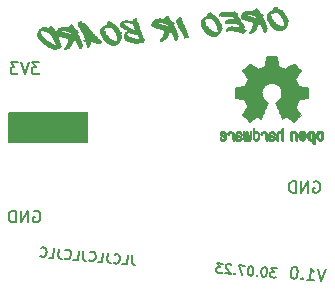
<source format=gbr>
%TF.GenerationSoftware,KiCad,Pcbnew,(6.0.5)*%
%TF.CreationDate,2023-08-08T13:15:34+01:00*%
%TF.ProjectId,Melty-daughter,4d656c74-792d-4646-9175-67687465722e,rev?*%
%TF.SameCoordinates,Original*%
%TF.FileFunction,Legend,Bot*%
%TF.FilePolarity,Positive*%
%FSLAX46Y46*%
G04 Gerber Fmt 4.6, Leading zero omitted, Abs format (unit mm)*
G04 Created by KiCad (PCBNEW (6.0.5)) date 2023-08-08 13:15:34*
%MOMM*%
%LPD*%
G01*
G04 APERTURE LIST*
%ADD10C,0.200000*%
%ADD11C,0.150000*%
%ADD12C,0.160000*%
%ADD13C,0.010000*%
G04 APERTURE END LIST*
D10*
X127765739Y-100737273D02*
X127346518Y-101704416D01*
X127101609Y-100679169D01*
X126160572Y-101600659D02*
X126729826Y-101650462D01*
X126445199Y-101625561D02*
X126532355Y-100629366D01*
X126614780Y-100779980D01*
X126701355Y-100883156D01*
X126792080Y-100938895D01*
X125741932Y-101468431D02*
X125690344Y-101511718D01*
X125733631Y-101563307D01*
X125785219Y-101520019D01*
X125741932Y-101468431D01*
X125733631Y-101563307D01*
X125156657Y-100509008D02*
X125061782Y-100500707D01*
X124962756Y-100539845D01*
X124911168Y-100583132D01*
X124855429Y-100673858D01*
X124791390Y-100859459D01*
X124770639Y-101096648D01*
X124801476Y-101290550D01*
X124840613Y-101389576D01*
X124883900Y-101441164D01*
X124974626Y-101496902D01*
X125069502Y-101505203D01*
X125168527Y-101466065D01*
X125220116Y-101422778D01*
X125275854Y-101332052D01*
X125339893Y-101146451D01*
X125360644Y-100909262D01*
X125329808Y-100715360D01*
X125290670Y-100616335D01*
X125247383Y-100564746D01*
X125156657Y-100509008D01*
D11*
X126711904Y-93300000D02*
X126807142Y-93252380D01*
X126950000Y-93252380D01*
X127092857Y-93300000D01*
X127188095Y-93395238D01*
X127235714Y-93490476D01*
X127283333Y-93680952D01*
X127283333Y-93823809D01*
X127235714Y-94014285D01*
X127188095Y-94109523D01*
X127092857Y-94204761D01*
X126950000Y-94252380D01*
X126854761Y-94252380D01*
X126711904Y-94204761D01*
X126664285Y-94157142D01*
X126664285Y-93823809D01*
X126854761Y-93823809D01*
X126235714Y-94252380D02*
X126235714Y-93252380D01*
X125664285Y-94252380D01*
X125664285Y-93252380D01*
X125188095Y-94252380D02*
X125188095Y-93252380D01*
X124950000Y-93252380D01*
X124807142Y-93300000D01*
X124711904Y-93395238D01*
X124664285Y-93490476D01*
X124616666Y-93680952D01*
X124616666Y-93823809D01*
X124664285Y-94014285D01*
X124711904Y-94109523D01*
X124807142Y-94204761D01*
X124950000Y-94252380D01*
X125188095Y-94252380D01*
D12*
X111365851Y-99534203D02*
X111315425Y-100110573D01*
X111343764Y-100229208D01*
X111413890Y-100312781D01*
X111525802Y-100361291D01*
X111602652Y-100368014D01*
X110526761Y-100273886D02*
X110911008Y-100307503D01*
X110981604Y-99500586D01*
X109803416Y-100133164D02*
X109838479Y-100174951D01*
X109950392Y-100223460D01*
X110027241Y-100230184D01*
X110145877Y-100201844D01*
X110229449Y-100131719D01*
X110274597Y-100058231D01*
X110326469Y-99907894D01*
X110336554Y-99792620D01*
X110311576Y-99635560D01*
X110279875Y-99555349D01*
X110209749Y-99471776D01*
X110097837Y-99423266D01*
X110020988Y-99416543D01*
X109902352Y-99444882D01*
X109860566Y-99479945D01*
X109290919Y-99352670D02*
X109240494Y-99929040D01*
X109268833Y-100047675D01*
X109338959Y-100131248D01*
X109450871Y-100179758D01*
X109527720Y-100186481D01*
X108451830Y-100092353D02*
X108836077Y-100125971D01*
X108906673Y-99319053D01*
X107728485Y-99951631D02*
X107763548Y-99993418D01*
X107875460Y-100041927D01*
X107952310Y-100048651D01*
X108070945Y-100020311D01*
X108154518Y-99950186D01*
X108199666Y-99876698D01*
X108251538Y-99726361D01*
X108261623Y-99611087D01*
X108236645Y-99454027D01*
X108204944Y-99373816D01*
X108134818Y-99290243D01*
X108022906Y-99241733D01*
X107946057Y-99235010D01*
X107827421Y-99263349D01*
X107785634Y-99298412D01*
X107215988Y-99171137D02*
X107165562Y-99747507D01*
X107193902Y-99866143D01*
X107264028Y-99949715D01*
X107375940Y-99998225D01*
X107452789Y-100004949D01*
X106376899Y-99910820D02*
X106761145Y-99944438D01*
X106831742Y-99137520D01*
X105653554Y-99770098D02*
X105688617Y-99811885D01*
X105800529Y-99860395D01*
X105877378Y-99867118D01*
X105996014Y-99838778D01*
X106079587Y-99768653D01*
X106124735Y-99695165D01*
X106176606Y-99544828D01*
X106186692Y-99429554D01*
X106161714Y-99272494D01*
X106130013Y-99192283D01*
X106059887Y-99108710D01*
X105947975Y-99060200D01*
X105871125Y-99053477D01*
X105752490Y-99081816D01*
X105710703Y-99116879D01*
X105141057Y-98989604D02*
X105090631Y-99565974D01*
X105118971Y-99684610D01*
X105189096Y-99768182D01*
X105301009Y-99816692D01*
X105377858Y-99823416D01*
X104301968Y-99729287D02*
X104686214Y-99762905D01*
X104756810Y-98955987D01*
X103578623Y-99588565D02*
X103613686Y-99630352D01*
X103725598Y-99678862D01*
X103802447Y-99685585D01*
X103921083Y-99657246D01*
X104004656Y-99587120D01*
X104049804Y-99513632D01*
X104101675Y-99363295D01*
X104111760Y-99248021D01*
X104086783Y-99090961D01*
X104055081Y-99010750D01*
X103984956Y-98927177D01*
X103873043Y-98878667D01*
X103796194Y-98871944D01*
X103677558Y-98900283D01*
X103635772Y-98935346D01*
D11*
X103488095Y-83202380D02*
X102869047Y-83202380D01*
X103202380Y-83583333D01*
X103059523Y-83583333D01*
X102964285Y-83630952D01*
X102916666Y-83678571D01*
X102869047Y-83773809D01*
X102869047Y-84011904D01*
X102916666Y-84107142D01*
X102964285Y-84154761D01*
X103059523Y-84202380D01*
X103345238Y-84202380D01*
X103440476Y-84154761D01*
X103488095Y-84107142D01*
X102583333Y-83202380D02*
X102250000Y-84202380D01*
X101916666Y-83202380D01*
X101678571Y-83202380D02*
X101059523Y-83202380D01*
X101392857Y-83583333D01*
X101250000Y-83583333D01*
X101154761Y-83630952D01*
X101107142Y-83678571D01*
X101059523Y-83773809D01*
X101059523Y-84011904D01*
X101107142Y-84107142D01*
X101154761Y-84154761D01*
X101250000Y-84202380D01*
X101535714Y-84202380D01*
X101630952Y-84154761D01*
X101678571Y-84107142D01*
X103011904Y-95800000D02*
X103107142Y-95752380D01*
X103250000Y-95752380D01*
X103392857Y-95800000D01*
X103488095Y-95895238D01*
X103535714Y-95990476D01*
X103583333Y-96180952D01*
X103583333Y-96323809D01*
X103535714Y-96514285D01*
X103488095Y-96609523D01*
X103392857Y-96704761D01*
X103250000Y-96752380D01*
X103154761Y-96752380D01*
X103011904Y-96704761D01*
X102964285Y-96657142D01*
X102964285Y-96323809D01*
X103154761Y-96323809D01*
X102535714Y-96752380D02*
X102535714Y-95752380D01*
X101964285Y-96752380D01*
X101964285Y-95752380D01*
X101488095Y-96752380D02*
X101488095Y-95752380D01*
X101250000Y-95752380D01*
X101107142Y-95800000D01*
X101011904Y-95895238D01*
X100964285Y-95990476D01*
X100916666Y-96180952D01*
X100916666Y-96323809D01*
X100964285Y-96514285D01*
X101011904Y-96609523D01*
X101107142Y-96704761D01*
X101250000Y-96752380D01*
X101488095Y-96752380D01*
X123580850Y-100636026D02*
X123087497Y-100592863D01*
X123326587Y-100919707D01*
X123212736Y-100909746D01*
X123133515Y-100941056D01*
X123092245Y-100975686D01*
X123047654Y-101048266D01*
X123031053Y-101238018D01*
X123062363Y-101317239D01*
X123096993Y-101358509D01*
X123169573Y-101403100D01*
X123397275Y-101423021D01*
X123476496Y-101391711D01*
X123517766Y-101357081D01*
X122594143Y-100549700D02*
X122518243Y-100543060D01*
X122439022Y-100574370D01*
X122397751Y-100609000D01*
X122353161Y-100681580D01*
X122301930Y-100830061D01*
X122285328Y-101019812D01*
X122309998Y-101174934D01*
X122341308Y-101254154D01*
X122375938Y-101295425D01*
X122448518Y-101340016D01*
X122524419Y-101346656D01*
X122603639Y-101315346D01*
X122644910Y-101280716D01*
X122689501Y-101208136D01*
X122740732Y-101059655D01*
X122757333Y-100869904D01*
X122732663Y-100714782D01*
X122701354Y-100635562D01*
X122666724Y-100594291D01*
X122594143Y-100549700D01*
X121923855Y-101217632D02*
X121882584Y-101252262D01*
X121917214Y-101293533D01*
X121958485Y-101258903D01*
X121923855Y-101217632D01*
X121917214Y-101293533D01*
X121455635Y-100450094D02*
X121379734Y-100443453D01*
X121300514Y-100474763D01*
X121259243Y-100509393D01*
X121214653Y-100581974D01*
X121163421Y-100730454D01*
X121146820Y-100920206D01*
X121171490Y-101075327D01*
X121202800Y-101154548D01*
X121237430Y-101195818D01*
X121310010Y-101240409D01*
X121385910Y-101247050D01*
X121465131Y-101215740D01*
X121506402Y-101181110D01*
X121550992Y-101108529D01*
X121602224Y-100960048D01*
X121618825Y-100770297D01*
X121594155Y-100615176D01*
X121562845Y-100535955D01*
X121528215Y-100494684D01*
X121455635Y-100450094D01*
X120924331Y-100403611D02*
X120393027Y-100357128D01*
X120664855Y-101183965D01*
X120026341Y-101051621D02*
X119985071Y-101086251D01*
X120019701Y-101127522D01*
X120060971Y-101092892D01*
X120026341Y-101051621D01*
X120019701Y-101127522D01*
X119741232Y-100376584D02*
X119706602Y-100335314D01*
X119634022Y-100290723D01*
X119444270Y-100274122D01*
X119365050Y-100305432D01*
X119323779Y-100340062D01*
X119279189Y-100412642D01*
X119272548Y-100488543D01*
X119300538Y-100605714D01*
X119716098Y-101100960D01*
X119222745Y-101057797D01*
X119026817Y-100237600D02*
X118533464Y-100194437D01*
X118772554Y-100521281D01*
X118658703Y-100511320D01*
X118579482Y-100542630D01*
X118538212Y-100577260D01*
X118493621Y-100649840D01*
X118477020Y-100839592D01*
X118508330Y-100918812D01*
X118542960Y-100960083D01*
X118615540Y-101004674D01*
X118843242Y-101024595D01*
X118922463Y-100993285D01*
X118963733Y-100958655D01*
%TO.C,REF\u002A\u002A*%
G36*
X125076372Y-88981684D02*
G01*
X125167629Y-89024569D01*
X125242416Y-89098729D01*
X125257917Y-89121944D01*
X125270774Y-89148256D01*
X125279893Y-89181420D01*
X125286102Y-89227881D01*
X125290233Y-89294082D01*
X125293116Y-89386468D01*
X125295579Y-89511485D01*
X125301697Y-89858278D01*
X125250303Y-89838738D01*
X125203246Y-89820787D01*
X125168015Y-89803511D01*
X125145017Y-89781242D01*
X125131655Y-89747165D01*
X125125328Y-89694463D01*
X125123437Y-89616323D01*
X125123385Y-89505928D01*
X125123117Y-89417935D01*
X125121521Y-89333502D01*
X125117712Y-89275834D01*
X125110820Y-89237988D01*
X125099975Y-89213024D01*
X125084308Y-89194000D01*
X125045792Y-89167153D01*
X124981091Y-89157034D01*
X124917081Y-89182606D01*
X124912856Y-89185880D01*
X124899689Y-89201007D01*
X124889975Y-89225268D01*
X124882903Y-89264650D01*
X124877656Y-89325141D01*
X124873421Y-89412729D01*
X124869385Y-89533402D01*
X124859615Y-89856515D01*
X124693539Y-89782065D01*
X124693539Y-89487062D01*
X124693883Y-89406919D01*
X124696847Y-89295431D01*
X124704351Y-89212421D01*
X124718190Y-89151199D01*
X124740155Y-89105075D01*
X124772039Y-89067358D01*
X124815633Y-89031358D01*
X124878336Y-88995089D01*
X124977117Y-88971412D01*
X125076372Y-88981684D01*
G37*
D13*
X125076372Y-88981684D02*
X125167629Y-89024569D01*
X125242416Y-89098729D01*
X125257917Y-89121944D01*
X125270774Y-89148256D01*
X125279893Y-89181420D01*
X125286102Y-89227881D01*
X125290233Y-89294082D01*
X125293116Y-89386468D01*
X125295579Y-89511485D01*
X125301697Y-89858278D01*
X125250303Y-89838738D01*
X125203246Y-89820787D01*
X125168015Y-89803511D01*
X125145017Y-89781242D01*
X125131655Y-89747165D01*
X125125328Y-89694463D01*
X125123437Y-89616323D01*
X125123385Y-89505928D01*
X125123117Y-89417935D01*
X125121521Y-89333502D01*
X125117712Y-89275834D01*
X125110820Y-89237988D01*
X125099975Y-89213024D01*
X125084308Y-89194000D01*
X125045792Y-89167153D01*
X124981091Y-89157034D01*
X124917081Y-89182606D01*
X124912856Y-89185880D01*
X124899689Y-89201007D01*
X124889975Y-89225268D01*
X124882903Y-89264650D01*
X124877656Y-89325141D01*
X124873421Y-89412729D01*
X124869385Y-89533402D01*
X124859615Y-89856515D01*
X124693539Y-89782065D01*
X124693539Y-89487062D01*
X124693883Y-89406919D01*
X124696847Y-89295431D01*
X124704351Y-89212421D01*
X124718190Y-89151199D01*
X124740155Y-89105075D01*
X124772039Y-89067358D01*
X124815633Y-89031358D01*
X124878336Y-88995089D01*
X124977117Y-88971412D01*
X125076372Y-88981684D01*
G36*
X122112839Y-89504652D02*
G01*
X122101810Y-89608507D01*
X122077814Y-89686333D01*
X122038043Y-89745760D01*
X121979688Y-89794418D01*
X121924100Y-89822546D01*
X121830751Y-89838199D01*
X121737530Y-89821084D01*
X121653272Y-89773388D01*
X121586818Y-89697294D01*
X121578793Y-89683262D01*
X121568196Y-89658679D01*
X121560335Y-89627309D01*
X121554807Y-89583769D01*
X121551206Y-89522678D01*
X121549128Y-89438655D01*
X121549064Y-89431200D01*
X121684615Y-89431200D01*
X121685077Y-89502316D01*
X121687999Y-89566641D01*
X121695221Y-89608166D01*
X121708561Y-89636067D01*
X121729836Y-89659517D01*
X121734821Y-89664025D01*
X121798863Y-89697295D01*
X121866625Y-89693890D01*
X121929734Y-89654042D01*
X121948526Y-89633398D01*
X121964254Y-89606029D01*
X121973039Y-89568192D01*
X121976859Y-89510355D01*
X121977692Y-89422986D01*
X121977281Y-89356319D01*
X121974434Y-89291245D01*
X121967256Y-89249251D01*
X121953889Y-89221063D01*
X121932472Y-89197406D01*
X121919890Y-89186753D01*
X121854699Y-89158057D01*
X121786400Y-89162575D01*
X121727098Y-89200144D01*
X121714333Y-89215040D01*
X121698764Y-89243089D01*
X121689762Y-89282258D01*
X121685617Y-89341858D01*
X121684615Y-89431200D01*
X121549064Y-89431200D01*
X121548167Y-89326320D01*
X121547919Y-89180289D01*
X121547846Y-88726963D01*
X121611346Y-88753564D01*
X121628136Y-88760845D01*
X121654859Y-88777287D01*
X121670156Y-88802187D01*
X121678563Y-88845732D01*
X121684615Y-88918106D01*
X121690144Y-88983089D01*
X121697450Y-89025750D01*
X121707918Y-89041670D01*
X121723692Y-89037400D01*
X121763890Y-89022397D01*
X121835728Y-89018678D01*
X121913010Y-89032572D01*
X121979688Y-89062505D01*
X122016371Y-89090211D01*
X122063472Y-89144269D01*
X122093638Y-89213577D01*
X122109678Y-89305765D01*
X122114191Y-89422986D01*
X122114401Y-89428462D01*
X122112839Y-89504652D01*
G37*
X122112839Y-89504652D02*
X122101810Y-89608507D01*
X122077814Y-89686333D01*
X122038043Y-89745760D01*
X121979688Y-89794418D01*
X121924100Y-89822546D01*
X121830751Y-89838199D01*
X121737530Y-89821084D01*
X121653272Y-89773388D01*
X121586818Y-89697294D01*
X121578793Y-89683262D01*
X121568196Y-89658679D01*
X121560335Y-89627309D01*
X121554807Y-89583769D01*
X121551206Y-89522678D01*
X121549128Y-89438655D01*
X121549064Y-89431200D01*
X121684615Y-89431200D01*
X121685077Y-89502316D01*
X121687999Y-89566641D01*
X121695221Y-89608166D01*
X121708561Y-89636067D01*
X121729836Y-89659517D01*
X121734821Y-89664025D01*
X121798863Y-89697295D01*
X121866625Y-89693890D01*
X121929734Y-89654042D01*
X121948526Y-89633398D01*
X121964254Y-89606029D01*
X121973039Y-89568192D01*
X121976859Y-89510355D01*
X121977692Y-89422986D01*
X121977281Y-89356319D01*
X121974434Y-89291245D01*
X121967256Y-89249251D01*
X121953889Y-89221063D01*
X121932472Y-89197406D01*
X121919890Y-89186753D01*
X121854699Y-89158057D01*
X121786400Y-89162575D01*
X121727098Y-89200144D01*
X121714333Y-89215040D01*
X121698764Y-89243089D01*
X121689762Y-89282258D01*
X121685617Y-89341858D01*
X121684615Y-89431200D01*
X121549064Y-89431200D01*
X121548167Y-89326320D01*
X121547919Y-89180289D01*
X121547846Y-88726963D01*
X121611346Y-88753564D01*
X121628136Y-88760845D01*
X121654859Y-88777287D01*
X121670156Y-88802187D01*
X121678563Y-88845732D01*
X121684615Y-88918106D01*
X121690144Y-88983089D01*
X121697450Y-89025750D01*
X121707918Y-89041670D01*
X121723692Y-89037400D01*
X121763890Y-89022397D01*
X121835728Y-89018678D01*
X121913010Y-89032572D01*
X121979688Y-89062505D01*
X122016371Y-89090211D01*
X122063472Y-89144269D01*
X122093638Y-89213577D01*
X122109678Y-89305765D01*
X122114191Y-89422986D01*
X122114401Y-89428462D01*
X122112839Y-89504652D01*
G36*
X124126923Y-88781806D02*
G01*
X124126923Y-89316455D01*
X124126660Y-89455094D01*
X124125958Y-89579805D01*
X124124883Y-89685557D01*
X124123500Y-89767322D01*
X124121874Y-89820069D01*
X124120070Y-89838769D01*
X124119364Y-89838706D01*
X124095387Y-89831912D01*
X124051685Y-89817320D01*
X123990154Y-89795870D01*
X123990154Y-89520617D01*
X123989763Y-89412466D01*
X123987946Y-89334026D01*
X123983767Y-89280647D01*
X123976286Y-89245256D01*
X123964567Y-89220779D01*
X123947671Y-89200144D01*
X123936152Y-89189170D01*
X123873864Y-89158775D01*
X123805211Y-89161466D01*
X123742298Y-89197406D01*
X123733139Y-89206325D01*
X123718471Y-89224844D01*
X123708433Y-89249326D01*
X123702151Y-89286393D01*
X123698748Y-89342667D01*
X123697349Y-89424771D01*
X123697077Y-89539329D01*
X123696947Y-89597430D01*
X123696099Y-89692993D01*
X123694594Y-89769526D01*
X123692585Y-89820345D01*
X123690223Y-89838769D01*
X123689518Y-89838706D01*
X123665541Y-89831912D01*
X123621839Y-89817320D01*
X123560308Y-89795870D01*
X123560338Y-89519358D01*
X123560384Y-89494742D01*
X123562970Y-89366419D01*
X123570913Y-89269384D01*
X123586155Y-89197057D01*
X123610636Y-89142855D01*
X123646298Y-89100198D01*
X123695082Y-89062505D01*
X123742661Y-89038910D01*
X123818732Y-89020672D01*
X123893556Y-89019636D01*
X123951077Y-89037378D01*
X123955402Y-89039829D01*
X123968738Y-89039566D01*
X123977851Y-89019039D01*
X123984428Y-88971980D01*
X123990154Y-88892120D01*
X123999923Y-88728236D01*
X124126923Y-88781806D01*
G37*
X124126923Y-88781806D02*
X124126923Y-89316455D01*
X124126660Y-89455094D01*
X124125958Y-89579805D01*
X124124883Y-89685557D01*
X124123500Y-89767322D01*
X124121874Y-89820069D01*
X124120070Y-89838769D01*
X124119364Y-89838706D01*
X124095387Y-89831912D01*
X124051685Y-89817320D01*
X123990154Y-89795870D01*
X123990154Y-89520617D01*
X123989763Y-89412466D01*
X123987946Y-89334026D01*
X123983767Y-89280647D01*
X123976286Y-89245256D01*
X123964567Y-89220779D01*
X123947671Y-89200144D01*
X123936152Y-89189170D01*
X123873864Y-89158775D01*
X123805211Y-89161466D01*
X123742298Y-89197406D01*
X123733139Y-89206325D01*
X123718471Y-89224844D01*
X123708433Y-89249326D01*
X123702151Y-89286393D01*
X123698748Y-89342667D01*
X123697349Y-89424771D01*
X123697077Y-89539329D01*
X123696947Y-89597430D01*
X123696099Y-89692993D01*
X123694594Y-89769526D01*
X123692585Y-89820345D01*
X123690223Y-89838769D01*
X123689518Y-89838706D01*
X123665541Y-89831912D01*
X123621839Y-89817320D01*
X123560308Y-89795870D01*
X123560338Y-89519358D01*
X123560384Y-89494742D01*
X123562970Y-89366419D01*
X123570913Y-89269384D01*
X123586155Y-89197057D01*
X123610636Y-89142855D01*
X123646298Y-89100198D01*
X123695082Y-89062505D01*
X123742661Y-89038910D01*
X123818732Y-89020672D01*
X123893556Y-89019636D01*
X123951077Y-89037378D01*
X123955402Y-89039829D01*
X123968738Y-89039566D01*
X123977851Y-89019039D01*
X123984428Y-88971980D01*
X123990154Y-88892120D01*
X123999923Y-88728236D01*
X124126923Y-88781806D01*
G36*
X123270458Y-89039228D02*
G01*
X123337622Y-89078389D01*
X123367169Y-89108902D01*
X123423948Y-89200110D01*
X123443077Y-89299548D01*
X123443077Y-89367960D01*
X123380191Y-89341518D01*
X123336700Y-89314837D01*
X123302426Y-89259446D01*
X123298907Y-89248024D01*
X123261028Y-89189838D01*
X123203936Y-89158407D01*
X123138383Y-89157058D01*
X123075117Y-89189116D01*
X123065672Y-89197383D01*
X123034087Y-89233311D01*
X123028871Y-89264635D01*
X123052765Y-89295391D01*
X123108510Y-89329617D01*
X123198846Y-89371350D01*
X123204956Y-89373993D01*
X123305241Y-89420755D01*
X123373735Y-89462181D01*
X123415899Y-89503542D01*
X123437193Y-89550111D01*
X123443077Y-89607160D01*
X123435366Y-89670408D01*
X123396430Y-89751364D01*
X123327932Y-89809522D01*
X123278388Y-89826983D01*
X123208469Y-89836537D01*
X123140575Y-89834496D01*
X123092093Y-89820082D01*
X123086943Y-89816493D01*
X123073267Y-89791416D01*
X123082757Y-89747218D01*
X123099246Y-89712527D01*
X123125687Y-89698084D01*
X123175834Y-89698803D01*
X123245453Y-89694660D01*
X123290943Y-89666054D01*
X123306308Y-89613104D01*
X123306294Y-89611582D01*
X123296983Y-89580845D01*
X123265311Y-89552643D01*
X123203731Y-89520136D01*
X123119986Y-89480998D01*
X123064518Y-89459706D01*
X123032497Y-89461079D01*
X123017534Y-89489203D01*
X123013242Y-89548170D01*
X123013231Y-89642068D01*
X123012752Y-89700031D01*
X123010556Y-89771612D01*
X123006986Y-89820606D01*
X123002491Y-89838769D01*
X123001290Y-89838646D01*
X122975319Y-89828802D01*
X122932305Y-89808028D01*
X122872859Y-89777287D01*
X122879923Y-89500298D01*
X122880414Y-89481928D01*
X122886025Y-89352992D01*
X122895938Y-89255814D01*
X122912175Y-89183925D01*
X122936759Y-89130852D01*
X122971715Y-89090127D01*
X123019064Y-89055279D01*
X123019940Y-89054733D01*
X123096499Y-89026303D01*
X123185044Y-89021500D01*
X123270458Y-89039228D01*
G37*
X123270458Y-89039228D02*
X123337622Y-89078389D01*
X123367169Y-89108902D01*
X123423948Y-89200110D01*
X123443077Y-89299548D01*
X123443077Y-89367960D01*
X123380191Y-89341518D01*
X123336700Y-89314837D01*
X123302426Y-89259446D01*
X123298907Y-89248024D01*
X123261028Y-89189838D01*
X123203936Y-89158407D01*
X123138383Y-89157058D01*
X123075117Y-89189116D01*
X123065672Y-89197383D01*
X123034087Y-89233311D01*
X123028871Y-89264635D01*
X123052765Y-89295391D01*
X123108510Y-89329617D01*
X123198846Y-89371350D01*
X123204956Y-89373993D01*
X123305241Y-89420755D01*
X123373735Y-89462181D01*
X123415899Y-89503542D01*
X123437193Y-89550111D01*
X123443077Y-89607160D01*
X123435366Y-89670408D01*
X123396430Y-89751364D01*
X123327932Y-89809522D01*
X123278388Y-89826983D01*
X123208469Y-89836537D01*
X123140575Y-89834496D01*
X123092093Y-89820082D01*
X123086943Y-89816493D01*
X123073267Y-89791416D01*
X123082757Y-89747218D01*
X123099246Y-89712527D01*
X123125687Y-89698084D01*
X123175834Y-89698803D01*
X123245453Y-89694660D01*
X123290943Y-89666054D01*
X123306308Y-89613104D01*
X123306294Y-89611582D01*
X123296983Y-89580845D01*
X123265311Y-89552643D01*
X123203731Y-89520136D01*
X123119986Y-89480998D01*
X123064518Y-89459706D01*
X123032497Y-89461079D01*
X123017534Y-89489203D01*
X123013242Y-89548170D01*
X123013231Y-89642068D01*
X123012752Y-89700031D01*
X123010556Y-89771612D01*
X123006986Y-89820606D01*
X123002491Y-89838769D01*
X123001290Y-89838646D01*
X122975319Y-89828802D01*
X122932305Y-89808028D01*
X122872859Y-89777287D01*
X122879923Y-89500298D01*
X122880414Y-89481928D01*
X122886025Y-89352992D01*
X122895938Y-89255814D01*
X122912175Y-89183925D01*
X122936759Y-89130852D01*
X122971715Y-89090127D01*
X123019064Y-89055279D01*
X123019940Y-89054733D01*
X123096499Y-89026303D01*
X123185044Y-89021500D01*
X123270458Y-89039228D01*
G36*
X126799763Y-89648269D02*
G01*
X126800300Y-89691802D01*
X126802019Y-89837344D01*
X126802365Y-89948711D01*
X126800277Y-90029804D01*
X126794698Y-90084522D01*
X126784567Y-90116761D01*
X126768826Y-90130422D01*
X126746417Y-90129403D01*
X126716280Y-90117603D01*
X126677355Y-90098920D01*
X126669038Y-90094933D01*
X126634402Y-90075419D01*
X126616314Y-90052202D01*
X126609392Y-90013492D01*
X126608256Y-89947497D01*
X126608205Y-89829000D01*
X126486141Y-89829000D01*
X126411055Y-89825712D01*
X126352015Y-89812377D01*
X126302986Y-89785423D01*
X126299330Y-89782788D01*
X126249581Y-89738286D01*
X126214959Y-89684523D01*
X126193123Y-89614154D01*
X126181737Y-89519830D01*
X126178959Y-89413271D01*
X126373846Y-89413271D01*
X126373880Y-89431131D01*
X126375735Y-89511748D01*
X126381693Y-89564447D01*
X126393506Y-89598668D01*
X126412923Y-89623846D01*
X126414133Y-89625049D01*
X126461858Y-89657628D01*
X126508110Y-89654417D01*
X126560350Y-89614965D01*
X126573128Y-89601482D01*
X126591949Y-89573837D01*
X126602562Y-89537880D01*
X126607252Y-89483364D01*
X126608308Y-89400042D01*
X126607394Y-89349598D01*
X126597477Y-89257857D01*
X126574842Y-89197752D01*
X126537238Y-89164900D01*
X126482416Y-89154923D01*
X126459317Y-89157050D01*
X126419350Y-89178147D01*
X126392926Y-89225161D01*
X126378330Y-89302175D01*
X126373846Y-89413271D01*
X126178959Y-89413271D01*
X126178462Y-89394206D01*
X126179187Y-89302536D01*
X126182490Y-89233098D01*
X126189828Y-89184945D01*
X126202655Y-89148866D01*
X126222423Y-89115648D01*
X126240569Y-89090261D01*
X126306461Y-89021727D01*
X126381114Y-88984505D01*
X126474904Y-88972722D01*
X126582240Y-88984467D01*
X126675031Y-89026595D01*
X126748421Y-89100898D01*
X126753954Y-89108764D01*
X126766857Y-89129668D01*
X126776742Y-89153555D01*
X126784093Y-89185582D01*
X126789394Y-89230905D01*
X126793127Y-89294679D01*
X126795778Y-89382060D01*
X126796096Y-89400042D01*
X126797828Y-89498205D01*
X126799763Y-89648269D01*
G37*
X126799763Y-89648269D02*
X126800300Y-89691802D01*
X126802019Y-89837344D01*
X126802365Y-89948711D01*
X126800277Y-90029804D01*
X126794698Y-90084522D01*
X126784567Y-90116761D01*
X126768826Y-90130422D01*
X126746417Y-90129403D01*
X126716280Y-90117603D01*
X126677355Y-90098920D01*
X126669038Y-90094933D01*
X126634402Y-90075419D01*
X126616314Y-90052202D01*
X126609392Y-90013492D01*
X126608256Y-89947497D01*
X126608205Y-89829000D01*
X126486141Y-89829000D01*
X126411055Y-89825712D01*
X126352015Y-89812377D01*
X126302986Y-89785423D01*
X126299330Y-89782788D01*
X126249581Y-89738286D01*
X126214959Y-89684523D01*
X126193123Y-89614154D01*
X126181737Y-89519830D01*
X126178959Y-89413271D01*
X126373846Y-89413271D01*
X126373880Y-89431131D01*
X126375735Y-89511748D01*
X126381693Y-89564447D01*
X126393506Y-89598668D01*
X126412923Y-89623846D01*
X126414133Y-89625049D01*
X126461858Y-89657628D01*
X126508110Y-89654417D01*
X126560350Y-89614965D01*
X126573128Y-89601482D01*
X126591949Y-89573837D01*
X126602562Y-89537880D01*
X126607252Y-89483364D01*
X126608308Y-89400042D01*
X126607394Y-89349598D01*
X126597477Y-89257857D01*
X126574842Y-89197752D01*
X126537238Y-89164900D01*
X126482416Y-89154923D01*
X126459317Y-89157050D01*
X126419350Y-89178147D01*
X126392926Y-89225161D01*
X126378330Y-89302175D01*
X126373846Y-89413271D01*
X126178959Y-89413271D01*
X126178462Y-89394206D01*
X126179187Y-89302536D01*
X126182490Y-89233098D01*
X126189828Y-89184945D01*
X126202655Y-89148866D01*
X126222423Y-89115648D01*
X126240569Y-89090261D01*
X126306461Y-89021727D01*
X126381114Y-88984505D01*
X126474904Y-88972722D01*
X126582240Y-88984467D01*
X126675031Y-89026595D01*
X126748421Y-89100898D01*
X126753954Y-89108764D01*
X126766857Y-89129668D01*
X126776742Y-89153555D01*
X126784093Y-89185582D01*
X126789394Y-89230905D01*
X126793127Y-89294679D01*
X126795778Y-89382060D01*
X126796096Y-89400042D01*
X126797828Y-89498205D01*
X126799763Y-89648269D01*
G36*
X127546135Y-89430105D02*
G01*
X127545076Y-89524584D01*
X127541436Y-89590414D01*
X127533892Y-89636394D01*
X127521122Y-89671321D01*
X127501803Y-89703995D01*
X127497050Y-89710775D01*
X127446759Y-89764231D01*
X127389457Y-89804547D01*
X127360032Y-89817629D01*
X127254299Y-89839450D01*
X127149734Y-89825336D01*
X127053368Y-89777105D01*
X126972235Y-89696579D01*
X126965385Y-89685791D01*
X126943097Y-89623153D01*
X126928079Y-89535935D01*
X126920792Y-89435210D01*
X126921611Y-89342037D01*
X127118796Y-89342037D01*
X127120349Y-89471114D01*
X127120974Y-89479420D01*
X127130077Y-89550643D01*
X127146288Y-89595809D01*
X127173660Y-89626752D01*
X127219553Y-89655737D01*
X127264942Y-89657261D01*
X127311692Y-89623846D01*
X127319824Y-89615053D01*
X127335754Y-89588741D01*
X127345159Y-89550520D01*
X127349632Y-89491349D01*
X127350769Y-89402182D01*
X127348822Y-89318664D01*
X127339105Y-89239095D01*
X127319047Y-89188808D01*
X127286240Y-89162513D01*
X127238280Y-89154923D01*
X127220016Y-89156432D01*
X127168848Y-89184107D01*
X127135035Y-89246172D01*
X127118796Y-89342037D01*
X126921611Y-89342037D01*
X126921699Y-89332052D01*
X126931262Y-89237533D01*
X126949943Y-89162727D01*
X126973951Y-89112905D01*
X127041536Y-89035409D01*
X127133114Y-88987256D01*
X127245213Y-88970703D01*
X127275151Y-88971599D01*
X127363315Y-88989929D01*
X127435733Y-89036104D01*
X127502192Y-89115648D01*
X127506147Y-89121548D01*
X127524040Y-89153288D01*
X127535678Y-89189163D01*
X127542371Y-89237906D01*
X127545426Y-89308249D01*
X127546106Y-89402182D01*
X127546154Y-89408923D01*
X127546135Y-89430105D01*
G37*
X127546135Y-89430105D02*
X127545076Y-89524584D01*
X127541436Y-89590414D01*
X127533892Y-89636394D01*
X127521122Y-89671321D01*
X127501803Y-89703995D01*
X127497050Y-89710775D01*
X127446759Y-89764231D01*
X127389457Y-89804547D01*
X127360032Y-89817629D01*
X127254299Y-89839450D01*
X127149734Y-89825336D01*
X127053368Y-89777105D01*
X126972235Y-89696579D01*
X126965385Y-89685791D01*
X126943097Y-89623153D01*
X126928079Y-89535935D01*
X126920792Y-89435210D01*
X126921611Y-89342037D01*
X127118796Y-89342037D01*
X127120349Y-89471114D01*
X127120974Y-89479420D01*
X127130077Y-89550643D01*
X127146288Y-89595809D01*
X127173660Y-89626752D01*
X127219553Y-89655737D01*
X127264942Y-89657261D01*
X127311692Y-89623846D01*
X127319824Y-89615053D01*
X127335754Y-89588741D01*
X127345159Y-89550520D01*
X127349632Y-89491349D01*
X127350769Y-89402182D01*
X127348822Y-89318664D01*
X127339105Y-89239095D01*
X127319047Y-89188808D01*
X127286240Y-89162513D01*
X127238280Y-89154923D01*
X127220016Y-89156432D01*
X127168848Y-89184107D01*
X127135035Y-89246172D01*
X127118796Y-89342037D01*
X126921611Y-89342037D01*
X126921699Y-89332052D01*
X126931262Y-89237533D01*
X126949943Y-89162727D01*
X126973951Y-89112905D01*
X127041536Y-89035409D01*
X127133114Y-88987256D01*
X127245213Y-88970703D01*
X127275151Y-88971599D01*
X127363315Y-88989929D01*
X127435733Y-89036104D01*
X127502192Y-89115648D01*
X127506147Y-89121548D01*
X127524040Y-89153288D01*
X127535678Y-89189163D01*
X127542371Y-89237906D01*
X127545426Y-89308249D01*
X127546106Y-89402182D01*
X127546154Y-89408923D01*
X127546135Y-89430105D01*
G36*
X123167575Y-82687693D02*
G01*
X123303371Y-82687807D01*
X123405576Y-82688472D01*
X123479122Y-82690182D01*
X123528942Y-82693429D01*
X123559967Y-82698706D01*
X123577129Y-82706507D01*
X123585361Y-82717325D01*
X123589594Y-82731654D01*
X123589716Y-82732168D01*
X123596672Y-82765851D01*
X123609320Y-82830917D01*
X123626360Y-82920542D01*
X123646496Y-83027904D01*
X123668429Y-83146178D01*
X123670218Y-83155856D01*
X123692083Y-83270650D01*
X123712430Y-83371480D01*
X123729934Y-83452217D01*
X123743271Y-83506734D01*
X123751116Y-83528901D01*
X123751158Y-83528936D01*
X123775884Y-83541200D01*
X123826631Y-83561576D01*
X123892462Y-83585674D01*
X123896169Y-83586983D01*
X123980331Y-83618791D01*
X124078230Y-83658685D01*
X124169435Y-83698353D01*
X124319407Y-83766420D01*
X124651499Y-83539639D01*
X124674889Y-83523688D01*
X124775080Y-83455890D01*
X124864480Y-83396208D01*
X124937745Y-83348156D01*
X124989527Y-83315250D01*
X125014480Y-83301004D01*
X125031577Y-83304270D01*
X125070395Y-83329571D01*
X125130385Y-83379675D01*
X125213210Y-83455989D01*
X125320535Y-83559922D01*
X125330139Y-83569382D01*
X125415302Y-83654145D01*
X125490949Y-83730937D01*
X125552449Y-83794947D01*
X125595173Y-83841361D01*
X125614489Y-83865369D01*
X125614552Y-83865485D01*
X125617006Y-83883763D01*
X125607956Y-83913411D01*
X125585119Y-83958486D01*
X125546213Y-84023044D01*
X125488954Y-84111140D01*
X125411059Y-84226830D01*
X125397785Y-84246357D01*
X125330652Y-84345278D01*
X125271410Y-84432848D01*
X125223588Y-84503831D01*
X125190715Y-84552991D01*
X125176318Y-84575095D01*
X125175232Y-84579777D01*
X125182044Y-84614710D01*
X125202450Y-84671753D01*
X125233123Y-84741172D01*
X125274808Y-84831959D01*
X125321352Y-84939686D01*
X125360877Y-85037192D01*
X125370676Y-85062430D01*
X125396340Y-85126870D01*
X125415193Y-85171763D01*
X125423710Y-85188616D01*
X125433111Y-85189875D01*
X125475363Y-85197159D01*
X125544521Y-85209739D01*
X125633387Y-85226246D01*
X125734768Y-85245312D01*
X125841467Y-85265569D01*
X125946288Y-85285647D01*
X126042036Y-85304179D01*
X126121516Y-85319795D01*
X126177530Y-85331127D01*
X126202885Y-85336807D01*
X126207088Y-85338408D01*
X126217334Y-85347045D01*
X126224957Y-85365433D01*
X126230338Y-85398460D01*
X126233859Y-85451013D01*
X126235901Y-85527979D01*
X126236847Y-85634246D01*
X126237077Y-85774701D01*
X126237077Y-86201845D01*
X126134500Y-86222091D01*
X126122092Y-86224518D01*
X126056199Y-86237088D01*
X125965084Y-86254170D01*
X125859104Y-86273829D01*
X125748615Y-86294132D01*
X125705105Y-86302299D01*
X125607882Y-86322167D01*
X125526858Y-86340954D01*
X125469477Y-86356859D01*
X125443187Y-86368079D01*
X125431273Y-86386411D01*
X125409583Y-86434916D01*
X125387395Y-86497692D01*
X125379585Y-86521200D01*
X125350835Y-86598366D01*
X125313752Y-86689694D01*
X125274375Y-86780093D01*
X125253315Y-86827310D01*
X125223311Y-86897837D01*
X125202692Y-86950655D01*
X125195026Y-86976912D01*
X125195452Y-86978894D01*
X125209993Y-87006751D01*
X125242783Y-87060510D01*
X125290493Y-87134963D01*
X125349798Y-87224897D01*
X125417369Y-87325104D01*
X125639713Y-87651416D01*
X125347601Y-87944016D01*
X125319349Y-87972171D01*
X125232961Y-88056449D01*
X125155756Y-88129128D01*
X125092258Y-88186112D01*
X125046990Y-88223307D01*
X125024474Y-88236616D01*
X125000023Y-88226490D01*
X124948819Y-88197421D01*
X124876747Y-88152896D01*
X124789460Y-88096411D01*
X124692612Y-88031462D01*
X124597486Y-87967314D01*
X124511669Y-87910827D01*
X124441652Y-87866184D01*
X124392876Y-87836855D01*
X124370783Y-87826308D01*
X124369488Y-87826404D01*
X124340139Y-87836802D01*
X124288093Y-87861012D01*
X124223708Y-87894249D01*
X124223032Y-87894613D01*
X124137521Y-87937441D01*
X124078926Y-87958365D01*
X124042571Y-87958423D01*
X124023775Y-87938654D01*
X124015819Y-87919195D01*
X123994347Y-87867080D01*
X123961273Y-87786964D01*
X123918356Y-87683107D01*
X123867356Y-87559767D01*
X123810033Y-87421201D01*
X123748146Y-87271670D01*
X123692052Y-87135636D01*
X123634977Y-86996050D01*
X123584479Y-86871315D01*
X123542254Y-86765672D01*
X123509995Y-86683365D01*
X123489397Y-86628635D01*
X123482154Y-86605726D01*
X123495986Y-86584718D01*
X123534412Y-86549642D01*
X123588807Y-86508887D01*
X123719395Y-86402267D01*
X123836260Y-86266025D01*
X123921780Y-86116118D01*
X123975431Y-85956971D01*
X123996684Y-85793012D01*
X123985014Y-85628667D01*
X123939894Y-85468361D01*
X123860797Y-85316520D01*
X123747197Y-85177572D01*
X123687965Y-85123460D01*
X123546054Y-85027782D01*
X123394206Y-84965405D01*
X123236861Y-84934844D01*
X123078456Y-84934615D01*
X122923429Y-84963232D01*
X122776220Y-85019210D01*
X122641266Y-85101064D01*
X122523005Y-85207309D01*
X122425877Y-85336459D01*
X122354318Y-85487031D01*
X122312769Y-85657539D01*
X122305143Y-85739722D01*
X122315634Y-85917775D01*
X122362882Y-86086704D01*
X122445489Y-86243522D01*
X122562059Y-86385245D01*
X122711193Y-86508887D01*
X122763561Y-86547982D01*
X122802832Y-86583443D01*
X122817846Y-86605692D01*
X122811859Y-86625088D01*
X122792432Y-86677059D01*
X122761194Y-86757002D01*
X122719839Y-86860673D01*
X122670061Y-86983832D01*
X122613553Y-87122234D01*
X122552009Y-87271637D01*
X122496008Y-87407020D01*
X122438184Y-87546852D01*
X122386500Y-87671872D01*
X122342718Y-87777822D01*
X122308597Y-87860441D01*
X122285898Y-87915472D01*
X122276380Y-87938654D01*
X122276269Y-87938928D01*
X122257228Y-87958503D01*
X122220694Y-87958279D01*
X122161954Y-87937210D01*
X122076292Y-87894249D01*
X122069549Y-87890631D01*
X122005938Y-87858087D01*
X121955707Y-87835050D01*
X121929218Y-87826308D01*
X121907506Y-87836639D01*
X121858984Y-87865788D01*
X121789163Y-87910287D01*
X121703484Y-87966668D01*
X121607388Y-88031462D01*
X121512706Y-88094984D01*
X121425132Y-88151705D01*
X121352642Y-88196547D01*
X121300889Y-88226016D01*
X121275526Y-88236616D01*
X121271206Y-88235270D01*
X121241092Y-88214056D01*
X121189640Y-88170237D01*
X121121375Y-88107909D01*
X121040820Y-88031170D01*
X120952500Y-87944116D01*
X120660488Y-87651617D01*
X121115360Y-86982525D01*
X121046208Y-86832916D01*
X121046003Y-86832473D01*
X121004477Y-86737101D01*
X120962044Y-86630896D01*
X120927858Y-86536769D01*
X120922684Y-86521588D01*
X120896601Y-86451109D01*
X120873081Y-86396342D01*
X120856677Y-86368079D01*
X120849996Y-86364088D01*
X120809892Y-86350697D01*
X120741795Y-86333373D01*
X120653145Y-86313917D01*
X120551385Y-86294132D01*
X120520904Y-86288551D01*
X120410628Y-86268233D01*
X120307731Y-86249095D01*
X120222569Y-86233070D01*
X120165500Y-86222091D01*
X120062923Y-86201845D01*
X120062923Y-85774701D01*
X120062946Y-85722180D01*
X120063379Y-85594047D01*
X120064659Y-85498420D01*
X120067168Y-85430411D01*
X120071286Y-85385133D01*
X120077395Y-85357697D01*
X120085878Y-85343218D01*
X120097115Y-85336807D01*
X120107994Y-85334209D01*
X120152347Y-85325022D01*
X120223106Y-85310991D01*
X120313074Y-85293486D01*
X120415056Y-85273874D01*
X120521857Y-85253525D01*
X120626281Y-85233807D01*
X120721132Y-85216089D01*
X120799214Y-85201738D01*
X120853332Y-85192124D01*
X120876291Y-85188616D01*
X120877842Y-85186497D01*
X120890325Y-85159006D01*
X120911927Y-85106406D01*
X120939123Y-85037192D01*
X120976866Y-84943937D01*
X121023328Y-84836159D01*
X121066878Y-84741172D01*
X121076858Y-84719851D01*
X121104862Y-84653086D01*
X121121641Y-84601590D01*
X121123854Y-84575095D01*
X121122713Y-84573218D01*
X121104584Y-84545565D01*
X121068644Y-84491849D01*
X121018418Y-84417303D01*
X120957430Y-84327162D01*
X120889205Y-84226657D01*
X120812330Y-84112470D01*
X120754663Y-84023770D01*
X120715426Y-83958721D01*
X120692350Y-83913295D01*
X120683166Y-83883463D01*
X120685604Y-83865195D01*
X120686424Y-83863825D01*
X120708477Y-83837205D01*
X120753436Y-83788697D01*
X120816673Y-83723108D01*
X120893559Y-83645247D01*
X120979465Y-83559922D01*
X121068579Y-83473334D01*
X121155872Y-83391947D01*
X121220018Y-83337035D01*
X121262679Y-83307190D01*
X121285521Y-83301004D01*
X121288505Y-83302394D01*
X121319936Y-83321127D01*
X121376997Y-83357733D01*
X121454343Y-83408697D01*
X121546626Y-83470504D01*
X121648502Y-83539639D01*
X121980593Y-83766420D01*
X122130566Y-83698353D01*
X122134923Y-83696381D01*
X122227000Y-83656491D01*
X122324683Y-83616818D01*
X122407539Y-83585674D01*
X122407905Y-83585545D01*
X122473685Y-83561456D01*
X122524323Y-83541110D01*
X122548884Y-83528901D01*
X122549282Y-83528458D01*
X122557619Y-83503456D01*
X122571341Y-83446598D01*
X122589123Y-83364014D01*
X122609641Y-83261831D01*
X122631571Y-83146178D01*
X122632336Y-83142033D01*
X122654229Y-83024019D01*
X122674281Y-82917151D01*
X122691192Y-82828252D01*
X122703667Y-82764145D01*
X122710406Y-82731654D01*
X122710837Y-82729853D01*
X122715273Y-82715944D01*
X122724263Y-82705489D01*
X122742737Y-82697996D01*
X122775628Y-82692972D01*
X122827868Y-82689922D01*
X122904388Y-82688355D01*
X123010122Y-82687776D01*
X123150000Y-82687692D01*
X123167575Y-82687693D01*
G37*
X123167575Y-82687693D02*
X123303371Y-82687807D01*
X123405576Y-82688472D01*
X123479122Y-82690182D01*
X123528942Y-82693429D01*
X123559967Y-82698706D01*
X123577129Y-82706507D01*
X123585361Y-82717325D01*
X123589594Y-82731654D01*
X123589716Y-82732168D01*
X123596672Y-82765851D01*
X123609320Y-82830917D01*
X123626360Y-82920542D01*
X123646496Y-83027904D01*
X123668429Y-83146178D01*
X123670218Y-83155856D01*
X123692083Y-83270650D01*
X123712430Y-83371480D01*
X123729934Y-83452217D01*
X123743271Y-83506734D01*
X123751116Y-83528901D01*
X123751158Y-83528936D01*
X123775884Y-83541200D01*
X123826631Y-83561576D01*
X123892462Y-83585674D01*
X123896169Y-83586983D01*
X123980331Y-83618791D01*
X124078230Y-83658685D01*
X124169435Y-83698353D01*
X124319407Y-83766420D01*
X124651499Y-83539639D01*
X124674889Y-83523688D01*
X124775080Y-83455890D01*
X124864480Y-83396208D01*
X124937745Y-83348156D01*
X124989527Y-83315250D01*
X125014480Y-83301004D01*
X125031577Y-83304270D01*
X125070395Y-83329571D01*
X125130385Y-83379675D01*
X125213210Y-83455989D01*
X125320535Y-83559922D01*
X125330139Y-83569382D01*
X125415302Y-83654145D01*
X125490949Y-83730937D01*
X125552449Y-83794947D01*
X125595173Y-83841361D01*
X125614489Y-83865369D01*
X125614552Y-83865485D01*
X125617006Y-83883763D01*
X125607956Y-83913411D01*
X125585119Y-83958486D01*
X125546213Y-84023044D01*
X125488954Y-84111140D01*
X125411059Y-84226830D01*
X125397785Y-84246357D01*
X125330652Y-84345278D01*
X125271410Y-84432848D01*
X125223588Y-84503831D01*
X125190715Y-84552991D01*
X125176318Y-84575095D01*
X125175232Y-84579777D01*
X125182044Y-84614710D01*
X125202450Y-84671753D01*
X125233123Y-84741172D01*
X125274808Y-84831959D01*
X125321352Y-84939686D01*
X125360877Y-85037192D01*
X125370676Y-85062430D01*
X125396340Y-85126870D01*
X125415193Y-85171763D01*
X125423710Y-85188616D01*
X125433111Y-85189875D01*
X125475363Y-85197159D01*
X125544521Y-85209739D01*
X125633387Y-85226246D01*
X125734768Y-85245312D01*
X125841467Y-85265569D01*
X125946288Y-85285647D01*
X126042036Y-85304179D01*
X126121516Y-85319795D01*
X126177530Y-85331127D01*
X126202885Y-85336807D01*
X126207088Y-85338408D01*
X126217334Y-85347045D01*
X126224957Y-85365433D01*
X126230338Y-85398460D01*
X126233859Y-85451013D01*
X126235901Y-85527979D01*
X126236847Y-85634246D01*
X126237077Y-85774701D01*
X126237077Y-86201845D01*
X126134500Y-86222091D01*
X126122092Y-86224518D01*
X126056199Y-86237088D01*
X125965084Y-86254170D01*
X125859104Y-86273829D01*
X125748615Y-86294132D01*
X125705105Y-86302299D01*
X125607882Y-86322167D01*
X125526858Y-86340954D01*
X125469477Y-86356859D01*
X125443187Y-86368079D01*
X125431273Y-86386411D01*
X125409583Y-86434916D01*
X125387395Y-86497692D01*
X125379585Y-86521200D01*
X125350835Y-86598366D01*
X125313752Y-86689694D01*
X125274375Y-86780093D01*
X125253315Y-86827310D01*
X125223311Y-86897837D01*
X125202692Y-86950655D01*
X125195026Y-86976912D01*
X125195452Y-86978894D01*
X125209993Y-87006751D01*
X125242783Y-87060510D01*
X125290493Y-87134963D01*
X125349798Y-87224897D01*
X125417369Y-87325104D01*
X125639713Y-87651416D01*
X125347601Y-87944016D01*
X125319349Y-87972171D01*
X125232961Y-88056449D01*
X125155756Y-88129128D01*
X125092258Y-88186112D01*
X125046990Y-88223307D01*
X125024474Y-88236616D01*
X125000023Y-88226490D01*
X124948819Y-88197421D01*
X124876747Y-88152896D01*
X124789460Y-88096411D01*
X124692612Y-88031462D01*
X124597486Y-87967314D01*
X124511669Y-87910827D01*
X124441652Y-87866184D01*
X124392876Y-87836855D01*
X124370783Y-87826308D01*
X124369488Y-87826404D01*
X124340139Y-87836802D01*
X124288093Y-87861012D01*
X124223708Y-87894249D01*
X124223032Y-87894613D01*
X124137521Y-87937441D01*
X124078926Y-87958365D01*
X124042571Y-87958423D01*
X124023775Y-87938654D01*
X124015819Y-87919195D01*
X123994347Y-87867080D01*
X123961273Y-87786964D01*
X123918356Y-87683107D01*
X123867356Y-87559767D01*
X123810033Y-87421201D01*
X123748146Y-87271670D01*
X123692052Y-87135636D01*
X123634977Y-86996050D01*
X123584479Y-86871315D01*
X123542254Y-86765672D01*
X123509995Y-86683365D01*
X123489397Y-86628635D01*
X123482154Y-86605726D01*
X123495986Y-86584718D01*
X123534412Y-86549642D01*
X123588807Y-86508887D01*
X123719395Y-86402267D01*
X123836260Y-86266025D01*
X123921780Y-86116118D01*
X123975431Y-85956971D01*
X123996684Y-85793012D01*
X123985014Y-85628667D01*
X123939894Y-85468361D01*
X123860797Y-85316520D01*
X123747197Y-85177572D01*
X123687965Y-85123460D01*
X123546054Y-85027782D01*
X123394206Y-84965405D01*
X123236861Y-84934844D01*
X123078456Y-84934615D01*
X122923429Y-84963232D01*
X122776220Y-85019210D01*
X122641266Y-85101064D01*
X122523005Y-85207309D01*
X122425877Y-85336459D01*
X122354318Y-85487031D01*
X122312769Y-85657539D01*
X122305143Y-85739722D01*
X122315634Y-85917775D01*
X122362882Y-86086704D01*
X122445489Y-86243522D01*
X122562059Y-86385245D01*
X122711193Y-86508887D01*
X122763561Y-86547982D01*
X122802832Y-86583443D01*
X122817846Y-86605692D01*
X122811859Y-86625088D01*
X122792432Y-86677059D01*
X122761194Y-86757002D01*
X122719839Y-86860673D01*
X122670061Y-86983832D01*
X122613553Y-87122234D01*
X122552009Y-87271637D01*
X122496008Y-87407020D01*
X122438184Y-87546852D01*
X122386500Y-87671872D01*
X122342718Y-87777822D01*
X122308597Y-87860441D01*
X122285898Y-87915472D01*
X122276380Y-87938654D01*
X122276269Y-87938928D01*
X122257228Y-87958503D01*
X122220694Y-87958279D01*
X122161954Y-87937210D01*
X122076292Y-87894249D01*
X122069549Y-87890631D01*
X122005938Y-87858087D01*
X121955707Y-87835050D01*
X121929218Y-87826308D01*
X121907506Y-87836639D01*
X121858984Y-87865788D01*
X121789163Y-87910287D01*
X121703484Y-87966668D01*
X121607388Y-88031462D01*
X121512706Y-88094984D01*
X121425132Y-88151705D01*
X121352642Y-88196547D01*
X121300889Y-88226016D01*
X121275526Y-88236616D01*
X121271206Y-88235270D01*
X121241092Y-88214056D01*
X121189640Y-88170237D01*
X121121375Y-88107909D01*
X121040820Y-88031170D01*
X120952500Y-87944116D01*
X120660488Y-87651617D01*
X121115360Y-86982525D01*
X121046208Y-86832916D01*
X121046003Y-86832473D01*
X121004477Y-86737101D01*
X120962044Y-86630896D01*
X120927858Y-86536769D01*
X120922684Y-86521588D01*
X120896601Y-86451109D01*
X120873081Y-86396342D01*
X120856677Y-86368079D01*
X120849996Y-86364088D01*
X120809892Y-86350697D01*
X120741795Y-86333373D01*
X120653145Y-86313917D01*
X120551385Y-86294132D01*
X120520904Y-86288551D01*
X120410628Y-86268233D01*
X120307731Y-86249095D01*
X120222569Y-86233070D01*
X120165500Y-86222091D01*
X120062923Y-86201845D01*
X120062923Y-85774701D01*
X120062946Y-85722180D01*
X120063379Y-85594047D01*
X120064659Y-85498420D01*
X120067168Y-85430411D01*
X120071286Y-85385133D01*
X120077395Y-85357697D01*
X120085878Y-85343218D01*
X120097115Y-85336807D01*
X120107994Y-85334209D01*
X120152347Y-85325022D01*
X120223106Y-85310991D01*
X120313074Y-85293486D01*
X120415056Y-85273874D01*
X120521857Y-85253525D01*
X120626281Y-85233807D01*
X120721132Y-85216089D01*
X120799214Y-85201738D01*
X120853332Y-85192124D01*
X120876291Y-85188616D01*
X120877842Y-85186497D01*
X120890325Y-85159006D01*
X120911927Y-85106406D01*
X120939123Y-85037192D01*
X120976866Y-84943937D01*
X121023328Y-84836159D01*
X121066878Y-84741172D01*
X121076858Y-84719851D01*
X121104862Y-84653086D01*
X121121641Y-84601590D01*
X121123854Y-84575095D01*
X121122713Y-84573218D01*
X121104584Y-84545565D01*
X121068644Y-84491849D01*
X121018418Y-84417303D01*
X120957430Y-84327162D01*
X120889205Y-84226657D01*
X120812330Y-84112470D01*
X120754663Y-84023770D01*
X120715426Y-83958721D01*
X120692350Y-83913295D01*
X120683166Y-83883463D01*
X120685604Y-83865195D01*
X120686424Y-83863825D01*
X120708477Y-83837205D01*
X120753436Y-83788697D01*
X120816673Y-83723108D01*
X120893559Y-83645247D01*
X120979465Y-83559922D01*
X121068579Y-83473334D01*
X121155872Y-83391947D01*
X121220018Y-83337035D01*
X121262679Y-83307190D01*
X121285521Y-83301004D01*
X121288505Y-83302394D01*
X121319936Y-83321127D01*
X121376997Y-83357733D01*
X121454343Y-83408697D01*
X121546626Y-83470504D01*
X121648502Y-83539639D01*
X121980593Y-83766420D01*
X122130566Y-83698353D01*
X122134923Y-83696381D01*
X122227000Y-83656491D01*
X122324683Y-83616818D01*
X122407539Y-83585674D01*
X122407905Y-83585545D01*
X122473685Y-83561456D01*
X122524323Y-83541110D01*
X122548884Y-83528901D01*
X122549282Y-83528458D01*
X122557619Y-83503456D01*
X122571341Y-83446598D01*
X122589123Y-83364014D01*
X122609641Y-83261831D01*
X122631571Y-83146178D01*
X122632336Y-83142033D01*
X122654229Y-83024019D01*
X122674281Y-82917151D01*
X122691192Y-82828252D01*
X122703667Y-82764145D01*
X122710406Y-82731654D01*
X122710837Y-82729853D01*
X122715273Y-82715944D01*
X122724263Y-82705489D01*
X122742737Y-82697996D01*
X122775628Y-82692972D01*
X122827868Y-82689922D01*
X122904388Y-82688355D01*
X123010122Y-82687776D01*
X123150000Y-82687692D01*
X123167575Y-82687693D01*
G36*
X121337998Y-89024034D02*
G01*
X121380850Y-89040829D01*
X121430615Y-89063503D01*
X121430615Y-89718533D01*
X121368785Y-89780363D01*
X121354662Y-89794228D01*
X121315536Y-89825046D01*
X121276078Y-89835028D01*
X121217362Y-89830433D01*
X121193456Y-89827462D01*
X121131801Y-89821176D01*
X121088692Y-89818672D01*
X121075905Y-89819055D01*
X121023446Y-89823200D01*
X120960022Y-89830433D01*
X120939730Y-89832918D01*
X120888610Y-89833895D01*
X120851207Y-89818462D01*
X120808599Y-89780363D01*
X120746769Y-89718533D01*
X120746769Y-89368343D01*
X120747251Y-89264857D01*
X120748753Y-89166192D01*
X120751089Y-89088068D01*
X120754071Y-89036662D01*
X120757509Y-89018154D01*
X120758230Y-89018204D01*
X120783203Y-89027413D01*
X120825399Y-89047707D01*
X120882549Y-89077261D01*
X120887928Y-89384746D01*
X120893308Y-89692231D01*
X121010539Y-89692231D01*
X121015885Y-89355192D01*
X121017579Y-89263574D01*
X121020005Y-89165649D01*
X121022634Y-89087906D01*
X121025246Y-89036642D01*
X121027623Y-89018154D01*
X121028306Y-89018219D01*
X121051996Y-89025020D01*
X121095546Y-89039604D01*
X121157077Y-89061054D01*
X121157376Y-89357104D01*
X121157676Y-89408532D01*
X121159754Y-89508466D01*
X121163470Y-89591925D01*
X121168430Y-89651377D01*
X121174240Y-89679287D01*
X121195024Y-89694214D01*
X121237440Y-89698825D01*
X121284077Y-89692231D01*
X121289423Y-89355192D01*
X121291336Y-89269546D01*
X121295303Y-89168172D01*
X121300491Y-89088655D01*
X121306499Y-89036736D01*
X121312927Y-89018154D01*
X121337998Y-89024034D01*
G37*
X121337998Y-89024034D02*
X121380850Y-89040829D01*
X121430615Y-89063503D01*
X121430615Y-89718533D01*
X121368785Y-89780363D01*
X121354662Y-89794228D01*
X121315536Y-89825046D01*
X121276078Y-89835028D01*
X121217362Y-89830433D01*
X121193456Y-89827462D01*
X121131801Y-89821176D01*
X121088692Y-89818672D01*
X121075905Y-89819055D01*
X121023446Y-89823200D01*
X120960022Y-89830433D01*
X120939730Y-89832918D01*
X120888610Y-89833895D01*
X120851207Y-89818462D01*
X120808599Y-89780363D01*
X120746769Y-89718533D01*
X120746769Y-89368343D01*
X120747251Y-89264857D01*
X120748753Y-89166192D01*
X120751089Y-89088068D01*
X120754071Y-89036662D01*
X120757509Y-89018154D01*
X120758230Y-89018204D01*
X120783203Y-89027413D01*
X120825399Y-89047707D01*
X120882549Y-89077261D01*
X120887928Y-89384746D01*
X120893308Y-89692231D01*
X121010539Y-89692231D01*
X121015885Y-89355192D01*
X121017579Y-89263574D01*
X121020005Y-89165649D01*
X121022634Y-89087906D01*
X121025246Y-89036642D01*
X121027623Y-89018154D01*
X121028306Y-89018219D01*
X121051996Y-89025020D01*
X121095546Y-89039604D01*
X121157077Y-89061054D01*
X121157376Y-89357104D01*
X121157676Y-89408532D01*
X121159754Y-89508466D01*
X121163470Y-89591925D01*
X121168430Y-89651377D01*
X121174240Y-89679287D01*
X121195024Y-89694214D01*
X121237440Y-89698825D01*
X121284077Y-89692231D01*
X121289423Y-89355192D01*
X121291336Y-89269546D01*
X121295303Y-89168172D01*
X121300491Y-89088655D01*
X121306499Y-89036736D01*
X121312927Y-89018154D01*
X121337998Y-89024034D01*
G36*
X120413936Y-89019911D02*
G01*
X120455807Y-89030547D01*
X120494791Y-89057062D01*
X120544965Y-89106420D01*
X120577232Y-89141279D01*
X120610844Y-89186534D01*
X120626003Y-89228951D01*
X120629539Y-89282768D01*
X120629539Y-89370850D01*
X120569470Y-89339787D01*
X120521867Y-89301936D01*
X120489261Y-89250950D01*
X120483661Y-89237088D01*
X120440992Y-89183358D01*
X120381707Y-89156417D01*
X120317061Y-89159039D01*
X120258308Y-89194000D01*
X120233450Y-89222394D01*
X120218970Y-89258718D01*
X120234470Y-89291046D01*
X120282667Y-89323565D01*
X120366274Y-89360461D01*
X120378962Y-89365557D01*
X120455078Y-89398907D01*
X120520396Y-89431793D01*
X120561953Y-89457769D01*
X120603576Y-89504167D01*
X120631247Y-89578211D01*
X120628310Y-89657670D01*
X120595571Y-89732868D01*
X120533841Y-89794131D01*
X120483858Y-89820210D01*
X120387303Y-89838470D01*
X120333647Y-89836007D01*
X120283976Y-89822687D01*
X120264919Y-89794739D01*
X120272045Y-89748710D01*
X120274118Y-89742624D01*
X120290556Y-89710349D01*
X120317926Y-89698133D01*
X120370068Y-89698950D01*
X120406884Y-89700061D01*
X120449961Y-89690528D01*
X120479475Y-89662026D01*
X120496286Y-89626935D01*
X120498161Y-89590175D01*
X120498074Y-89589961D01*
X120476279Y-89570098D01*
X120429632Y-89541192D01*
X120369278Y-89508886D01*
X120306360Y-89478823D01*
X120252023Y-89456646D01*
X120217410Y-89448000D01*
X120212260Y-89456467D01*
X120205778Y-89496309D01*
X120201339Y-89561371D01*
X120199692Y-89643385D01*
X120199309Y-89700153D01*
X120197505Y-89771648D01*
X120194558Y-89820610D01*
X120190843Y-89838769D01*
X120171424Y-89832667D01*
X120132227Y-89816095D01*
X120082462Y-89793420D01*
X120082462Y-89502509D01*
X120082780Y-89427940D01*
X120085789Y-89314701D01*
X120093454Y-89230692D01*
X120107562Y-89169520D01*
X120129899Y-89124795D01*
X120162253Y-89090124D01*
X120206410Y-89059117D01*
X120262667Y-89033528D01*
X120366540Y-89018154D01*
X120413936Y-89019911D01*
G37*
X120413936Y-89019911D02*
X120455807Y-89030547D01*
X120494791Y-89057062D01*
X120544965Y-89106420D01*
X120577232Y-89141279D01*
X120610844Y-89186534D01*
X120626003Y-89228951D01*
X120629539Y-89282768D01*
X120629539Y-89370850D01*
X120569470Y-89339787D01*
X120521867Y-89301936D01*
X120489261Y-89250950D01*
X120483661Y-89237088D01*
X120440992Y-89183358D01*
X120381707Y-89156417D01*
X120317061Y-89159039D01*
X120258308Y-89194000D01*
X120233450Y-89222394D01*
X120218970Y-89258718D01*
X120234470Y-89291046D01*
X120282667Y-89323565D01*
X120366274Y-89360461D01*
X120378962Y-89365557D01*
X120455078Y-89398907D01*
X120520396Y-89431793D01*
X120561953Y-89457769D01*
X120603576Y-89504167D01*
X120631247Y-89578211D01*
X120628310Y-89657670D01*
X120595571Y-89732868D01*
X120533841Y-89794131D01*
X120483858Y-89820210D01*
X120387303Y-89838470D01*
X120333647Y-89836007D01*
X120283976Y-89822687D01*
X120264919Y-89794739D01*
X120272045Y-89748710D01*
X120274118Y-89742624D01*
X120290556Y-89710349D01*
X120317926Y-89698133D01*
X120370068Y-89698950D01*
X120406884Y-89700061D01*
X120449961Y-89690528D01*
X120479475Y-89662026D01*
X120496286Y-89626935D01*
X120498161Y-89590175D01*
X120498074Y-89589961D01*
X120476279Y-89570098D01*
X120429632Y-89541192D01*
X120369278Y-89508886D01*
X120306360Y-89478823D01*
X120252023Y-89456646D01*
X120217410Y-89448000D01*
X120212260Y-89456467D01*
X120205778Y-89496309D01*
X120201339Y-89561371D01*
X120199692Y-89643385D01*
X120199309Y-89700153D01*
X120197505Y-89771648D01*
X120194558Y-89820610D01*
X120190843Y-89838769D01*
X120171424Y-89832667D01*
X120132227Y-89816095D01*
X120082462Y-89793420D01*
X120082462Y-89502509D01*
X120082780Y-89427940D01*
X120085789Y-89314701D01*
X120093454Y-89230692D01*
X120107562Y-89169520D01*
X120129899Y-89124795D01*
X120162253Y-89090124D01*
X120206410Y-89059117D01*
X120262667Y-89033528D01*
X120366540Y-89018154D01*
X120413936Y-89019911D01*
G36*
X126054574Y-89501643D02*
G01*
X126051066Y-89533021D01*
X126024927Y-89644705D01*
X125977694Y-89729642D01*
X125905862Y-89794741D01*
X125901802Y-89797428D01*
X125810487Y-89835634D01*
X125715144Y-89839034D01*
X125623274Y-89809939D01*
X125542379Y-89750660D01*
X125479962Y-89663510D01*
X125478914Y-89661409D01*
X125458173Y-89607289D01*
X125442980Y-89545781D01*
X125434921Y-89488039D01*
X125435582Y-89445215D01*
X125446548Y-89428462D01*
X125456290Y-89429480D01*
X125502877Y-89448009D01*
X125555682Y-89482081D01*
X125600603Y-89521522D01*
X125623535Y-89556155D01*
X125647373Y-89603133D01*
X125696230Y-89645862D01*
X125752963Y-89662923D01*
X125773758Y-89657990D01*
X125814804Y-89633157D01*
X125850557Y-89598685D01*
X125865846Y-89567411D01*
X125865842Y-89567295D01*
X125848495Y-89552933D01*
X125802247Y-89527025D01*
X125734067Y-89493210D01*
X125650923Y-89455129D01*
X125650466Y-89454927D01*
X125560138Y-89414709D01*
X125499592Y-89385733D01*
X125462888Y-89363474D01*
X125444086Y-89343407D01*
X125437246Y-89321009D01*
X125436429Y-89291756D01*
X125442113Y-89236363D01*
X125635000Y-89236363D01*
X125654911Y-89253777D01*
X125704521Y-89279872D01*
X125705976Y-89280610D01*
X125764506Y-89308483D01*
X125816868Y-89330719D01*
X125850086Y-89340126D01*
X125863410Y-89327552D01*
X125865846Y-89284468D01*
X125855724Y-89230847D01*
X125820631Y-89182119D01*
X125769823Y-89156856D01*
X125713181Y-89159406D01*
X125660584Y-89194120D01*
X125639910Y-89218107D01*
X125635000Y-89236363D01*
X125442113Y-89236363D01*
X125443622Y-89221654D01*
X125479184Y-89126412D01*
X125538714Y-89051567D01*
X125615746Y-88999745D01*
X125703815Y-88973573D01*
X125796454Y-88975676D01*
X125887198Y-89008681D01*
X125969579Y-89075215D01*
X126015222Y-89141055D01*
X126048008Y-89235036D01*
X126053339Y-89284468D01*
X126060787Y-89353536D01*
X126054574Y-89501643D01*
G37*
X126054574Y-89501643D02*
X126051066Y-89533021D01*
X126024927Y-89644705D01*
X125977694Y-89729642D01*
X125905862Y-89794741D01*
X125901802Y-89797428D01*
X125810487Y-89835634D01*
X125715144Y-89839034D01*
X125623274Y-89809939D01*
X125542379Y-89750660D01*
X125479962Y-89663510D01*
X125478914Y-89661409D01*
X125458173Y-89607289D01*
X125442980Y-89545781D01*
X125434921Y-89488039D01*
X125435582Y-89445215D01*
X125446548Y-89428462D01*
X125456290Y-89429480D01*
X125502877Y-89448009D01*
X125555682Y-89482081D01*
X125600603Y-89521522D01*
X125623535Y-89556155D01*
X125647373Y-89603133D01*
X125696230Y-89645862D01*
X125752963Y-89662923D01*
X125773758Y-89657990D01*
X125814804Y-89633157D01*
X125850557Y-89598685D01*
X125865846Y-89567411D01*
X125865842Y-89567295D01*
X125848495Y-89552933D01*
X125802247Y-89527025D01*
X125734067Y-89493210D01*
X125650923Y-89455129D01*
X125650466Y-89454927D01*
X125560138Y-89414709D01*
X125499592Y-89385733D01*
X125462888Y-89363474D01*
X125444086Y-89343407D01*
X125437246Y-89321009D01*
X125436429Y-89291756D01*
X125442113Y-89236363D01*
X125635000Y-89236363D01*
X125654911Y-89253777D01*
X125704521Y-89279872D01*
X125705976Y-89280610D01*
X125764506Y-89308483D01*
X125816868Y-89330719D01*
X125850086Y-89340126D01*
X125863410Y-89327552D01*
X125865846Y-89284468D01*
X125855724Y-89230847D01*
X125820631Y-89182119D01*
X125769823Y-89156856D01*
X125713181Y-89159406D01*
X125660584Y-89194120D01*
X125639910Y-89218107D01*
X125635000Y-89236363D01*
X125442113Y-89236363D01*
X125443622Y-89221654D01*
X125479184Y-89126412D01*
X125538714Y-89051567D01*
X125615746Y-88999745D01*
X125703815Y-88973573D01*
X125796454Y-88975676D01*
X125887198Y-89008681D01*
X125969579Y-89075215D01*
X126015222Y-89141055D01*
X126048008Y-89235036D01*
X126053339Y-89284468D01*
X126060787Y-89353536D01*
X126054574Y-89501643D01*
G36*
X122621892Y-89047167D02*
G01*
X122628060Y-89050581D01*
X122678447Y-89089692D01*
X122723498Y-89139975D01*
X122731355Y-89151339D01*
X122746376Y-89177860D01*
X122757107Y-89209336D01*
X122764486Y-89252591D01*
X122769452Y-89314449D01*
X122772942Y-89401733D01*
X122775893Y-89521269D01*
X122776311Y-89541478D01*
X122777654Y-89672499D01*
X122775761Y-89765296D01*
X122770605Y-89820507D01*
X122762158Y-89838769D01*
X122736594Y-89833301D01*
X122693166Y-89816733D01*
X122682940Y-89811888D01*
X122666967Y-89800920D01*
X122655954Y-89782890D01*
X122648750Y-89751396D01*
X122644208Y-89700036D01*
X122641180Y-89622410D01*
X122638516Y-89512115D01*
X122637785Y-89479875D01*
X122634965Y-89378050D01*
X122631304Y-89306788D01*
X122625694Y-89259332D01*
X122617029Y-89228925D01*
X122604202Y-89208810D01*
X122586105Y-89192229D01*
X122532525Y-89163161D01*
X122466612Y-89157564D01*
X122407635Y-89179807D01*
X122365203Y-89225859D01*
X122348923Y-89291692D01*
X122348470Y-89309587D01*
X122339578Y-89341982D01*
X122313325Y-89346925D01*
X122261919Y-89327633D01*
X122250013Y-89321446D01*
X122217835Y-89285058D01*
X122217198Y-89230954D01*
X122247856Y-89156128D01*
X122275978Y-89115350D01*
X122347883Y-89057421D01*
X122436638Y-89024670D01*
X122531542Y-89020212D01*
X122621892Y-89047167D01*
G37*
X122621892Y-89047167D02*
X122628060Y-89050581D01*
X122678447Y-89089692D01*
X122723498Y-89139975D01*
X122731355Y-89151339D01*
X122746376Y-89177860D01*
X122757107Y-89209336D01*
X122764486Y-89252591D01*
X122769452Y-89314449D01*
X122772942Y-89401733D01*
X122775893Y-89521269D01*
X122776311Y-89541478D01*
X122777654Y-89672499D01*
X122775761Y-89765296D01*
X122770605Y-89820507D01*
X122762158Y-89838769D01*
X122736594Y-89833301D01*
X122693166Y-89816733D01*
X122682940Y-89811888D01*
X122666967Y-89800920D01*
X122655954Y-89782890D01*
X122648750Y-89751396D01*
X122644208Y-89700036D01*
X122641180Y-89622410D01*
X122638516Y-89512115D01*
X122637785Y-89479875D01*
X122634965Y-89378050D01*
X122631304Y-89306788D01*
X122625694Y-89259332D01*
X122617029Y-89228925D01*
X122604202Y-89208810D01*
X122586105Y-89192229D01*
X122532525Y-89163161D01*
X122466612Y-89157564D01*
X122407635Y-89179807D01*
X122365203Y-89225859D01*
X122348923Y-89291692D01*
X122348470Y-89309587D01*
X122339578Y-89341982D01*
X122313325Y-89346925D01*
X122261919Y-89327633D01*
X122250013Y-89321446D01*
X122217835Y-89285058D01*
X122217198Y-89230954D01*
X122247856Y-89156128D01*
X122275978Y-89115350D01*
X122347883Y-89057421D01*
X122436638Y-89024670D01*
X122531542Y-89020212D01*
X122621892Y-89047167D01*
G36*
X119761501Y-89026476D02*
G01*
X119842167Y-89056440D01*
X119875714Y-89078954D01*
X119909687Y-89111212D01*
X119933919Y-89152246D01*
X119950001Y-89208108D01*
X119959521Y-89284851D01*
X119964068Y-89388525D01*
X119965231Y-89525184D01*
X119965003Y-89595805D01*
X119963860Y-89692308D01*
X119961919Y-89769323D01*
X119959365Y-89820319D01*
X119956381Y-89838769D01*
X119936962Y-89832667D01*
X119897766Y-89816095D01*
X119896589Y-89815558D01*
X119876235Y-89804903D01*
X119862546Y-89790282D01*
X119854199Y-89764673D01*
X119849874Y-89721054D01*
X119848248Y-89652403D01*
X119848000Y-89551698D01*
X119847500Y-89487813D01*
X119842164Y-89367751D01*
X119829945Y-89279809D01*
X119809552Y-89219375D01*
X119779695Y-89181836D01*
X119739082Y-89162581D01*
X119733448Y-89161239D01*
X119657378Y-89160191D01*
X119598052Y-89194271D01*
X119557077Y-89262598D01*
X119549770Y-89282351D01*
X119533114Y-89326066D01*
X119524679Y-89346155D01*
X119507356Y-89343387D01*
X119469525Y-89328365D01*
X119434240Y-89303556D01*
X119418154Y-89256670D01*
X119422952Y-89223087D01*
X119452431Y-89154967D01*
X119500098Y-89091134D01*
X119555839Y-89046988D01*
X119579193Y-89036782D01*
X119667619Y-89019718D01*
X119761501Y-89026476D01*
G37*
X119761501Y-89026476D02*
X119842167Y-89056440D01*
X119875714Y-89078954D01*
X119909687Y-89111212D01*
X119933919Y-89152246D01*
X119950001Y-89208108D01*
X119959521Y-89284851D01*
X119964068Y-89388525D01*
X119965231Y-89525184D01*
X119965003Y-89595805D01*
X119963860Y-89692308D01*
X119961919Y-89769323D01*
X119959365Y-89820319D01*
X119956381Y-89838769D01*
X119936962Y-89832667D01*
X119897766Y-89816095D01*
X119896589Y-89815558D01*
X119876235Y-89804903D01*
X119862546Y-89790282D01*
X119854199Y-89764673D01*
X119849874Y-89721054D01*
X119848248Y-89652403D01*
X119848000Y-89551698D01*
X119847500Y-89487813D01*
X119842164Y-89367751D01*
X119829945Y-89279809D01*
X119809552Y-89219375D01*
X119779695Y-89181836D01*
X119739082Y-89162581D01*
X119733448Y-89161239D01*
X119657378Y-89160191D01*
X119598052Y-89194271D01*
X119557077Y-89262598D01*
X119549770Y-89282351D01*
X119533114Y-89326066D01*
X119524679Y-89346155D01*
X119507356Y-89343387D01*
X119469525Y-89328365D01*
X119434240Y-89303556D01*
X119418154Y-89256670D01*
X119422952Y-89223087D01*
X119452431Y-89154967D01*
X119500098Y-89091134D01*
X119555839Y-89046988D01*
X119579193Y-89036782D01*
X119667619Y-89019718D01*
X119761501Y-89026476D01*
G36*
X119300413Y-89484449D02*
G01*
X119295641Y-89587047D01*
X119283150Y-89662126D01*
X119260121Y-89717748D01*
X119223732Y-89761975D01*
X119171162Y-89802869D01*
X119137714Y-89821466D01*
X119084098Y-89833991D01*
X119008780Y-89833003D01*
X118966672Y-89829035D01*
X118915879Y-89816920D01*
X118875280Y-89790585D01*
X118828049Y-89741514D01*
X118821738Y-89734346D01*
X118779277Y-89679189D01*
X118759018Y-89631150D01*
X118753846Y-89574184D01*
X118753846Y-89490471D01*
X118812346Y-89512552D01*
X118854994Y-89538364D01*
X118892064Y-89598928D01*
X118899803Y-89618320D01*
X118943074Y-89673235D01*
X119001976Y-89700879D01*
X119066111Y-89698393D01*
X119125077Y-89662923D01*
X119145342Y-89640805D01*
X119163720Y-89607436D01*
X119157971Y-89577117D01*
X119124887Y-89545913D01*
X119061261Y-89509887D01*
X118963885Y-89465103D01*
X118763615Y-89377445D01*
X118758301Y-89290607D01*
X118760299Y-89235296D01*
X118890783Y-89235296D01*
X118900688Y-89269538D01*
X118945756Y-89306096D01*
X119027557Y-89347692D01*
X119041092Y-89353718D01*
X119105818Y-89381753D01*
X119154247Y-89401472D01*
X119176751Y-89408923D01*
X119180161Y-89403438D01*
X119181529Y-89369948D01*
X119176651Y-89316116D01*
X119164364Y-89263473D01*
X119126041Y-89197151D01*
X119070720Y-89159780D01*
X119004640Y-89154721D01*
X118934040Y-89185339D01*
X118914474Y-89200648D01*
X118890783Y-89235296D01*
X118760299Y-89235296D01*
X118760647Y-89225663D01*
X118790186Y-89143590D01*
X118827472Y-89098361D01*
X118904776Y-89047838D01*
X118996478Y-89022316D01*
X119091274Y-89024336D01*
X119177859Y-89056440D01*
X119196920Y-89068767D01*
X119240640Y-89106912D01*
X119270540Y-89155167D01*
X119288968Y-89220710D01*
X119298270Y-89310720D01*
X119299499Y-89369948D01*
X119300794Y-89432376D01*
X119300413Y-89484449D01*
G37*
X119300413Y-89484449D02*
X119295641Y-89587047D01*
X119283150Y-89662126D01*
X119260121Y-89717748D01*
X119223732Y-89761975D01*
X119171162Y-89802869D01*
X119137714Y-89821466D01*
X119084098Y-89833991D01*
X119008780Y-89833003D01*
X118966672Y-89829035D01*
X118915879Y-89816920D01*
X118875280Y-89790585D01*
X118828049Y-89741514D01*
X118821738Y-89734346D01*
X118779277Y-89679189D01*
X118759018Y-89631150D01*
X118753846Y-89574184D01*
X118753846Y-89490471D01*
X118812346Y-89512552D01*
X118854994Y-89538364D01*
X118892064Y-89598928D01*
X118899803Y-89618320D01*
X118943074Y-89673235D01*
X119001976Y-89700879D01*
X119066111Y-89698393D01*
X119125077Y-89662923D01*
X119145342Y-89640805D01*
X119163720Y-89607436D01*
X119157971Y-89577117D01*
X119124887Y-89545913D01*
X119061261Y-89509887D01*
X118963885Y-89465103D01*
X118763615Y-89377445D01*
X118758301Y-89290607D01*
X118760299Y-89235296D01*
X118890783Y-89235296D01*
X118900688Y-89269538D01*
X118945756Y-89306096D01*
X119027557Y-89347692D01*
X119041092Y-89353718D01*
X119105818Y-89381753D01*
X119154247Y-89401472D01*
X119176751Y-89408923D01*
X119180161Y-89403438D01*
X119181529Y-89369948D01*
X119176651Y-89316116D01*
X119164364Y-89263473D01*
X119126041Y-89197151D01*
X119070720Y-89159780D01*
X119004640Y-89154721D01*
X118934040Y-89185339D01*
X118914474Y-89200648D01*
X118890783Y-89235296D01*
X118760299Y-89235296D01*
X118760647Y-89225663D01*
X118790186Y-89143590D01*
X118827472Y-89098361D01*
X118904776Y-89047838D01*
X118996478Y-89022316D01*
X119091274Y-89024336D01*
X119177859Y-89056440D01*
X119196920Y-89068767D01*
X119240640Y-89106912D01*
X119270540Y-89155167D01*
X119288968Y-89220710D01*
X119298270Y-89310720D01*
X119299499Y-89369948D01*
X119300794Y-89432376D01*
X119300413Y-89484449D01*
%TO.C,G\u002A\u002A\u002A*%
G36*
X122021829Y-80176385D02*
G01*
X122024379Y-80180390D01*
X122013344Y-80186498D01*
X122005872Y-80186138D01*
X122003230Y-80178012D01*
X122005130Y-80176164D01*
X122021829Y-80176385D01*
G37*
G36*
X111767106Y-79468770D02*
G01*
X111767950Y-79469951D01*
X111769249Y-79489836D01*
X111764750Y-79523780D01*
X111761683Y-79571179D01*
X111767723Y-79617465D01*
X111773069Y-79650619D01*
X111763795Y-79663593D01*
X111761505Y-79664071D01*
X111753327Y-79678467D01*
X111755803Y-79704127D01*
X111766294Y-79729587D01*
X111782161Y-79743385D01*
X111782652Y-79743497D01*
X111794443Y-79739961D01*
X111788934Y-79717519D01*
X111783248Y-79696320D01*
X111793497Y-79695767D01*
X111805081Y-79710792D01*
X111811582Y-79741626D01*
X111812318Y-79763248D01*
X111816376Y-79793878D01*
X111826365Y-79804624D01*
X111845470Y-79801077D01*
X111864737Y-79798397D01*
X111874703Y-79813891D01*
X111873512Y-79825261D01*
X111860296Y-79837874D01*
X111859775Y-79837934D01*
X111857212Y-79847485D01*
X111873686Y-79868328D01*
X111874194Y-79868825D01*
X111903445Y-79901749D01*
X111932076Y-79939987D01*
X111941583Y-79956428D01*
X111956465Y-79997976D01*
X111961715Y-80038775D01*
X111956809Y-80070520D01*
X111941222Y-80084906D01*
X111940392Y-80085022D01*
X111927248Y-80088498D01*
X111941378Y-80094028D01*
X111948188Y-80096279D01*
X111976352Y-80118920D01*
X111980510Y-80154151D01*
X111980034Y-80168025D01*
X111989938Y-80177924D01*
X111994621Y-80178295D01*
X112006197Y-80192278D01*
X112005060Y-80201508D01*
X111995225Y-80201335D01*
X111980395Y-80186919D01*
X111966281Y-80164492D01*
X111958591Y-80140292D01*
X111954501Y-80103718D01*
X111943885Y-80138930D01*
X111943049Y-80141779D01*
X111940447Y-80169600D01*
X111955771Y-80184270D01*
X111971505Y-80200387D01*
X111981780Y-80232045D01*
X111983101Y-80243763D01*
X111988105Y-80258011D01*
X111996980Y-80247586D01*
X111998547Y-80244668D01*
X112007310Y-80234215D01*
X112011093Y-80250695D01*
X112014595Y-80263420D01*
X112025479Y-80266987D01*
X112031852Y-80267660D01*
X112032585Y-80286619D01*
X112027410Y-80303505D01*
X112015404Y-80316252D01*
X112011798Y-80317277D01*
X112004433Y-80332772D01*
X112008332Y-80339383D01*
X112026706Y-80338012D01*
X112037802Y-80334500D01*
X112039895Y-80343173D01*
X112039263Y-80344914D01*
X112040868Y-80367586D01*
X112050271Y-80402027D01*
X112063894Y-80438483D01*
X112076400Y-80463656D01*
X112078163Y-80467204D01*
X112089501Y-80478439D01*
X112089812Y-80478433D01*
X112096084Y-80490830D01*
X112097737Y-80520337D01*
X112097656Y-80522883D01*
X112099852Y-80548905D01*
X112106644Y-80555225D01*
X112114916Y-80558375D01*
X112128542Y-80579001D01*
X112141896Y-80609025D01*
X112150767Y-80638657D01*
X112150937Y-80658107D01*
X112150073Y-80663280D01*
X112163035Y-80669000D01*
X112172799Y-80671169D01*
X112161684Y-80684244D01*
X112150390Y-80697609D01*
X112160110Y-80706421D01*
X112166895Y-80709633D01*
X112179675Y-80728237D01*
X112179769Y-80729010D01*
X112188581Y-80752217D01*
X112206496Y-80784174D01*
X112221820Y-80815346D01*
X112216887Y-80830313D01*
X112209626Y-80837423D01*
X112219919Y-80854927D01*
X112229849Y-80867884D01*
X112222213Y-80874443D01*
X112217412Y-80875637D01*
X112207906Y-80891254D01*
X112212151Y-80897932D01*
X112230980Y-80896103D01*
X112246098Y-80892907D01*
X112245754Y-80909754D01*
X112244770Y-80923951D01*
X112256457Y-80942879D01*
X112269975Y-80961674D01*
X112277877Y-80994838D01*
X112278010Y-80996308D01*
X112283065Y-81025537D01*
X112289761Y-81037201D01*
X112289786Y-81037244D01*
X112292599Y-81040183D01*
X112298783Y-81062773D01*
X112303926Y-81100474D01*
X112304950Y-81110110D01*
X112315338Y-81154264D01*
X112326326Y-81166699D01*
X112333745Y-81175094D01*
X112346428Y-81185050D01*
X112352731Y-81214225D01*
X112346730Y-81229889D01*
X112332959Y-81235115D01*
X112326512Y-81233910D01*
X112326097Y-81246415D01*
X112328177Y-81249608D01*
X112351921Y-81260655D01*
X112392746Y-81264432D01*
X112407505Y-81264384D01*
X112438994Y-81265627D01*
X112451736Y-81268379D01*
X112451662Y-81269978D01*
X112444710Y-81290227D01*
X112430055Y-81322209D01*
X112412442Y-81356583D01*
X112396617Y-81384007D01*
X112387327Y-81395140D01*
X112359374Y-81398093D01*
X112351793Y-81411278D01*
X112356139Y-81418379D01*
X112377463Y-81423534D01*
X112388154Y-81423219D01*
X112392732Y-81428236D01*
X112375922Y-81445309D01*
X112366847Y-81453920D01*
X112358615Y-81468922D01*
X112371051Y-81479385D01*
X112371941Y-81480133D01*
X112384346Y-81488583D01*
X112375864Y-81493291D01*
X112374855Y-81493442D01*
X112354158Y-81506416D01*
X112330144Y-81533016D01*
X112302511Y-81570943D01*
X112247780Y-81547250D01*
X112217697Y-81536150D01*
X112177370Y-81527349D01*
X112148403Y-81528083D01*
X112138067Y-81538908D01*
X112131823Y-81546399D01*
X112107753Y-81553891D01*
X112083555Y-81558603D01*
X112043546Y-81569693D01*
X112023865Y-81574932D01*
X111979849Y-81583341D01*
X111928934Y-81590592D01*
X111892922Y-81596166D01*
X111856886Y-81605294D01*
X111840105Y-81614508D01*
X111833574Y-81619696D01*
X111803415Y-81625440D01*
X111755433Y-81625678D01*
X111695945Y-81620539D01*
X111631269Y-81610158D01*
X111611201Y-81606248D01*
X111550327Y-81595030D01*
X111495599Y-81585696D01*
X111410585Y-81571418D01*
X111332437Y-81556136D01*
X111274684Y-81541727D01*
X111233263Y-81527289D01*
X111227493Y-81524852D01*
X111194844Y-81511962D01*
X111175884Y-81505961D01*
X111157939Y-81501671D01*
X111157375Y-81501533D01*
X112044595Y-81501533D01*
X112064378Y-81510532D01*
X112082211Y-81511111D01*
X112092823Y-81503727D01*
X112087882Y-81492188D01*
X112067881Y-81482671D01*
X112047360Y-81490666D01*
X112044595Y-81501533D01*
X111157375Y-81501533D01*
X111139985Y-81497279D01*
X111136159Y-81496702D01*
X111100910Y-81489123D01*
X111067909Y-81479165D01*
X111049801Y-81470571D01*
X111042466Y-81465948D01*
X111014477Y-81452888D01*
X110974584Y-81436663D01*
X110950983Y-81426913D01*
X110911839Y-81407583D01*
X110888094Y-81391534D01*
X110875790Y-81381403D01*
X110855760Y-81373495D01*
X110845914Y-81369835D01*
X110819490Y-81352362D01*
X110785602Y-81326085D01*
X110751822Y-81297264D01*
X110725718Y-81272158D01*
X110714865Y-81257023D01*
X110711848Y-81249724D01*
X110695004Y-81230839D01*
X110692611Y-81228457D01*
X110679310Y-81201398D01*
X110671478Y-81162746D01*
X110670610Y-81154711D01*
X110662930Y-81120753D01*
X110652209Y-81103162D01*
X110645060Y-81096664D01*
X110635518Y-81064833D01*
X110635660Y-81013053D01*
X110645672Y-80945795D01*
X110658254Y-80903622D01*
X110679567Y-80851218D01*
X110702565Y-80802716D01*
X110924458Y-80802716D01*
X110928796Y-80836995D01*
X110955663Y-80878504D01*
X111001900Y-80923490D01*
X111064346Y-80968202D01*
X111109062Y-80993832D01*
X111177030Y-81028181D01*
X111252209Y-81062626D01*
X111326685Y-81093733D01*
X111392543Y-81118060D01*
X111441866Y-81132172D01*
X111447819Y-81133429D01*
X111473718Y-81139829D01*
X111507752Y-81149878D01*
X111556017Y-81165450D01*
X111624607Y-81188425D01*
X111627924Y-81189530D01*
X111662279Y-81199297D01*
X111683974Y-81202646D01*
X111690361Y-81202629D01*
X111721896Y-81207044D01*
X111764425Y-81216257D01*
X111808311Y-81227803D01*
X111843923Y-81239220D01*
X111861623Y-81248047D01*
X111878375Y-81252233D01*
X111912266Y-81242067D01*
X111946116Y-81231454D01*
X111969639Y-81237957D01*
X111974227Y-81241167D01*
X111982552Y-81236705D01*
X111982615Y-81207989D01*
X111979187Y-81195638D01*
X111995590Y-81195638D01*
X111998230Y-81206622D01*
X112001218Y-81219060D01*
X112012662Y-81230113D01*
X112020185Y-81224558D01*
X112024242Y-81201818D01*
X112022925Y-81196077D01*
X112138089Y-81196077D01*
X112141225Y-81213049D01*
X112146599Y-81212479D01*
X112155778Y-81195102D01*
X112158298Y-81181400D01*
X112155161Y-81164427D01*
X112149789Y-81164998D01*
X112140609Y-81182374D01*
X112138877Y-81191789D01*
X112138089Y-81196077D01*
X112022925Y-81196077D01*
X112020610Y-81185991D01*
X112007170Y-81167343D01*
X111997942Y-81171518D01*
X111995590Y-81195638D01*
X111979187Y-81195638D01*
X111972420Y-81171260D01*
X111951611Y-81141125D01*
X111950169Y-81139832D01*
X111930966Y-81113906D01*
X111907310Y-81071105D01*
X111905713Y-81067607D01*
X111942222Y-81067607D01*
X111942919Y-81070906D01*
X111957391Y-81080335D01*
X111960690Y-81079639D01*
X111970120Y-81065166D01*
X111969423Y-81061867D01*
X111954950Y-81052438D01*
X111951651Y-81053135D01*
X111942222Y-81067607D01*
X111905713Y-81067607D01*
X111883980Y-81019994D01*
X111862730Y-80972513D01*
X111839924Y-80934956D01*
X111821912Y-80923520D01*
X111809305Y-80921637D01*
X111775707Y-80909294D01*
X111734663Y-80888986D01*
X111706948Y-80874866D01*
X111656499Y-80859218D01*
X111601444Y-80858475D01*
X111582924Y-80859712D01*
X111542607Y-80857044D01*
X111524031Y-80844163D01*
X111513453Y-80833164D01*
X111485835Y-80826422D01*
X111469010Y-80825521D01*
X111456423Y-80816593D01*
X111452801Y-80813039D01*
X111428040Y-80802981D01*
X111385057Y-80790509D01*
X111330018Y-80777530D01*
X111305251Y-80772184D01*
X111247266Y-80759218D01*
X111199882Y-80748019D01*
X111171509Y-80740549D01*
X111146135Y-80735168D01*
X111105176Y-80733224D01*
X111068726Y-80739280D01*
X111020914Y-80752635D01*
X110975372Y-80769715D01*
X110940473Y-80787322D01*
X110924586Y-80802257D01*
X110924458Y-80802716D01*
X110702565Y-80802716D01*
X110706395Y-80794638D01*
X110735532Y-80739906D01*
X110763767Y-80693051D01*
X110787895Y-80660095D01*
X110804707Y-80647066D01*
X110812881Y-80644027D01*
X110821193Y-80624808D01*
X110830291Y-80607216D01*
X110856959Y-80591809D01*
X110885904Y-80576612D01*
X110915123Y-80548450D01*
X110923987Y-80533250D01*
X110925168Y-80518913D01*
X110911934Y-80505962D01*
X110880278Y-80490862D01*
X110826188Y-80470080D01*
X110822161Y-80468545D01*
X110789012Y-80453119D01*
X110769972Y-80439483D01*
X110761153Y-80432908D01*
X110734399Y-80428326D01*
X110719488Y-80426229D01*
X110698017Y-80408414D01*
X110690906Y-80397755D01*
X110679816Y-80395084D01*
X110678968Y-80395774D01*
X110663125Y-80391401D01*
X110643964Y-80377146D01*
X111110812Y-80377146D01*
X111115230Y-80388816D01*
X111135521Y-80380170D01*
X111143509Y-80371837D01*
X111137784Y-80359423D01*
X111131346Y-80357704D01*
X111114513Y-80367665D01*
X111110812Y-80377146D01*
X110643964Y-80377146D01*
X110637919Y-80372649D01*
X110636587Y-80371456D01*
X110606656Y-80350750D01*
X110582320Y-80343242D01*
X110567087Y-80340738D01*
X110540688Y-80324336D01*
X110521876Y-80310120D01*
X110486769Y-80294126D01*
X110463703Y-80283160D01*
X110442038Y-80260849D01*
X110431050Y-80244761D01*
X110403775Y-80221022D01*
X110387505Y-80207711D01*
X110375132Y-80185370D01*
X110369039Y-80171814D01*
X110345997Y-80154002D01*
X110339686Y-80150824D01*
X110315253Y-80122244D01*
X110304298Y-80072076D01*
X110306382Y-79998610D01*
X110309056Y-79976943D01*
X110319936Y-79934338D01*
X110321876Y-79930663D01*
X110664783Y-79930663D01*
X110676574Y-79937771D01*
X110710558Y-79933812D01*
X110717647Y-79932526D01*
X110751053Y-79930216D01*
X110769066Y-79935244D01*
X110770941Y-79940373D01*
X110759328Y-79948362D01*
X110748382Y-79954871D01*
X110731378Y-79980332D01*
X110718310Y-80014591D01*
X110714363Y-80046350D01*
X110716088Y-80053317D01*
X110729899Y-80063272D01*
X110736229Y-80060179D01*
X110741979Y-80040690D01*
X110743136Y-80030350D01*
X110759479Y-80009885D01*
X110768135Y-80002150D01*
X110768455Y-79979123D01*
X110764622Y-79966695D01*
X110775263Y-79966465D01*
X110786740Y-79979520D01*
X110795444Y-80009172D01*
X110800916Y-80031005D01*
X110813038Y-80041943D01*
X110815655Y-80042146D01*
X110837512Y-80053159D01*
X110866560Y-80075913D01*
X110872877Y-80081527D01*
X110899242Y-80102519D01*
X110914626Y-80110859D01*
X110924574Y-80112159D01*
X110952388Y-80123140D01*
X110978648Y-80139468D01*
X110990843Y-80154054D01*
X110990894Y-80154472D01*
X111002478Y-80172611D01*
X111027517Y-80196031D01*
X111055176Y-80221372D01*
X111072781Y-80244109D01*
X111072796Y-80244141D01*
X111080206Y-80253458D01*
X111081761Y-80236296D01*
X111081707Y-80221314D01*
X111086105Y-80217661D01*
X111100524Y-80237244D01*
X111116361Y-80255872D01*
X111134213Y-80266536D01*
X111164101Y-80268980D01*
X111199646Y-80279172D01*
X111214012Y-80295024D01*
X111217601Y-80304503D01*
X111238119Y-80319402D01*
X111248749Y-80325311D01*
X111252063Y-80342942D01*
X111249362Y-80351814D01*
X111260702Y-80347166D01*
X111275161Y-80343339D01*
X111298365Y-80358288D01*
X111299611Y-80359091D01*
X111306713Y-80366867D01*
X111321386Y-80375467D01*
X111332645Y-80361862D01*
X111335895Y-80356072D01*
X111343481Y-80352490D01*
X111348370Y-80374610D01*
X111352796Y-80393852D01*
X111357948Y-80392563D01*
X111359808Y-80389583D01*
X111377158Y-80391639D01*
X111408285Y-80412757D01*
X111414183Y-80417367D01*
X111453775Y-80439595D01*
X111488624Y-80446675D01*
X111510963Y-80447467D01*
X111518830Y-80454573D01*
X111521077Y-80459890D01*
X111541791Y-80473765D01*
X111577637Y-80489690D01*
X111591845Y-80495099D01*
X111621849Y-80505349D01*
X111633339Y-80502419D01*
X111629453Y-80481874D01*
X111613333Y-80439277D01*
X111602837Y-80420346D01*
X111587616Y-80409902D01*
X111580448Y-80404656D01*
X111580081Y-80382450D01*
X111581098Y-80365193D01*
X111571605Y-80355080D01*
X111569804Y-80354895D01*
X111559110Y-80339989D01*
X111552517Y-80308385D01*
X111552090Y-80304122D01*
X111544672Y-80270709D01*
X111533615Y-80252986D01*
X111526355Y-80246601D01*
X111516763Y-80222006D01*
X111508247Y-80194503D01*
X111490279Y-80160295D01*
X111490186Y-80160148D01*
X111472595Y-80127957D01*
X111464357Y-80103998D01*
X111462926Y-80097273D01*
X111449743Y-80082286D01*
X111439431Y-80071742D01*
X111428867Y-80044288D01*
X111416459Y-80007981D01*
X111394109Y-79969448D01*
X111368840Y-79943079D01*
X111346230Y-79936174D01*
X111334168Y-79936714D01*
X111321148Y-79924312D01*
X111317148Y-79919628D01*
X111308873Y-79935312D01*
X111303357Y-79950523D01*
X111296643Y-79954499D01*
X111286724Y-79932941D01*
X111274928Y-79914467D01*
X111255838Y-79910604D01*
X111233739Y-79915681D01*
X111205944Y-79908101D01*
X111192438Y-79887772D01*
X111188665Y-79876288D01*
X111173929Y-79870351D01*
X111161601Y-79885497D01*
X111148918Y-79890728D01*
X111118444Y-79888623D01*
X111079335Y-79880533D01*
X111040659Y-79868359D01*
X111011486Y-79854003D01*
X110997011Y-79847212D01*
X110992954Y-79859326D01*
X110991584Y-79871469D01*
X110980384Y-79860100D01*
X110969940Y-79851907D01*
X110943064Y-79853065D01*
X110928280Y-79856855D01*
X110899228Y-79850199D01*
X110899116Y-79850123D01*
X110883145Y-79844285D01*
X110879986Y-79862182D01*
X110880060Y-79863759D01*
X110878601Y-79879023D01*
X110869978Y-79868292D01*
X110868165Y-79865364D01*
X110850144Y-79849831D01*
X110831834Y-79846628D01*
X110824404Y-79858224D01*
X110824143Y-79860092D01*
X110808766Y-79870118D01*
X110776804Y-79876444D01*
X110770428Y-79877102D01*
X110740595Y-79883563D01*
X110728995Y-79892285D01*
X110723369Y-79899635D01*
X110699937Y-79905368D01*
X110681161Y-79909901D01*
X110665214Y-79925338D01*
X110664783Y-79930663D01*
X110321876Y-79930663D01*
X110341367Y-79893732D01*
X110378286Y-79844546D01*
X110410798Y-79807718D01*
X110446935Y-79775339D01*
X110473192Y-79762450D01*
X110492414Y-79756634D01*
X110509758Y-79738167D01*
X110522207Y-79723439D01*
X110551267Y-79713453D01*
X110574346Y-79708300D01*
X110585496Y-79697998D01*
X110587775Y-79691271D01*
X110605230Y-79680289D01*
X110699087Y-79680289D01*
X110702466Y-79684754D01*
X110723626Y-79670261D01*
X110732712Y-79661113D01*
X110726735Y-79656150D01*
X110721914Y-79657047D01*
X110702703Y-79672092D01*
X110699087Y-79680289D01*
X110605230Y-79680289D01*
X110609968Y-79677308D01*
X110650149Y-79665277D01*
X110701461Y-79656519D01*
X110757052Y-79652369D01*
X110810066Y-79654165D01*
X110811180Y-79654248D01*
X110833487Y-79655913D01*
X110856317Y-79652648D01*
X110861529Y-79639929D01*
X110861481Y-79638881D01*
X110872198Y-79626415D01*
X110896746Y-79623505D01*
X110923554Y-79629559D01*
X110941049Y-79643987D01*
X110954462Y-79652626D01*
X110986100Y-79649977D01*
X111004658Y-79645303D01*
X111015169Y-79647390D01*
X111006489Y-79663692D01*
X110998221Y-79677795D01*
X111004413Y-79681078D01*
X111031791Y-79671753D01*
X111032881Y-79671338D01*
X111062660Y-79663625D01*
X111074836Y-79668186D01*
X111078235Y-79673189D01*
X111096155Y-79670863D01*
X111106865Y-79668215D01*
X111117869Y-79678072D01*
X111124075Y-79686933D01*
X111148304Y-79684803D01*
X111176504Y-79683282D01*
X111217143Y-79698893D01*
X111231668Y-79707131D01*
X111261995Y-79715278D01*
X111294087Y-79705397D01*
X111294089Y-79705396D01*
X111319586Y-79695944D01*
X111323755Y-79702134D01*
X111321737Y-79707413D01*
X111326062Y-79715945D01*
X111327348Y-79715705D01*
X111345089Y-79701676D01*
X111367678Y-79673178D01*
X111388286Y-79639863D01*
X111400081Y-79611378D01*
X111400112Y-79611238D01*
X111416238Y-79583349D01*
X111445642Y-79557383D01*
X111448090Y-79555805D01*
X111473620Y-79535150D01*
X111483463Y-79519090D01*
X111494623Y-79508459D01*
X111523298Y-79501910D01*
X111553457Y-79496070D01*
X111570301Y-79486439D01*
X111570568Y-79486031D01*
X111587668Y-79479766D01*
X111623105Y-79473773D01*
X111667825Y-79468862D01*
X111712769Y-79465851D01*
X111748882Y-79465548D01*
X111767106Y-79468770D01*
G37*
G36*
X118795558Y-79291680D02*
G01*
X118788903Y-79307920D01*
X118785746Y-79312806D01*
X118784468Y-79326744D01*
X118806907Y-79332543D01*
X118824206Y-79334549D01*
X118827129Y-79337074D01*
X118803158Y-79340984D01*
X118787151Y-79341369D01*
X118758165Y-79333357D01*
X118739832Y-79318222D01*
X118740702Y-79301387D01*
X118749583Y-79295613D01*
X118776357Y-79289020D01*
X118779060Y-79288805D01*
X118795558Y-79291680D01*
G37*
G36*
X108326839Y-81032520D02*
G01*
X108326479Y-81039993D01*
X108318354Y-81042633D01*
X108316506Y-81040735D01*
X108316727Y-81024034D01*
X108320731Y-81021485D01*
X108326839Y-81032520D01*
G37*
G36*
X107047300Y-79697931D02*
G01*
X107069004Y-79731465D01*
X107073365Y-79740020D01*
X107086175Y-79774251D01*
X107081019Y-79789341D01*
X107076721Y-79791849D01*
X107067325Y-79810098D01*
X107070694Y-79815977D01*
X107088426Y-79814696D01*
X107105953Y-79814344D01*
X107130464Y-79831449D01*
X107144209Y-79843230D01*
X107178698Y-79854931D01*
X107234091Y-79859151D01*
X107260880Y-79860455D01*
X107317715Y-79870759D01*
X107356188Y-79889618D01*
X107371685Y-79915155D01*
X107372035Y-79916581D01*
X107385440Y-79934863D01*
X107414199Y-79964415D01*
X107444610Y-79992064D01*
X107452863Y-79999567D01*
X107483397Y-80026617D01*
X107509261Y-80052939D01*
X107516828Y-80068089D01*
X107508517Y-80075361D01*
X107496545Y-80081197D01*
X107493020Y-80093910D01*
X107500161Y-80098325D01*
X107522756Y-80095257D01*
X107532387Y-80093517D01*
X107559455Y-80104060D01*
X107587653Y-80128085D01*
X107608895Y-80157727D01*
X107615091Y-80185112D01*
X107614529Y-80188585D01*
X107615485Y-80202818D01*
X107629339Y-80192779D01*
X107632595Y-80189515D01*
X107642408Y-80180910D01*
X107651292Y-80181014D01*
X107663203Y-80193578D01*
X107682098Y-80222352D01*
X107711935Y-80271087D01*
X107742289Y-80318152D01*
X107777076Y-80367341D01*
X107805894Y-80403423D01*
X107816181Y-80415594D01*
X107834674Y-80443073D01*
X107837134Y-80446728D01*
X107844215Y-80468246D01*
X107844696Y-80476350D01*
X107855778Y-80476845D01*
X107856043Y-80476653D01*
X107869621Y-80480890D01*
X107882306Y-80508252D01*
X107885797Y-80519007D01*
X107901516Y-80542899D01*
X107927732Y-80547377D01*
X107949212Y-80549675D01*
X107962592Y-80564263D01*
X107968858Y-80577338D01*
X107975489Y-80585365D01*
X107991698Y-80604987D01*
X108025199Y-80637239D01*
X108065326Y-80674770D01*
X108084262Y-80699304D01*
X108080013Y-80709351D01*
X108052735Y-80705297D01*
X108036545Y-80702075D01*
X108013545Y-80705857D01*
X108011321Y-80719789D01*
X108033453Y-80737829D01*
X108052531Y-80751079D01*
X108064912Y-80769846D01*
X108069914Y-80785227D01*
X108088390Y-80793294D01*
X108111520Y-80778617D01*
X108122331Y-80768251D01*
X108139292Y-80767220D01*
X108166517Y-80784218D01*
X108171957Y-80788268D01*
X108187750Y-80801091D01*
X108184244Y-80800814D01*
X108173263Y-80797494D01*
X108147724Y-80807401D01*
X108137190Y-80815122D01*
X108120383Y-80816199D01*
X108117102Y-80814236D01*
X108111676Y-80822390D01*
X108115928Y-80832709D01*
X108135393Y-80852489D01*
X108136075Y-80852960D01*
X108153406Y-80861123D01*
X108157262Y-80848783D01*
X108158176Y-80838040D01*
X108165249Y-80846364D01*
X108169443Y-80852567D01*
X108187420Y-80861993D01*
X108191006Y-80861176D01*
X108192829Y-80849807D01*
X108191182Y-80844675D01*
X108203607Y-80837151D01*
X108216139Y-80839883D01*
X108217137Y-80853434D01*
X108203396Y-80871223D01*
X108178895Y-80885468D01*
X108158064Y-80895629D01*
X108147343Y-80908750D01*
X108150564Y-80913450D01*
X108168269Y-80911057D01*
X108174460Y-80909470D01*
X108202872Y-80915641D01*
X108236752Y-80933824D01*
X108265759Y-80957570D01*
X108279553Y-80980434D01*
X108282413Y-80989770D01*
X108291397Y-80986425D01*
X108296026Y-80980090D01*
X108323724Y-80966195D01*
X108354926Y-80976372D01*
X108362699Y-80984195D01*
X108364910Y-80992738D01*
X108368138Y-81005217D01*
X108361720Y-81042214D01*
X108355664Y-81071926D01*
X108358120Y-81093631D01*
X108373512Y-81107633D01*
X108388856Y-81114880D01*
X108403924Y-81115224D01*
X108404841Y-81111343D01*
X108392763Y-81099410D01*
X108386289Y-81094228D01*
X108383974Y-81074627D01*
X108385475Y-81072524D01*
X108403384Y-81073102D01*
X108435104Y-81095122D01*
X108450067Y-81108026D01*
X108467156Y-81124998D01*
X108465189Y-81132281D01*
X108450316Y-81134870D01*
X108445680Y-81135678D01*
X108428665Y-81139651D01*
X108430760Y-81144919D01*
X108438761Y-81151076D01*
X108441395Y-81173296D01*
X108439713Y-81185902D01*
X108449272Y-81185550D01*
X108460522Y-81184558D01*
X108475137Y-81202065D01*
X108484374Y-81217966D01*
X108499523Y-81228247D01*
X108504489Y-81229242D01*
X108510570Y-81244850D01*
X108510533Y-81245254D01*
X108522069Y-81257155D01*
X108557440Y-81259043D01*
X108560793Y-81258823D01*
X108597219Y-81262135D01*
X108612907Y-81278788D01*
X108622464Y-81292200D01*
X108649923Y-81299639D01*
X108656923Y-81299166D01*
X108670912Y-81301335D01*
X108660576Y-81312681D01*
X108660490Y-81312748D01*
X108639091Y-81318488D01*
X108613481Y-81300539D01*
X108592582Y-81283856D01*
X108578906Y-81281502D01*
X108576145Y-81287825D01*
X108580529Y-81311485D01*
X108595623Y-81334943D01*
X108613961Y-81344736D01*
X108621480Y-81345313D01*
X108641383Y-81359907D01*
X108649359Y-81369521D01*
X108660690Y-81358435D01*
X108662395Y-81355754D01*
X108677309Y-81347926D01*
X108703973Y-81358959D01*
X108725879Y-81376039D01*
X108738180Y-81396413D01*
X108741408Y-81405751D01*
X108761436Y-81421251D01*
X108765559Y-81422720D01*
X108782746Y-81442980D01*
X108781483Y-81476275D01*
X108761745Y-81515588D01*
X108746759Y-81542894D01*
X108752796Y-81555375D01*
X108762214Y-81554827D01*
X108780196Y-81539227D01*
X108788934Y-81528141D01*
X108792993Y-81543423D01*
X108791265Y-81556661D01*
X108776045Y-81569503D01*
X108763923Y-81575832D01*
X108751895Y-81599727D01*
X108750690Y-81605028D01*
X108738708Y-81624776D01*
X108723750Y-81629895D01*
X108715238Y-81616160D01*
X108713886Y-81611412D01*
X108701327Y-81610799D01*
X108696543Y-81617542D01*
X108698358Y-81640000D01*
X108700236Y-81652999D01*
X108682197Y-81663130D01*
X108675852Y-81664036D01*
X108640912Y-81670003D01*
X108597684Y-81678266D01*
X108566393Y-81683333D01*
X108544157Y-81681324D01*
X108537102Y-81668594D01*
X108532336Y-81657642D01*
X108511026Y-81651698D01*
X108488504Y-81653638D01*
X108449673Y-81652240D01*
X108409722Y-81647442D01*
X108378360Y-81640507D01*
X108365292Y-81632701D01*
X108357459Y-81624204D01*
X108332125Y-81615078D01*
X108307040Y-81608310D01*
X108263061Y-81594002D01*
X108212744Y-81575968D01*
X108134900Y-81547448D01*
X108043648Y-81516768D01*
X107972831Y-81497194D01*
X107919630Y-81488119D01*
X107881227Y-81488937D01*
X107854799Y-81499044D01*
X107840779Y-81512908D01*
X107849910Y-81524104D01*
X107856374Y-81528680D01*
X107860399Y-81545937D01*
X107850123Y-81579387D01*
X107848659Y-81583269D01*
X107840228Y-81620142D01*
X107842576Y-81647169D01*
X107846581Y-81660844D01*
X107834400Y-81659459D01*
X107832081Y-81658354D01*
X107822403Y-81659434D01*
X107828480Y-81680882D01*
X107830768Y-81686598D01*
X107833803Y-81704969D01*
X107819715Y-81705557D01*
X107810049Y-81705311D01*
X107798943Y-81720256D01*
X107792550Y-81758517D01*
X107791325Y-81772779D01*
X107791320Y-81772838D01*
X107789336Y-81808688D01*
X107789971Y-81827956D01*
X107790267Y-81830592D01*
X107778986Y-81839458D01*
X107775706Y-81840130D01*
X107766203Y-81853993D01*
X107766237Y-81855118D01*
X107758948Y-81871873D01*
X107756482Y-81877541D01*
X107739663Y-81899121D01*
X107733417Y-81907136D01*
X107705272Y-81934632D01*
X107680278Y-81950757D01*
X107666587Y-81955264D01*
X107638817Y-81962537D01*
X107628844Y-81962153D01*
X107599886Y-81949316D01*
X107572744Y-81927145D01*
X107560687Y-81906237D01*
X107658328Y-81906237D01*
X107659025Y-81909536D01*
X107673498Y-81918965D01*
X107676796Y-81918268D01*
X107686226Y-81903796D01*
X107685529Y-81900497D01*
X107671057Y-81891068D01*
X107667758Y-81891765D01*
X107658328Y-81906237D01*
X107560687Y-81906237D01*
X107559804Y-81904705D01*
X107557686Y-81897901D01*
X107541113Y-81891894D01*
X107530321Y-81888918D01*
X107525601Y-81865141D01*
X107524089Y-81852312D01*
X107673419Y-81852312D01*
X107674283Y-81859261D01*
X107690398Y-81875038D01*
X107704426Y-81882309D01*
X107711904Y-81875988D01*
X107706215Y-81863325D01*
X107688881Y-81850658D01*
X107673419Y-81852312D01*
X107524089Y-81852312D01*
X107523271Y-81845371D01*
X107512394Y-81834671D01*
X107507557Y-81836026D01*
X107498991Y-81852242D01*
X107499141Y-81857805D01*
X107495077Y-81863125D01*
X107492706Y-81848715D01*
X107491405Y-81813735D01*
X107491497Y-81791738D01*
X107507754Y-81791738D01*
X107513106Y-81808729D01*
X107532243Y-81818879D01*
X107543377Y-81814532D01*
X107547644Y-81794098D01*
X107544413Y-81785493D01*
X107528823Y-81768757D01*
X107513314Y-81770644D01*
X107507754Y-81791738D01*
X107491497Y-81791738D01*
X107491604Y-81766211D01*
X107491696Y-81739778D01*
X107485994Y-81676227D01*
X107470437Y-81629303D01*
X107465058Y-81617266D01*
X107450315Y-81569048D01*
X107441595Y-81517506D01*
X107439761Y-81500226D01*
X107430947Y-81466035D01*
X107411960Y-81447609D01*
X107377023Y-81441447D01*
X107320358Y-81444048D01*
X107305820Y-81445091D01*
X107256517Y-81444122D01*
X107233631Y-81433877D01*
X107237152Y-81414355D01*
X107244063Y-81398642D01*
X107229670Y-81395568D01*
X107219175Y-81395064D01*
X107197944Y-81384180D01*
X107195959Y-81379637D01*
X107201284Y-81357889D01*
X107219073Y-81335564D01*
X107240963Y-81324301D01*
X107245115Y-81323370D01*
X107254688Y-81309045D01*
X107255008Y-81304880D01*
X107268751Y-81293759D01*
X107270495Y-81293457D01*
X107292519Y-81282138D01*
X107322011Y-81260040D01*
X107338688Y-81244563D01*
X107350756Y-81223594D01*
X107343854Y-81202961D01*
X107334242Y-81183349D01*
X107324786Y-81145841D01*
X107323337Y-81131459D01*
X107310392Y-81063340D01*
X107288351Y-81015369D01*
X107275933Y-80992458D01*
X107266350Y-80960368D01*
X107266250Y-80959853D01*
X107702031Y-80959853D01*
X107702922Y-80963854D01*
X107717273Y-80973404D01*
X107718976Y-80973351D01*
X107731153Y-80983549D01*
X107730863Y-81003987D01*
X107717920Y-81020963D01*
X107713572Y-81025551D01*
X107728788Y-81024696D01*
X107745210Y-81018076D01*
X107764067Y-80997422D01*
X107764501Y-80996202D01*
X107770947Y-80985100D01*
X107774921Y-81000991D01*
X107773561Y-81018584D01*
X107759211Y-81048851D01*
X107751708Y-81058755D01*
X107748373Y-81071737D01*
X107756668Y-81087818D01*
X107779720Y-81112136D01*
X107820656Y-81149832D01*
X107829857Y-81158655D01*
X107850859Y-81184489D01*
X107855963Y-81201398D01*
X107854537Y-81205960D01*
X107863956Y-81213574D01*
X107867907Y-81212791D01*
X107877712Y-81200658D01*
X107880853Y-81194143D01*
X107901064Y-81186425D01*
X107918725Y-81187973D01*
X107949841Y-81201505D01*
X107956218Y-81205963D01*
X107972601Y-81211403D01*
X107981209Y-81194914D01*
X107980474Y-81175976D01*
X107967142Y-81145639D01*
X107946422Y-81119823D01*
X107925660Y-81109786D01*
X107919721Y-81108446D01*
X107910333Y-81091547D01*
X107907082Y-81081859D01*
X107887007Y-81065918D01*
X107876834Y-81060645D01*
X107874670Y-81057025D01*
X108300872Y-81057025D01*
X108302877Y-81067667D01*
X108312927Y-81075789D01*
X108326496Y-81062628D01*
X108338699Y-81031482D01*
X108342190Y-81016229D01*
X108342697Y-80994682D01*
X108330919Y-80989996D01*
X108319838Y-80994477D01*
X108304513Y-81019162D01*
X108300872Y-81057025D01*
X107874670Y-81057025D01*
X107863513Y-81038357D01*
X107860952Y-81028467D01*
X107847395Y-81018243D01*
X107833745Y-81011397D01*
X107815460Y-80988221D01*
X107791587Y-80960992D01*
X107756416Y-80937163D01*
X107745486Y-80932064D01*
X107712919Y-80919853D01*
X107703020Y-80922864D01*
X107716236Y-80941054D01*
X107727671Y-80955137D01*
X107719091Y-80954031D01*
X107710389Y-80951557D01*
X107702031Y-80959853D01*
X107266250Y-80959853D01*
X107263470Y-80945598D01*
X107251391Y-80922099D01*
X107247369Y-80917067D01*
X107232217Y-80890207D01*
X107214914Y-80852201D01*
X107207656Y-80835834D01*
X107191290Y-80806658D01*
X107179404Y-80795571D01*
X107171211Y-80788462D01*
X107164786Y-80763431D01*
X107158490Y-80740324D01*
X107139443Y-80714733D01*
X107127279Y-80703623D01*
X107115367Y-80680547D01*
X107112796Y-80672877D01*
X107097946Y-80644221D01*
X107073378Y-80602263D01*
X107059647Y-80580107D01*
X107887314Y-80580107D01*
X107887803Y-80593037D01*
X107890983Y-80596557D01*
X107911593Y-80605011D01*
X107916189Y-80603527D01*
X107915700Y-80590596D01*
X107912520Y-80587076D01*
X107891910Y-80578622D01*
X107887314Y-80580107D01*
X107059647Y-80580107D01*
X107043079Y-80553373D01*
X107011044Y-80503922D01*
X106981259Y-80460282D01*
X106961583Y-80433991D01*
X107790196Y-80433991D01*
X107790684Y-80446921D01*
X107793865Y-80450441D01*
X107814475Y-80458895D01*
X107819072Y-80457410D01*
X107818583Y-80444480D01*
X107815402Y-80440960D01*
X107794793Y-80432506D01*
X107790196Y-80433991D01*
X106961583Y-80433991D01*
X106957714Y-80428822D01*
X106943848Y-80404774D01*
X106933229Y-80365920D01*
X106926242Y-80338600D01*
X106909464Y-80314678D01*
X106907909Y-80313493D01*
X106890592Y-80288985D01*
X106876770Y-80252434D01*
X106859272Y-80208382D01*
X106832919Y-80167243D01*
X106832386Y-80166615D01*
X106794513Y-80105422D01*
X106765732Y-80025498D01*
X106762404Y-80007438D01*
X107351648Y-80007438D01*
X107352313Y-80010715D01*
X107365994Y-80020239D01*
X107369861Y-80019364D01*
X107386520Y-80004388D01*
X107387203Y-79997086D01*
X107372174Y-79991587D01*
X107361931Y-79994203D01*
X107351648Y-80007438D01*
X106762404Y-80007438D01*
X106749122Y-79935363D01*
X106747959Y-79923331D01*
X106746669Y-79881444D01*
X106753659Y-79855707D01*
X106770983Y-79836860D01*
X106790127Y-79816406D01*
X106798863Y-79794056D01*
X106802730Y-79782684D01*
X106824083Y-79772481D01*
X106839883Y-79768552D01*
X106867968Y-79749887D01*
X106872548Y-79745526D01*
X106901887Y-79729057D01*
X106942025Y-79715327D01*
X106953517Y-79712347D01*
X106993685Y-79700524D01*
X107020573Y-79690537D01*
X107028459Y-79688297D01*
X107047300Y-79697931D01*
G37*
G36*
X121487416Y-78846854D02*
G01*
X121487667Y-78861088D01*
X121481691Y-78865803D01*
X121478495Y-78861109D01*
X121478250Y-78839164D01*
X121482706Y-78832268D01*
X121487416Y-78846854D01*
G37*
G36*
X109237509Y-80840084D02*
G01*
X109241352Y-80846137D01*
X109246746Y-80860861D01*
X109232726Y-80860083D01*
X109222210Y-80854834D01*
X109209067Y-80834357D01*
X109209541Y-80819879D01*
X109218814Y-80817385D01*
X109237509Y-80840084D01*
G37*
G36*
X104196140Y-80248370D02*
G01*
X104189776Y-80255955D01*
X104182191Y-80249590D01*
X104188556Y-80242006D01*
X104196140Y-80248370D01*
G37*
G36*
X108257339Y-80880750D02*
G01*
X108278668Y-80903553D01*
X108289089Y-80922349D01*
X108292597Y-80928168D01*
X108310543Y-80926583D01*
X108321152Y-80923725D01*
X108332115Y-80932165D01*
X108327659Y-80941606D01*
X108305568Y-80950047D01*
X108288959Y-80947587D01*
X108275840Y-80931564D01*
X108272556Y-80922019D01*
X108253086Y-80912471D01*
X108239785Y-80907823D01*
X108229491Y-80883774D01*
X108226821Y-80853246D01*
X108257339Y-80880750D01*
G37*
G36*
X106402584Y-81369539D02*
G01*
X106402223Y-81377011D01*
X106394098Y-81379651D01*
X106392249Y-81377753D01*
X106392471Y-81361053D01*
X106396476Y-81358503D01*
X106402584Y-81369539D01*
G37*
G36*
X107857714Y-81614707D02*
G01*
X107851350Y-81622292D01*
X107843765Y-81615927D01*
X107850129Y-81608343D01*
X107857714Y-81614707D01*
G37*
G36*
X110901785Y-80030058D02*
G01*
X110903010Y-80032618D01*
X110907159Y-80046338D01*
X110894660Y-80038550D01*
X110885803Y-80028990D01*
X110882947Y-80014371D01*
X110889241Y-80013944D01*
X110901785Y-80030058D01*
G37*
G36*
X110927625Y-80074084D02*
G01*
X110927263Y-80081557D01*
X110919139Y-80084197D01*
X110917290Y-80082299D01*
X110917512Y-80065599D01*
X110921516Y-80063050D01*
X110927625Y-80074084D01*
G37*
G36*
X107786355Y-81052798D02*
G01*
X107788586Y-81065555D01*
X107786088Y-81069980D01*
X107775034Y-81080796D01*
X107773610Y-81080556D01*
X107767662Y-81067386D01*
X107767895Y-81063513D01*
X107781214Y-81052145D01*
X107786355Y-81052798D01*
G37*
G36*
X112155385Y-80451591D02*
G01*
X112149021Y-80459176D01*
X112141437Y-80452812D01*
X112147801Y-80445226D01*
X112155385Y-80451591D01*
G37*
G36*
X106397178Y-81468401D02*
G01*
X106396816Y-81475874D01*
X106388692Y-81478515D01*
X106386843Y-81476616D01*
X106387064Y-81459916D01*
X106391070Y-81457367D01*
X106397178Y-81468401D01*
G37*
G36*
X112134142Y-80422995D02*
G01*
X112136692Y-80427000D01*
X112125657Y-80433108D01*
X112118185Y-80432748D01*
X112115544Y-80424622D01*
X112117443Y-80422775D01*
X112134142Y-80422995D01*
G37*
G36*
X118509126Y-79333483D02*
G01*
X118502762Y-79341067D01*
X118495177Y-79334703D01*
X118501541Y-79327118D01*
X118509126Y-79333483D01*
G37*
G36*
X122061207Y-80090949D02*
G01*
X122054843Y-80098533D01*
X122047258Y-80092169D01*
X122053622Y-80084585D01*
X122061207Y-80090949D01*
G37*
G36*
X124383013Y-79156921D02*
G01*
X124376649Y-79164505D01*
X124369065Y-79158141D01*
X124375429Y-79150557D01*
X124383013Y-79156921D01*
G37*
G36*
X113941031Y-79494193D02*
G01*
X113934666Y-79501777D01*
X113927082Y-79495413D01*
X113933446Y-79487829D01*
X113941031Y-79494193D01*
G37*
G36*
X123190512Y-79206781D02*
G01*
X123187822Y-79225412D01*
X123182066Y-79235178D01*
X123173029Y-79239813D01*
X123174879Y-79219846D01*
X123179227Y-79209218D01*
X123188486Y-79203664D01*
X123190512Y-79206781D01*
G37*
G36*
X120585331Y-79608649D02*
G01*
X120584971Y-79616121D01*
X120576845Y-79618762D01*
X120574997Y-79616863D01*
X120575218Y-79600163D01*
X120579223Y-79597614D01*
X120585331Y-79608649D01*
G37*
G36*
X123198360Y-79135816D02*
G01*
X123195669Y-79154447D01*
X123189913Y-79164213D01*
X123180876Y-79168848D01*
X123182726Y-79148881D01*
X123187074Y-79138253D01*
X123196333Y-79132700D01*
X123198360Y-79135816D01*
G37*
G36*
X114515450Y-80758145D02*
G01*
X114515090Y-80765617D01*
X114506964Y-80768258D01*
X114505117Y-80766359D01*
X114505337Y-80749659D01*
X114509342Y-80747110D01*
X114515450Y-80758145D01*
G37*
G36*
X120671458Y-79717439D02*
G01*
X120671035Y-79736985D01*
X120669180Y-79751054D01*
X120679596Y-79749463D01*
X120686823Y-79745837D01*
X120696326Y-79752721D01*
X120696124Y-79755414D01*
X120682486Y-79766719D01*
X120657910Y-79770299D01*
X120636491Y-79763592D01*
X120635480Y-79762558D01*
X120635644Y-79745436D01*
X120648491Y-79724845D01*
X120666108Y-79714027D01*
X120671458Y-79717439D01*
G37*
G36*
X122479761Y-79162426D02*
G01*
X122494070Y-79174597D01*
X122497100Y-79179309D01*
X122496936Y-79188402D01*
X122494428Y-79187989D01*
X122480120Y-79175818D01*
X122477090Y-79171107D01*
X122477254Y-79162013D01*
X122479761Y-79162426D01*
G37*
G36*
X112057048Y-80291526D02*
G01*
X112050683Y-80299110D01*
X112043099Y-80292746D01*
X112049463Y-80285162D01*
X112057048Y-80291526D01*
G37*
G36*
X105526170Y-80188230D02*
G01*
X105519806Y-80195815D01*
X105512220Y-80189451D01*
X105518585Y-80181866D01*
X105526170Y-80188230D01*
G37*
G36*
X103940497Y-80179783D02*
G01*
X103952297Y-80192397D01*
X103952183Y-80195767D01*
X103939569Y-80207566D01*
X103936199Y-80207454D01*
X103924399Y-80194838D01*
X103924512Y-80191468D01*
X103937128Y-80179669D01*
X103940497Y-80179783D01*
G37*
G36*
X112044872Y-80205914D02*
G01*
X112047421Y-80209919D01*
X112036387Y-80216027D01*
X112028914Y-80215666D01*
X112026274Y-80207541D01*
X112028172Y-80205693D01*
X112044872Y-80205914D01*
G37*
G36*
X120330321Y-80228326D02*
G01*
X120323957Y-80235911D01*
X120316371Y-80229547D01*
X120322736Y-80221962D01*
X120330321Y-80228326D01*
G37*
G36*
X114406525Y-79260417D02*
G01*
X114414330Y-79266111D01*
X114433782Y-79289442D01*
X114434374Y-79290472D01*
X114451045Y-79316238D01*
X114474298Y-79349148D01*
X114498478Y-79387818D01*
X114516334Y-79426291D01*
X114529031Y-79451827D01*
X114542931Y-79462617D01*
X114549018Y-79464054D01*
X114558343Y-79481181D01*
X114560390Y-79489495D01*
X114575751Y-79504687D01*
X114587751Y-79517096D01*
X114596948Y-79546161D01*
X114605431Y-79571490D01*
X114619905Y-79582374D01*
X114631488Y-79588534D01*
X114640123Y-79612651D01*
X114648149Y-79635968D01*
X114672562Y-79662111D01*
X114691621Y-79677278D01*
X114703780Y-79697622D01*
X114709951Y-79707559D01*
X114733240Y-79713025D01*
X114749704Y-79714379D01*
X114762430Y-79725357D01*
X114761776Y-79730497D01*
X114749019Y-79732728D01*
X114743345Y-79731137D01*
X114735741Y-79741612D01*
X114743566Y-79750199D01*
X114771271Y-79746093D01*
X114794435Y-79741526D01*
X114806694Y-79749327D01*
X114808976Y-79754915D01*
X114823283Y-79752974D01*
X114833302Y-79751489D01*
X114833183Y-79773165D01*
X114832664Y-79776343D01*
X114832663Y-79794723D01*
X114843396Y-79789329D01*
X114852540Y-79783425D01*
X114878438Y-79783703D01*
X114889035Y-79791650D01*
X114883014Y-79804593D01*
X114881555Y-79805896D01*
X114883820Y-79822175D01*
X114911178Y-79847269D01*
X114925159Y-79858789D01*
X114948569Y-79894966D01*
X114945730Y-79936547D01*
X114916740Y-79985963D01*
X114886167Y-80025344D01*
X114929210Y-80098951D01*
X114946219Y-80130948D01*
X114947690Y-80133714D01*
X114962867Y-80170650D01*
X114966429Y-80192875D01*
X114964971Y-80202498D01*
X114971431Y-80212247D01*
X114985483Y-80222345D01*
X115003792Y-80250282D01*
X115021497Y-80286872D01*
X115034146Y-80322872D01*
X115037291Y-80349037D01*
X115037286Y-80349070D01*
X115038003Y-80369333D01*
X115053244Y-80367637D01*
X115057887Y-80365623D01*
X115069752Y-80368316D01*
X115070453Y-80393133D01*
X115071547Y-80416631D01*
X115083474Y-80427335D01*
X115087017Y-80428613D01*
X115100385Y-80447761D01*
X115116138Y-80483800D01*
X115131524Y-80528959D01*
X115143784Y-80575463D01*
X115150167Y-80615538D01*
X115154370Y-80634390D01*
X115163678Y-80639419D01*
X115163802Y-80639330D01*
X115175505Y-80645061D01*
X115190082Y-80668505D01*
X115203580Y-80700358D01*
X115210223Y-80724642D01*
X115212049Y-80731317D01*
X115211535Y-80752078D01*
X115211441Y-80766163D01*
X115227011Y-80788365D01*
X115240624Y-80804839D01*
X115252410Y-80838744D01*
X115252986Y-80851751D01*
X115250870Y-80860376D01*
X115241166Y-80843171D01*
X115235764Y-80833657D01*
X115225019Y-80825637D01*
X115219957Y-80836737D01*
X115221792Y-80860751D01*
X115231734Y-80891478D01*
X115239596Y-80911824D01*
X115241024Y-80915522D01*
X115240752Y-80941815D01*
X115222039Y-80971247D01*
X115217888Y-80976525D01*
X115201936Y-80998546D01*
X115203463Y-81006060D01*
X115222573Y-81005505D01*
X115246506Y-80995780D01*
X115271114Y-80970019D01*
X115275335Y-80962760D01*
X115285896Y-80948101D01*
X115291026Y-80955506D01*
X115294558Y-80987902D01*
X115296160Y-81020782D01*
X115293317Y-81057823D01*
X115285149Y-81075687D01*
X115272802Y-81070042D01*
X115268201Y-81065207D01*
X115247068Y-81054388D01*
X115225661Y-81052056D01*
X115216565Y-81060373D01*
X115224652Y-81072113D01*
X115247393Y-81091434D01*
X115267152Y-81111301D01*
X115279670Y-81139033D01*
X115274094Y-81168377D01*
X115257162Y-81203093D01*
X115256565Y-81204012D01*
X115239848Y-81234666D01*
X115233673Y-81255915D01*
X115225665Y-81273222D01*
X115202897Y-81296105D01*
X115183222Y-81318357D01*
X115180181Y-81340583D01*
X115182259Y-81351678D01*
X115167129Y-81361748D01*
X115156271Y-81364358D01*
X115145826Y-81376420D01*
X115140939Y-81382855D01*
X115116784Y-81389189D01*
X115081112Y-81391092D01*
X115043705Y-81388264D01*
X115014342Y-81380409D01*
X114998645Y-81368652D01*
X114991330Y-81348320D01*
X114987665Y-81330427D01*
X114968381Y-81306222D01*
X114948428Y-81278172D01*
X114936615Y-81234331D01*
X114935934Y-81227934D01*
X114928687Y-81198185D01*
X114918394Y-81186730D01*
X114908606Y-81179291D01*
X114901466Y-81153901D01*
X114896265Y-81130734D01*
X114883785Y-81112451D01*
X114882227Y-81111412D01*
X114871489Y-81090834D01*
X114864795Y-81056056D01*
X114864491Y-81053033D01*
X114854531Y-81014476D01*
X114837755Y-80987969D01*
X114824400Y-80971656D01*
X114812270Y-80937666D01*
X114808935Y-80924793D01*
X115190648Y-80924793D01*
X115191320Y-80927873D01*
X115205745Y-80936699D01*
X115212179Y-80933454D01*
X115217791Y-80913732D01*
X115214912Y-80903943D01*
X115202694Y-80901826D01*
X115199134Y-80905015D01*
X115190648Y-80924793D01*
X114808935Y-80924793D01*
X114806231Y-80914355D01*
X114786691Y-80881172D01*
X114772346Y-80861185D01*
X114761412Y-80833222D01*
X114756737Y-80818965D01*
X114736342Y-80794887D01*
X114724134Y-80783671D01*
X114715038Y-80763405D01*
X114714209Y-80752746D01*
X114709719Y-80737703D01*
X115160224Y-80737703D01*
X115160708Y-80739063D01*
X115174711Y-80742634D01*
X115178485Y-80741732D01*
X115187367Y-80726641D01*
X115185831Y-80721692D01*
X115172880Y-80721710D01*
X115168956Y-80724938D01*
X115160224Y-80737703D01*
X114709719Y-80737703D01*
X114703859Y-80718072D01*
X114686035Y-80676596D01*
X114665872Y-80639537D01*
X114648509Y-80618114D01*
X114638819Y-80609238D01*
X114626807Y-80585041D01*
X114624860Y-80577453D01*
X114609847Y-80567857D01*
X114589825Y-80574337D01*
X114576289Y-80594695D01*
X114572300Y-80610446D01*
X114570852Y-80614943D01*
X114551925Y-80673753D01*
X114530539Y-80714581D01*
X114509491Y-80730192D01*
X114496820Y-80734387D01*
X114486753Y-80751449D01*
X114481022Y-80771339D01*
X114461868Y-80798801D01*
X114446890Y-80816007D01*
X114444378Y-80827828D01*
X114461534Y-80835161D01*
X114468984Y-80837425D01*
X114479462Y-80842679D01*
X114463841Y-80846006D01*
X114450806Y-80850983D01*
X114449815Y-80869305D01*
X114452346Y-80881524D01*
X114437258Y-80891487D01*
X114426394Y-80894469D01*
X114416193Y-80908889D01*
X114419797Y-80915425D01*
X114437765Y-80914471D01*
X114448290Y-80911390D01*
X114459198Y-80918471D01*
X114459213Y-80918704D01*
X114447757Y-80931936D01*
X114419296Y-80944362D01*
X114390827Y-80958549D01*
X114379991Y-80977064D01*
X114383844Y-80987281D01*
X114402020Y-80987877D01*
X114412527Y-80984748D01*
X114423423Y-80991528D01*
X114423240Y-80995053D01*
X114410207Y-81006299D01*
X114398775Y-81014573D01*
X114385939Y-81040047D01*
X114378609Y-81057443D01*
X114373660Y-81055178D01*
X114371964Y-81048956D01*
X114359235Y-81038870D01*
X114353649Y-81047440D01*
X114356438Y-81072446D01*
X114359424Y-81092194D01*
X114348841Y-81106969D01*
X114316825Y-81118630D01*
X114286834Y-81129095D01*
X114273931Y-81143762D01*
X114276016Y-81169688D01*
X114276148Y-81170302D01*
X114279402Y-81191200D01*
X114276271Y-81190027D01*
X114275827Y-81189089D01*
X114262819Y-81179673D01*
X114250365Y-81190502D01*
X114246205Y-81215116D01*
X114244989Y-81217924D01*
X114237608Y-81234969D01*
X114227710Y-81246327D01*
X114212838Y-81263394D01*
X114179715Y-81292841D01*
X114146132Y-81316325D01*
X114119978Y-81326860D01*
X114117262Y-81327337D01*
X114092295Y-81338573D01*
X114059876Y-81359502D01*
X114052886Y-81364441D01*
X114023562Y-81380951D01*
X114005502Y-81384513D01*
X114001049Y-81383430D01*
X113994859Y-81394703D01*
X113992138Y-81402440D01*
X113973584Y-81404463D01*
X113956943Y-81404907D01*
X113931831Y-81420667D01*
X113929392Y-81423332D01*
X113894013Y-81441647D01*
X113839911Y-81448004D01*
X113773419Y-81441567D01*
X113736318Y-81433225D01*
X113695578Y-81415809D01*
X113676316Y-81390668D01*
X113674521Y-81354264D01*
X113674922Y-81351445D01*
X113684663Y-81320929D01*
X113699078Y-81307461D01*
X113713743Y-81299162D01*
X113740972Y-81273951D01*
X113752910Y-81260427D01*
X114165834Y-81260427D01*
X114166319Y-81261788D01*
X114180322Y-81265358D01*
X114184095Y-81264456D01*
X114192979Y-81249365D01*
X114191441Y-81244416D01*
X114178492Y-81244435D01*
X114174567Y-81247663D01*
X114165834Y-81260427D01*
X113752910Y-81260427D01*
X113772705Y-81238001D01*
X113792716Y-81214921D01*
X114206906Y-81214921D01*
X114208915Y-81236688D01*
X114215936Y-81246660D01*
X114225709Y-81235162D01*
X114229099Y-81219315D01*
X114222321Y-81205993D01*
X114209191Y-81210416D01*
X114206906Y-81214921D01*
X113792716Y-81214921D01*
X113799810Y-81206739D01*
X113827619Y-81179554D01*
X113845046Y-81168421D01*
X113854368Y-81162961D01*
X113860171Y-81140476D01*
X113861596Y-81124764D01*
X113876771Y-81095598D01*
X113877513Y-81094820D01*
X113892008Y-81071357D01*
X113911289Y-81030350D01*
X113931398Y-80980167D01*
X113953913Y-80919493D01*
X113981527Y-80845517D01*
X114006987Y-80777701D01*
X114009547Y-80770804D01*
X114028841Y-80711884D01*
X114036048Y-80683865D01*
X114495571Y-80683865D01*
X114500795Y-80705565D01*
X114514305Y-80702110D01*
X114533832Y-80672203D01*
X114545254Y-80648029D01*
X114556756Y-80616176D01*
X114555147Y-80603877D01*
X114540163Y-80613583D01*
X114529739Y-80621396D01*
X114513559Y-80623000D01*
X114505606Y-80627744D01*
X114498443Y-80651953D01*
X114495571Y-80683865D01*
X114036048Y-80683865D01*
X114043114Y-80656393D01*
X114049441Y-80615517D01*
X114050220Y-80603723D01*
X114055636Y-80568783D01*
X114063457Y-80550542D01*
X114073829Y-80540559D01*
X114075429Y-80530042D01*
X114064417Y-80519069D01*
X114038337Y-80506701D01*
X113994736Y-80491998D01*
X113931163Y-80474022D01*
X113845162Y-80451834D01*
X113734280Y-80424491D01*
X113679810Y-80411002D01*
X113604639Y-80391635D01*
X113540219Y-80374162D01*
X113492053Y-80360092D01*
X113465645Y-80350931D01*
X113432746Y-80339472D01*
X113403252Y-80335388D01*
X113375565Y-80329589D01*
X113341799Y-80312654D01*
X113308017Y-80295815D01*
X113279584Y-80289986D01*
X113264291Y-80288302D01*
X113236220Y-80272850D01*
X113223831Y-80263258D01*
X113207601Y-80260722D01*
X113197042Y-80258820D01*
X113169890Y-80243566D01*
X113133982Y-80217814D01*
X113105494Y-80196620D01*
X113074324Y-80176299D01*
X113057149Y-80168890D01*
X113053532Y-80168606D01*
X113043062Y-80155062D01*
X113038211Y-80143082D01*
X113027348Y-80130609D01*
X114195426Y-80130609D01*
X114200400Y-80149122D01*
X114203945Y-80150918D01*
X114208435Y-80140785D01*
X114210159Y-80133061D01*
X114227936Y-80122681D01*
X114237423Y-80120266D01*
X114247638Y-80106902D01*
X114246169Y-80101574D01*
X114231470Y-80094448D01*
X114211090Y-80101216D01*
X114197319Y-80118938D01*
X114195426Y-80130609D01*
X113027348Y-80130609D01*
X113019001Y-80121024D01*
X113018572Y-80120656D01*
X113007895Y-80103555D01*
X114050566Y-80103555D01*
X114056430Y-80109976D01*
X114073494Y-80103045D01*
X114092729Y-80083014D01*
X114100719Y-80070819D01*
X114100224Y-80065518D01*
X114079921Y-80077602D01*
X114060410Y-80091993D01*
X114050566Y-80103555D01*
X113007895Y-80103555D01*
X113001565Y-80093417D01*
X112992163Y-80055247D01*
X112988693Y-80033168D01*
X113853118Y-80033168D01*
X113855431Y-80048108D01*
X113872179Y-80057379D01*
X113891572Y-80053734D01*
X113893705Y-80052114D01*
X113902254Y-80040357D01*
X113885198Y-80032213D01*
X113870451Y-80029226D01*
X113854627Y-80031025D01*
X113853118Y-80033168D01*
X112988693Y-80033168D01*
X112985892Y-80015341D01*
X112976540Y-79984899D01*
X112976224Y-79984249D01*
X112972647Y-79967528D01*
X112990074Y-79968422D01*
X112994128Y-79969508D01*
X113008283Y-79968032D01*
X113003712Y-79948155D01*
X113001163Y-79916249D01*
X113015588Y-79868581D01*
X113026929Y-79847413D01*
X113529180Y-79847413D01*
X113566438Y-79871645D01*
X113598320Y-79893414D01*
X113629109Y-79916321D01*
X113648079Y-79926822D01*
X113668397Y-79926416D01*
X113674760Y-79924752D01*
X113701600Y-79930521D01*
X113737688Y-79947033D01*
X113751366Y-79954003D01*
X113795680Y-79969875D01*
X113832537Y-79974551D01*
X113859428Y-79975982D01*
X113863402Y-79988120D01*
X113863698Y-79998247D01*
X113885061Y-79994344D01*
X113905028Y-79990735D01*
X113924635Y-80002723D01*
X113924810Y-80003071D01*
X113946197Y-80015638D01*
X113988287Y-80017147D01*
X113999485Y-80016434D01*
X114030631Y-80018023D01*
X114043675Y-80024792D01*
X114044334Y-80026599D01*
X114046476Y-80027739D01*
X114061639Y-80035806D01*
X114094776Y-80042115D01*
X114099374Y-80042614D01*
X114130547Y-80050612D01*
X114136509Y-80063500D01*
X114135809Y-80067749D01*
X114135064Y-80072273D01*
X114150657Y-80069021D01*
X114163263Y-80065287D01*
X114174294Y-80071861D01*
X114183251Y-80078127D01*
X114208118Y-80074349D01*
X114231582Y-80070451D01*
X114251375Y-80077325D01*
X114267919Y-80086221D01*
X114299646Y-80089405D01*
X114299801Y-80089397D01*
X114321152Y-80090457D01*
X114319920Y-80096018D01*
X114316472Y-80098351D01*
X114316568Y-80100871D01*
X114317016Y-80112660D01*
X114341086Y-80137140D01*
X114345757Y-80141140D01*
X114370165Y-80165282D01*
X114380668Y-80181514D01*
X114381307Y-80184312D01*
X114395670Y-80192341D01*
X114398947Y-80191675D01*
X114408471Y-80177995D01*
X114407596Y-80174127D01*
X114392619Y-80157468D01*
X114382866Y-80145693D01*
X114375025Y-80117015D01*
X114368749Y-80093725D01*
X114348412Y-80064058D01*
X114335370Y-80049156D01*
X114331424Y-80030777D01*
X114326017Y-80017243D01*
X114297161Y-79999367D01*
X114248275Y-79979036D01*
X114183323Y-79957209D01*
X114106274Y-79934849D01*
X114021093Y-79912916D01*
X113931746Y-79892373D01*
X113842199Y-79874180D01*
X113756417Y-79859297D01*
X113678367Y-79848688D01*
X113612016Y-79843313D01*
X113561329Y-79844133D01*
X113529180Y-79847413D01*
X113026929Y-79847413D01*
X113044825Y-79814010D01*
X113085211Y-79758244D01*
X113133082Y-79706992D01*
X113184776Y-79665961D01*
X113194314Y-79659420D01*
X113224187Y-79633805D01*
X113239386Y-79612400D01*
X113247532Y-79599697D01*
X113273273Y-79587753D01*
X113289598Y-79583832D01*
X113308830Y-79569362D01*
X113317883Y-79561252D01*
X113343801Y-79557958D01*
X113359238Y-79558251D01*
X113369621Y-79549896D01*
X113374202Y-79542097D01*
X113396412Y-79534813D01*
X113412396Y-79530714D01*
X113423061Y-79518086D01*
X113423731Y-79515430D01*
X113440957Y-79506636D01*
X113474395Y-79502373D01*
X113477963Y-79502249D01*
X113523404Y-79496999D01*
X113560919Y-79487234D01*
X113594858Y-79473522D01*
X113562476Y-79505034D01*
X113549461Y-79518376D01*
X113541452Y-79532167D01*
X113553708Y-79534795D01*
X113565885Y-79532117D01*
X113584951Y-79517886D01*
X113585424Y-79517068D01*
X113605531Y-79508170D01*
X113643381Y-79507736D01*
X113643534Y-79507751D01*
X113676175Y-79509497D01*
X113687196Y-79503687D01*
X113682619Y-79487165D01*
X113679494Y-79480104D01*
X113677000Y-79469467D01*
X113690397Y-79481493D01*
X113704814Y-79491165D01*
X113733714Y-79494242D01*
X113751318Y-79494811D01*
X113760288Y-79516833D01*
X113764841Y-79533478D01*
X113776621Y-79536334D01*
X113782513Y-79524573D01*
X113778706Y-79498125D01*
X113774479Y-79486703D01*
X113777202Y-79475017D01*
X113800922Y-79477432D01*
X113834350Y-79483347D01*
X113901959Y-79489412D01*
X113904637Y-79489605D01*
X113914541Y-79498130D01*
X113907363Y-79511696D01*
X113887889Y-79519925D01*
X113871673Y-79519097D01*
X113850973Y-79509100D01*
X113841821Y-79500815D01*
X113823823Y-79498493D01*
X113816131Y-79512499D01*
X113816170Y-79512816D01*
X113829933Y-79524129D01*
X113860256Y-79531538D01*
X113892898Y-79538212D01*
X113911701Y-79547769D01*
X113925226Y-79557786D01*
X113939648Y-79554133D01*
X113939648Y-79536480D01*
X113936999Y-79525707D01*
X113946684Y-79513610D01*
X113960765Y-79511181D01*
X113992721Y-79505049D01*
X113994032Y-79504790D01*
X114015469Y-79506704D01*
X114019215Y-79528499D01*
X114019159Y-79542954D01*
X114023515Y-79538940D01*
X114023942Y-79537824D01*
X114034211Y-79529119D01*
X114053214Y-79543370D01*
X114064361Y-79554458D01*
X114071856Y-79557210D01*
X114066514Y-79535923D01*
X114063410Y-79516063D01*
X114069708Y-79504018D01*
X114074247Y-79502409D01*
X114081398Y-79485426D01*
X114083173Y-79477105D01*
X114097776Y-79449263D01*
X114122096Y-79413528D01*
X114150086Y-79377867D01*
X114175695Y-79350246D01*
X114192875Y-79338630D01*
X114197542Y-79337553D01*
X114207195Y-79323322D01*
X114210589Y-79315407D01*
X114231207Y-79307165D01*
X114251517Y-79301205D01*
X114281724Y-79282109D01*
X114291681Y-79274801D01*
X114330202Y-79259545D01*
X114373218Y-79253928D01*
X114406525Y-79260417D01*
G37*
G36*
X120081032Y-78844455D02*
G01*
X120093520Y-78875083D01*
X120098170Y-78890937D01*
X120110432Y-78912059D01*
X120119852Y-78928288D01*
X120159978Y-78957778D01*
X120174263Y-78965422D01*
X120206242Y-78979610D01*
X120224111Y-78983148D01*
X120227453Y-78982490D01*
X120236338Y-78993449D01*
X120237587Y-78998066D01*
X120249914Y-78999060D01*
X120255219Y-78996670D01*
X120272676Y-79003949D01*
X120281163Y-79010561D01*
X120299791Y-79001544D01*
X120304555Y-78997383D01*
X120314853Y-78998305D01*
X120319938Y-79023696D01*
X120317955Y-79059524D01*
X120308022Y-79098641D01*
X120293564Y-79130017D01*
X120278097Y-79143579D01*
X120269083Y-79152661D01*
X120270540Y-79175891D01*
X120281715Y-79202592D01*
X120299672Y-79222081D01*
X120309022Y-79228774D01*
X120329670Y-79254790D01*
X120336145Y-79281696D01*
X120325193Y-79299607D01*
X120311865Y-79300657D01*
X120290839Y-79285951D01*
X120285406Y-79278408D01*
X120276893Y-79271157D01*
X120276660Y-79288780D01*
X120283331Y-79312298D01*
X120310154Y-79335667D01*
X120351465Y-79339058D01*
X120353421Y-79338740D01*
X120383732Y-79342507D01*
X120405604Y-79368925D01*
X120412679Y-79382979D01*
X120429961Y-79424213D01*
X120440704Y-79460131D01*
X120443221Y-79484011D01*
X120435820Y-79489128D01*
X120427162Y-79481293D01*
X120417307Y-79455354D01*
X120412935Y-79441080D01*
X120393443Y-79423574D01*
X120383275Y-79418219D01*
X120369876Y-79395191D01*
X120366900Y-79385052D01*
X120354740Y-79382848D01*
X120349152Y-79385377D01*
X120340050Y-79375592D01*
X120338982Y-79369419D01*
X120332695Y-79365478D01*
X120329971Y-79377034D01*
X120332192Y-79384820D01*
X120336375Y-79399485D01*
X120349106Y-79418461D01*
X120361980Y-79422026D01*
X120370192Y-79421522D01*
X120370519Y-79442520D01*
X120370460Y-79462789D01*
X120384902Y-79471571D01*
X120398184Y-79478531D01*
X120409784Y-79505116D01*
X120412579Y-79542942D01*
X120413585Y-79546822D01*
X120429290Y-79552167D01*
X120450146Y-79559715D01*
X120477194Y-79580638D01*
X120480192Y-79583521D01*
X120505118Y-79600247D01*
X120522615Y-79594088D01*
X120523550Y-79593031D01*
X120527137Y-79577385D01*
X120506012Y-79561909D01*
X120490625Y-79552270D01*
X120497753Y-79550991D01*
X120510650Y-79551157D01*
X120536974Y-79537988D01*
X120544706Y-79535176D01*
X120549082Y-79554536D01*
X120547061Y-79598467D01*
X120538621Y-79665444D01*
X120538850Y-79685645D01*
X120549294Y-79696135D01*
X120553828Y-79695264D01*
X120563837Y-79684291D01*
X120563829Y-79684176D01*
X120575615Y-79675589D01*
X120604717Y-79669581D01*
X120605158Y-79669537D01*
X120634458Y-79667460D01*
X120646772Y-79668297D01*
X120644334Y-79684314D01*
X120634447Y-79704565D01*
X120623814Y-79711546D01*
X120617264Y-79710658D01*
X120609708Y-79713820D01*
X120596018Y-79719550D01*
X120588465Y-79727067D01*
X120587245Y-79744025D01*
X120601403Y-79774374D01*
X120603586Y-79778240D01*
X120613456Y-79792426D01*
X120622035Y-79804757D01*
X120635762Y-79815072D01*
X120639464Y-79815767D01*
X120639729Y-79828780D01*
X120645435Y-79838491D01*
X120671597Y-79841036D01*
X120691462Y-79840215D01*
X120699570Y-79843086D01*
X120697158Y-79844626D01*
X120684016Y-79853017D01*
X120670773Y-79862224D01*
X120674424Y-79866924D01*
X120688702Y-79875047D01*
X120703483Y-79900508D01*
X120714529Y-79922764D01*
X120728214Y-79933485D01*
X120732992Y-79927760D01*
X120724701Y-79907187D01*
X120718816Y-79897303D01*
X120719210Y-79884546D01*
X120742989Y-79880989D01*
X120766097Y-79884790D01*
X120779323Y-79898217D01*
X120778711Y-79905520D01*
X120767899Y-79909916D01*
X120759332Y-79911312D01*
X120750234Y-79930596D01*
X120750211Y-79930726D01*
X120754615Y-79953066D01*
X120781251Y-79963538D01*
X120799492Y-79967883D01*
X120812335Y-79981717D01*
X120812329Y-79982348D01*
X120812078Y-80012870D01*
X120810225Y-80036009D01*
X120813777Y-80046779D01*
X120826650Y-80037310D01*
X120831923Y-80032355D01*
X120844017Y-80028274D01*
X120848753Y-80049063D01*
X120849171Y-80052227D01*
X120861833Y-80084883D01*
X120884258Y-80118116D01*
X120885399Y-80119806D01*
X120905444Y-80146277D01*
X120906845Y-80151279D01*
X120912494Y-80171450D01*
X120905446Y-80204556D01*
X120894519Y-80244699D01*
X120887242Y-80280231D01*
X120879332Y-80300170D01*
X120854784Y-80321012D01*
X120847981Y-80323594D01*
X120835172Y-80334379D01*
X120847020Y-80351673D01*
X120859460Y-80369838D01*
X120852671Y-80389841D01*
X120844908Y-80400739D01*
X120840033Y-80421368D01*
X120854287Y-80428459D01*
X120865719Y-80420184D01*
X120878555Y-80394710D01*
X120880838Y-80387485D01*
X120887586Y-80374090D01*
X120891444Y-80386555D01*
X120896203Y-80399170D01*
X120915122Y-80409081D01*
X120931137Y-80415682D01*
X120947100Y-80439986D01*
X120948327Y-80442899D01*
X120954985Y-80458709D01*
X120967789Y-80464187D01*
X120992983Y-80450747D01*
X121020316Y-80437258D01*
X121039680Y-80434903D01*
X121047807Y-80450296D01*
X121044042Y-80484160D01*
X121028139Y-80529252D01*
X121001798Y-80579095D01*
X120989115Y-80599697D01*
X120963856Y-80641328D01*
X120945817Y-80671841D01*
X120930120Y-80692461D01*
X120910829Y-80704626D01*
X120897186Y-80711261D01*
X120877698Y-80733957D01*
X120863530Y-80751651D01*
X120834482Y-80771247D01*
X120797687Y-80781460D01*
X120759064Y-80785111D01*
X120737779Y-80777583D01*
X120735803Y-80775715D01*
X120712916Y-80766936D01*
X120676484Y-80760706D01*
X120673189Y-80760345D01*
X120627283Y-80749738D01*
X120588876Y-80732610D01*
X120552889Y-80715546D01*
X120508329Y-80704109D01*
X120470003Y-80695602D01*
X120440337Y-80682538D01*
X120438872Y-80681551D01*
X120408388Y-80669102D01*
X120368152Y-80660742D01*
X120365066Y-80660358D01*
X120324994Y-80651593D01*
X120295993Y-80639250D01*
X120276148Y-80631605D01*
X120235969Y-80621201D01*
X120184405Y-80610105D01*
X120129880Y-80599996D01*
X120080823Y-80592547D01*
X120045660Y-80589438D01*
X120038781Y-80589121D01*
X119999441Y-80584208D01*
X119950849Y-80575331D01*
X119907202Y-80564993D01*
X119904979Y-80564398D01*
X119862641Y-80558521D01*
X119815809Y-80558670D01*
X119773192Y-80556474D01*
X119742194Y-80541919D01*
X119733787Y-80533565D01*
X119725387Y-80528159D01*
X119730899Y-80544313D01*
X119733483Y-80558874D01*
X119724360Y-80570005D01*
X119707911Y-80560320D01*
X119703842Y-80559064D01*
X119677113Y-80559145D01*
X119630045Y-80562752D01*
X119567686Y-80569446D01*
X119495084Y-80578788D01*
X119449019Y-80584997D01*
X119374242Y-80593897D01*
X119322754Y-80597903D01*
X119291714Y-80597187D01*
X119278278Y-80591921D01*
X119270463Y-80572429D01*
X119268161Y-80534682D01*
X119276278Y-80500426D01*
X119278927Y-80490211D01*
X119274094Y-80462559D01*
X119270948Y-80451515D01*
X120912075Y-80451515D01*
X120912510Y-80454658D01*
X120919447Y-80464926D01*
X120921628Y-80464088D01*
X120932998Y-80449685D01*
X120934705Y-80444091D01*
X120925626Y-80436274D01*
X120921624Y-80437164D01*
X120912075Y-80451515D01*
X119270948Y-80451515D01*
X119270761Y-80450858D01*
X119278113Y-80439855D01*
X119287487Y-80432130D01*
X119294296Y-80406815D01*
X119301875Y-80383578D01*
X119326187Y-80358525D01*
X119345360Y-80345410D01*
X119355437Y-80331368D01*
X119356339Y-80327334D01*
X119372074Y-80319190D01*
X119386138Y-80311922D01*
X119404624Y-80288230D01*
X119419127Y-80269852D01*
X119445504Y-80256542D01*
X119446904Y-80256379D01*
X119475280Y-80244538D01*
X119506879Y-80220976D01*
X119525856Y-80205943D01*
X119582599Y-80185118D01*
X119650955Y-80189730D01*
X119652925Y-80190183D01*
X119675133Y-80192296D01*
X119674093Y-80182535D01*
X119672543Y-80179980D01*
X119679220Y-80169121D01*
X119712345Y-80162918D01*
X119719481Y-80162445D01*
X119750149Y-80164609D01*
X119763253Y-80173015D01*
X119768668Y-80179912D01*
X119790234Y-80170654D01*
X119807472Y-80160267D01*
X119826871Y-80153856D01*
X119826756Y-80165492D01*
X119826246Y-80172765D01*
X119841213Y-80184697D01*
X119851888Y-80185880D01*
X119869371Y-80176678D01*
X119875770Y-80169823D01*
X119900177Y-80162171D01*
X119905457Y-80162095D01*
X119916066Y-80163502D01*
X119900054Y-80170240D01*
X119887558Y-80176486D01*
X119877190Y-80190054D01*
X119884862Y-80200666D01*
X119910120Y-80206399D01*
X119942529Y-80202465D01*
X119971163Y-80188990D01*
X119995461Y-80171644D01*
X120011475Y-80166349D01*
X120008948Y-80180672D01*
X120007820Y-80185923D01*
X120020935Y-80189537D01*
X120057484Y-80182212D01*
X120087227Y-80175497D01*
X120106534Y-80175809D01*
X120108692Y-80186761D01*
X120108483Y-80187582D01*
X120118067Y-80204285D01*
X120153480Y-80217126D01*
X120183102Y-80222463D01*
X120199313Y-80219794D01*
X120202066Y-80205825D01*
X120203223Y-80191617D01*
X120213974Y-80201354D01*
X120214353Y-80201840D01*
X120235512Y-80211735D01*
X120273526Y-80204858D01*
X120300552Y-80197337D01*
X120310863Y-80199098D01*
X120303759Y-80213124D01*
X120303116Y-80214059D01*
X120295639Y-80232881D01*
X120311125Y-80242369D01*
X120328657Y-80243177D01*
X120359519Y-80232409D01*
X120382595Y-80223416D01*
X120419995Y-80221463D01*
X120438465Y-80223466D01*
X120465965Y-80218469D01*
X120468834Y-80201109D01*
X120446074Y-80173234D01*
X120442086Y-80169476D01*
X120427758Y-80151179D01*
X120815520Y-80151179D01*
X120818421Y-80157184D01*
X120837625Y-80162859D01*
X120847105Y-80161419D01*
X120858069Y-80155546D01*
X120855184Y-80152160D01*
X120835964Y-80143866D01*
X120825074Y-80142608D01*
X120815520Y-80151179D01*
X120427758Y-80151179D01*
X120420693Y-80142156D01*
X120414943Y-80120604D01*
X120414428Y-80109477D01*
X120413434Y-80108605D01*
X120805299Y-80108605D01*
X120805383Y-80116127D01*
X120821719Y-80127639D01*
X120835458Y-80131317D01*
X120852330Y-80132121D01*
X120855018Y-80120674D01*
X120843465Y-80106584D01*
X120821426Y-80101096D01*
X120805299Y-80108605D01*
X120413434Y-80108605D01*
X120397466Y-80094596D01*
X120386173Y-80089412D01*
X120380087Y-80076747D01*
X120380511Y-80075170D01*
X120372564Y-80056905D01*
X120350657Y-80031226D01*
X120334842Y-80017757D01*
X120307685Y-80004239D01*
X120272868Y-79997388D01*
X120640424Y-79997388D01*
X120645372Y-80002100D01*
X120669543Y-80008896D01*
X120677115Y-80007253D01*
X120696220Y-79992507D01*
X120691722Y-79983216D01*
X120667102Y-79980999D01*
X120644528Y-79986667D01*
X120640424Y-79997388D01*
X120272868Y-79997388D01*
X120268990Y-79996625D01*
X120210542Y-79992651D01*
X120151164Y-79989791D01*
X120083201Y-79985728D01*
X120027623Y-79981617D01*
X119999452Y-79979321D01*
X119941294Y-79975216D01*
X119893302Y-79972574D01*
X119889157Y-79972386D01*
X119834026Y-79967961D01*
X119779848Y-79961050D01*
X119762861Y-79959214D01*
X119713222Y-79957688D01*
X119650149Y-79958874D01*
X119583212Y-79962690D01*
X119529606Y-79966383D01*
X119431478Y-79969955D01*
X119355827Y-79967810D01*
X119304315Y-79960032D01*
X119278608Y-79946712D01*
X119278165Y-79946134D01*
X119267448Y-79936487D01*
X119266279Y-79952456D01*
X119266336Y-79953294D01*
X119258359Y-79974068D01*
X119236780Y-79976897D01*
X119210266Y-79960530D01*
X119202041Y-79949740D01*
X119201764Y-79928211D01*
X119225512Y-79917369D01*
X119232820Y-79914331D01*
X119239955Y-79895021D01*
X119233069Y-79882668D01*
X119206836Y-79877952D01*
X119190727Y-79879543D01*
X119177735Y-79876262D01*
X119180704Y-79862170D01*
X120579400Y-79862170D01*
X120580065Y-79865447D01*
X120593746Y-79874970D01*
X120597613Y-79874096D01*
X120614272Y-79859119D01*
X120614955Y-79851818D01*
X120599925Y-79846318D01*
X120589682Y-79848935D01*
X120579400Y-79862170D01*
X119180704Y-79862170D01*
X119181028Y-79860632D01*
X119199814Y-79826911D01*
X119201801Y-79823524D01*
X119216040Y-79796839D01*
X119215340Y-79786362D01*
X119199680Y-79785209D01*
X119193342Y-79785345D01*
X119187853Y-79781553D01*
X119207573Y-79769741D01*
X119218786Y-79763731D01*
X119226276Y-79756348D01*
X120506891Y-79756348D01*
X120540445Y-79767236D01*
X120564952Y-79781791D01*
X120567565Y-79806890D01*
X120566487Y-79824334D01*
X120576945Y-79834273D01*
X120585803Y-79823388D01*
X120584991Y-79794916D01*
X120584188Y-79791226D01*
X120570487Y-79764232D01*
X120542056Y-79756645D01*
X120506891Y-79756348D01*
X119226276Y-79756348D01*
X119230629Y-79752057D01*
X119219177Y-79741721D01*
X119216994Y-79740583D01*
X119205415Y-79731882D01*
X119220134Y-79728303D01*
X119221244Y-79727969D01*
X120525491Y-79727969D01*
X120532575Y-79736405D01*
X120553066Y-79737376D01*
X120572252Y-79726923D01*
X120578959Y-79716510D01*
X120575420Y-79703496D01*
X120551673Y-79705910D01*
X120535961Y-79713929D01*
X120525491Y-79727969D01*
X119221244Y-79727969D01*
X119233554Y-79724266D01*
X119257731Y-79704558D01*
X119271304Y-79691196D01*
X119302608Y-79675701D01*
X119320096Y-79667579D01*
X119327658Y-79651748D01*
X119328717Y-79646148D01*
X119345403Y-79627625D01*
X119374799Y-79605758D01*
X119408210Y-79586567D01*
X119436942Y-79576074D01*
X119443064Y-79574355D01*
X119466993Y-79561398D01*
X119482604Y-79556560D01*
X119512318Y-79561613D01*
X119520159Y-79564071D01*
X119558825Y-79568321D01*
X119612864Y-79568189D01*
X119673135Y-79564190D01*
X119730493Y-79556846D01*
X119775796Y-79546674D01*
X119778192Y-79545943D01*
X119813966Y-79539938D01*
X119838796Y-79543810D01*
X119853794Y-79549021D01*
X119889070Y-79552098D01*
X119929597Y-79550016D01*
X119964334Y-79543564D01*
X119982243Y-79533533D01*
X119982490Y-79532985D01*
X119978698Y-79512636D01*
X119960773Y-79484825D01*
X119957732Y-79481175D01*
X119928933Y-79444195D01*
X119899755Y-79403707D01*
X119889033Y-79390170D01*
X120271047Y-79390170D01*
X120273463Y-79399658D01*
X120286826Y-79409873D01*
X120293036Y-79406951D01*
X120298944Y-79387729D01*
X120296528Y-79378242D01*
X120283165Y-79368026D01*
X120276955Y-79370949D01*
X120271047Y-79390170D01*
X119889033Y-79390170D01*
X119880321Y-79379170D01*
X119856804Y-79362226D01*
X119822027Y-79350528D01*
X119767687Y-79340073D01*
X119719318Y-79333353D01*
X119628874Y-79324977D01*
X119526309Y-79319219D01*
X119421158Y-79316565D01*
X119322958Y-79317499D01*
X119262268Y-79318983D01*
X119188071Y-79318833D01*
X119138547Y-79315564D01*
X119111758Y-79309100D01*
X119102530Y-79306665D01*
X119085281Y-79315940D01*
X119085225Y-79316051D01*
X119068812Y-79323981D01*
X119034284Y-79314330D01*
X119002146Y-79305135D01*
X118987750Y-79311848D01*
X118983158Y-79318237D01*
X118958193Y-79327796D01*
X118921147Y-79331611D01*
X118882520Y-79329081D01*
X118852815Y-79319602D01*
X118848175Y-79316535D01*
X118833536Y-79295402D01*
X118843305Y-79276510D01*
X118874801Y-79266351D01*
X118908702Y-79261399D01*
X118949622Y-79250778D01*
X118980182Y-79238070D01*
X118991694Y-79226256D01*
X118988857Y-79220862D01*
X118969703Y-79215881D01*
X118959841Y-79214745D01*
X118947040Y-79200294D01*
X118944813Y-79191838D01*
X118936378Y-79198912D01*
X118930088Y-79206733D01*
X118898411Y-79225676D01*
X118853526Y-79239725D01*
X118806169Y-79246136D01*
X118767080Y-79242164D01*
X118764141Y-79241198D01*
X118737896Y-79227631D01*
X118738220Y-79212953D01*
X118743249Y-79200344D01*
X118728324Y-79181271D01*
X118728077Y-79181100D01*
X118707651Y-79161348D01*
X118707332Y-79148483D01*
X118727310Y-79148607D01*
X118743810Y-79149212D01*
X118740131Y-79132332D01*
X118738380Y-79116009D01*
X118751813Y-79083512D01*
X118779267Y-79047573D01*
X118814564Y-79014598D01*
X118851531Y-78990991D01*
X118883988Y-78983157D01*
X118891803Y-78982159D01*
X118892599Y-78970565D01*
X118887418Y-78961762D01*
X118891969Y-78955411D01*
X118912885Y-78950359D01*
X118955878Y-78944228D01*
X118963289Y-78943149D01*
X118997519Y-78935614D01*
X119015808Y-78927318D01*
X119020377Y-78924619D01*
X119038665Y-78930464D01*
X119057934Y-78948643D01*
X119068165Y-78970830D01*
X119071956Y-78978008D01*
X119082202Y-78963751D01*
X119093523Y-78946478D01*
X119120835Y-78920879D01*
X119133430Y-78913032D01*
X119141264Y-78912738D01*
X119132223Y-78933415D01*
X119130399Y-78937275D01*
X119127111Y-78966846D01*
X119142801Y-78983164D01*
X119171547Y-78979316D01*
X119174870Y-78977589D01*
X119191173Y-78962482D01*
X119518997Y-78962482D01*
X119523960Y-78980859D01*
X119528703Y-78980226D01*
X119529685Y-78961910D01*
X119526768Y-78950425D01*
X119754681Y-78950425D01*
X119755346Y-78953701D01*
X119769027Y-78963226D01*
X119772893Y-78962351D01*
X119789553Y-78947374D01*
X119790237Y-78940072D01*
X119775207Y-78934573D01*
X119764963Y-78937190D01*
X119761516Y-78941627D01*
X119754681Y-78950425D01*
X119526768Y-78950425D01*
X119526252Y-78948395D01*
X119520520Y-78954221D01*
X119518997Y-78962482D01*
X119191173Y-78962482D01*
X119191356Y-78962312D01*
X119188744Y-78951719D01*
X119168230Y-78954708D01*
X119162177Y-78957201D01*
X119156010Y-78956556D01*
X119171670Y-78940773D01*
X119186017Y-78929373D01*
X119216469Y-78911386D01*
X119244819Y-78900393D01*
X119263748Y-78898843D01*
X119265942Y-78909189D01*
X119263582Y-78921472D01*
X119280346Y-78916764D01*
X119296173Y-78912710D01*
X119325033Y-78919214D01*
X119325274Y-78919381D01*
X119341007Y-78925138D01*
X119343604Y-78907290D01*
X119343819Y-78893936D01*
X119351604Y-78893578D01*
X119372452Y-78913587D01*
X119376566Y-78917818D01*
X119392465Y-78931020D01*
X119394131Y-78925747D01*
X119392714Y-78919214D01*
X119403567Y-78906183D01*
X119428351Y-78901009D01*
X119457340Y-78904585D01*
X119480807Y-78917803D01*
X119493668Y-78928265D01*
X119498580Y-78920122D01*
X119502988Y-78908038D01*
X119521919Y-78900483D01*
X119543777Y-78904624D01*
X119555274Y-78920397D01*
X119560080Y-78934412D01*
X119574614Y-78925855D01*
X119585274Y-78918234D01*
X119602781Y-78917748D01*
X119610415Y-78919194D01*
X119624982Y-78905142D01*
X119633704Y-78893733D01*
X119648148Y-78897520D01*
X119655164Y-78904254D01*
X119678411Y-78916351D01*
X119700133Y-78919080D01*
X119708985Y-78910094D01*
X119711683Y-78902863D01*
X119729902Y-78910274D01*
X119750356Y-78917394D01*
X119786434Y-78913810D01*
X119809822Y-78909064D01*
X119821800Y-78914312D01*
X119832270Y-78921329D01*
X119860693Y-78920987D01*
X119898101Y-78913829D01*
X119935508Y-78901632D01*
X119963930Y-78886177D01*
X119986883Y-78872482D01*
X120016059Y-78872344D01*
X120028434Y-78878080D01*
X120050780Y-78880296D01*
X120056137Y-78861630D01*
X120057278Y-78840768D01*
X120067048Y-78832331D01*
X120081032Y-78844455D01*
G37*
G36*
X115494255Y-79336367D02*
G01*
X115510000Y-79346613D01*
X115509759Y-79374079D01*
X115509532Y-79375523D01*
X115508947Y-79399681D01*
X115518996Y-79399573D01*
X115527725Y-79396599D01*
X115536077Y-79410716D01*
X115536120Y-79412096D01*
X115524619Y-79433782D01*
X115497001Y-79454777D01*
X115474182Y-79468092D01*
X115466546Y-79479937D01*
X115479220Y-79492514D01*
X115482990Y-79495071D01*
X115498355Y-79501114D01*
X115500494Y-79485979D01*
X115502217Y-79474421D01*
X115518614Y-79461589D01*
X115539712Y-79465746D01*
X115550109Y-79478416D01*
X115541147Y-79490715D01*
X115541114Y-79490729D01*
X115533263Y-79502515D01*
X115544949Y-79527115D01*
X115560925Y-79544457D01*
X115576655Y-79547569D01*
X115577329Y-79547114D01*
X115584320Y-79553640D01*
X115584202Y-79581654D01*
X115584493Y-79612344D01*
X115595108Y-79623566D01*
X115600054Y-79623875D01*
X115612094Y-79636964D01*
X115610933Y-79642643D01*
X115596775Y-79643376D01*
X115588586Y-79641383D01*
X115588258Y-79653834D01*
X115598731Y-79667191D01*
X115625895Y-79684421D01*
X115634332Y-79687997D01*
X115647300Y-79699475D01*
X115637207Y-79716474D01*
X115633983Y-79720260D01*
X115625319Y-79739335D01*
X115635272Y-79743639D01*
X115657281Y-79729060D01*
X115669417Y-79718242D01*
X115675727Y-79720694D01*
X115672959Y-79746770D01*
X115672015Y-79773782D01*
X115682603Y-79784579D01*
X115690764Y-79788231D01*
X115694125Y-79808584D01*
X115695053Y-79824495D01*
X115710963Y-79850534D01*
X115721671Y-79861581D01*
X115726730Y-79886730D01*
X115707088Y-79906209D01*
X115706726Y-79906364D01*
X115695148Y-79904191D01*
X115696631Y-79879891D01*
X115700083Y-79861375D01*
X115697092Y-79855168D01*
X115680526Y-79872471D01*
X115668166Y-79887602D01*
X115666146Y-79901725D01*
X115685763Y-79916131D01*
X115706997Y-79924903D01*
X115731564Y-79924813D01*
X115738928Y-79923013D01*
X115751935Y-79935119D01*
X115754315Y-79966769D01*
X115754585Y-79970863D01*
X115767697Y-79987028D01*
X115768892Y-79987714D01*
X115782996Y-80006022D01*
X115796268Y-80037066D01*
X115805958Y-80071319D01*
X115809315Y-80099251D01*
X115803586Y-80111331D01*
X115803356Y-80111354D01*
X115802696Y-80118181D01*
X115822103Y-80132380D01*
X115847262Y-80154851D01*
X115850746Y-80186097D01*
X115850572Y-80208236D01*
X115858979Y-80218930D01*
X115867970Y-80224688D01*
X115884244Y-80253394D01*
X115902879Y-80302392D01*
X115922079Y-80367448D01*
X115923051Y-80371039D01*
X115935353Y-80406480D01*
X115947529Y-80428472D01*
X115950931Y-80433191D01*
X115963257Y-80461018D01*
X115975422Y-80500399D01*
X115979909Y-80515934D01*
X115992602Y-80546173D01*
X116004049Y-80557631D01*
X116011040Y-80562886D01*
X116011298Y-80585107D01*
X116010281Y-80602366D01*
X116019774Y-80612478D01*
X116032022Y-80621976D01*
X116037378Y-80645771D01*
X116034739Y-80670698D01*
X116023425Y-80683546D01*
X116013305Y-80686280D01*
X116024137Y-80691683D01*
X116036219Y-80702810D01*
X116045137Y-80730903D01*
X116050012Y-80752443D01*
X116060516Y-80763526D01*
X116062230Y-80763848D01*
X116069694Y-80779527D01*
X116072484Y-80811674D01*
X116072544Y-80818480D01*
X116076508Y-80848273D01*
X116084813Y-80859790D01*
X116090632Y-80862815D01*
X116090985Y-80881752D01*
X116090371Y-80894875D01*
X116104026Y-80914727D01*
X116111057Y-80921644D01*
X116124196Y-80952624D01*
X116134043Y-81000253D01*
X116137628Y-81029786D01*
X116137663Y-81045748D01*
X116137706Y-81064858D01*
X116127773Y-81090387D01*
X116111213Y-81110254D01*
X116105043Y-81117654D01*
X116102302Y-81120518D01*
X116086468Y-81134007D01*
X116064193Y-81152981D01*
X116026198Y-81174472D01*
X115994952Y-81182119D01*
X115977086Y-81173050D01*
X115976531Y-81172067D01*
X115956447Y-81162260D01*
X115921287Y-81161617D01*
X115896036Y-81166340D01*
X115869068Y-81177068D01*
X115859887Y-81188889D01*
X115873259Y-81198177D01*
X115885946Y-81204614D01*
X115874900Y-81216931D01*
X115864582Y-81222005D01*
X115841484Y-81214639D01*
X115829212Y-81206592D01*
X115798706Y-81201074D01*
X115792824Y-81200767D01*
X115769595Y-81183346D01*
X115751961Y-81147983D01*
X115772402Y-81147983D01*
X115775274Y-81150669D01*
X115794687Y-81152230D01*
X115796842Y-81151587D01*
X116031559Y-81151587D01*
X116037879Y-81159066D01*
X116050543Y-81153376D01*
X116063210Y-81136042D01*
X116061557Y-81120580D01*
X116054608Y-81121445D01*
X116038830Y-81137559D01*
X116031559Y-81151587D01*
X115796842Y-81151587D01*
X115804462Y-81149314D01*
X115806431Y-81136919D01*
X115799851Y-81132169D01*
X115781484Y-81134068D01*
X115772402Y-81147983D01*
X115751961Y-81147983D01*
X115749460Y-81142968D01*
X115734635Y-81083692D01*
X115730832Y-81071111D01*
X115719562Y-81060414D01*
X115717793Y-81058633D01*
X115891086Y-81058633D01*
X115895298Y-81075398D01*
X115907548Y-81086134D01*
X115913516Y-81083524D01*
X115919738Y-81064814D01*
X115917877Y-81056372D01*
X115903276Y-81037313D01*
X115894768Y-81038876D01*
X115891086Y-81058633D01*
X115717793Y-81058633D01*
X115711602Y-81052400D01*
X115705550Y-81026500D01*
X115707008Y-81003262D01*
X115716448Y-80990408D01*
X115716834Y-80990372D01*
X115729557Y-80982095D01*
X115722882Y-80967997D01*
X115700997Y-80957102D01*
X115681629Y-80945997D01*
X115665504Y-80925734D01*
X115659001Y-80906014D01*
X115667366Y-80896312D01*
X115673584Y-80892325D01*
X115677934Y-80871493D01*
X115673397Y-80856622D01*
X115660584Y-80865983D01*
X115642107Y-80882403D01*
X115628208Y-80880537D01*
X115627926Y-80855841D01*
X115629020Y-80836686D01*
X115614788Y-80815336D01*
X115605529Y-80809547D01*
X115593382Y-80794366D01*
X115587453Y-80779872D01*
X115571421Y-80753076D01*
X115559870Y-80727460D01*
X115557207Y-80694584D01*
X115558161Y-80677858D01*
X115549560Y-80667672D01*
X115539249Y-80665043D01*
X115516612Y-80646927D01*
X115494535Y-80619471D01*
X115479881Y-80591905D01*
X115479516Y-80573462D01*
X115480521Y-80572076D01*
X115477057Y-80551841D01*
X115448458Y-80521952D01*
X115442631Y-80516788D01*
X115411649Y-80480321D01*
X115392577Y-80443371D01*
X115392140Y-80441902D01*
X115380028Y-80413549D01*
X115368081Y-80402435D01*
X115360902Y-80398573D01*
X115353585Y-80377313D01*
X115348569Y-80360544D01*
X115327648Y-80334756D01*
X115314498Y-80319785D01*
X115307344Y-80285616D01*
X115305865Y-80263579D01*
X115290204Y-80254636D01*
X115280654Y-80253020D01*
X115275407Y-80236596D01*
X115272654Y-80212091D01*
X115257731Y-80179983D01*
X115241848Y-80149577D01*
X115236173Y-80127411D01*
X115235812Y-80123720D01*
X115227508Y-80098371D01*
X115210871Y-80057626D01*
X115189184Y-80008730D01*
X115165728Y-79958930D01*
X115143786Y-79915469D01*
X115126639Y-79885594D01*
X115120541Y-79873444D01*
X115109982Y-79835038D01*
X115103140Y-79786970D01*
X115100681Y-79738473D01*
X115103272Y-79698778D01*
X115111580Y-79677119D01*
X115121814Y-79665051D01*
X115111323Y-79656622D01*
X115104510Y-79653468D01*
X115091947Y-79635983D01*
X115092028Y-79634565D01*
X115101564Y-79615196D01*
X115123367Y-79583171D01*
X115152678Y-79544398D01*
X115184741Y-79504783D01*
X115214797Y-79470234D01*
X115238088Y-79446655D01*
X115249855Y-79439956D01*
X115260907Y-79438171D01*
X115281541Y-79421306D01*
X115299183Y-79406554D01*
X115314236Y-79403503D01*
X115316408Y-79404385D01*
X115336744Y-79399315D01*
X115367507Y-79382810D01*
X115406062Y-79358714D01*
X115437106Y-79342237D01*
X115460288Y-79335516D01*
X115483810Y-79335193D01*
X115494255Y-79336367D01*
G37*
G36*
X123778042Y-78594155D02*
G01*
X123803938Y-78608862D01*
X123816301Y-78623685D01*
X123812624Y-78635899D01*
X123794664Y-78634166D01*
X123766216Y-78613517D01*
X123749882Y-78595514D01*
X123748582Y-78586948D01*
X123752137Y-78586902D01*
X123778042Y-78594155D01*
G37*
G36*
X122862227Y-79767866D02*
G01*
X122855862Y-79775450D01*
X122848278Y-79769086D01*
X122854642Y-79761502D01*
X122862227Y-79767866D01*
G37*
G36*
X108531815Y-81126202D02*
G01*
X108531633Y-81130299D01*
X108519159Y-81142195D01*
X108515988Y-81142311D01*
X108504672Y-81137264D01*
X108505117Y-81134971D01*
X108517328Y-81121272D01*
X108522541Y-81118620D01*
X108531815Y-81126202D01*
G37*
G36*
X118775547Y-79647510D02*
G01*
X118769183Y-79655095D01*
X118761597Y-79648731D01*
X118767962Y-79641146D01*
X118775547Y-79647510D01*
G37*
G36*
X122879836Y-79808493D02*
G01*
X122873472Y-79816077D01*
X122865888Y-79809713D01*
X122872252Y-79802128D01*
X122879836Y-79808493D01*
G37*
G36*
X114520856Y-80659282D02*
G01*
X114520496Y-80666754D01*
X114512371Y-80669394D01*
X114510523Y-80667496D01*
X114510744Y-80650796D01*
X114514748Y-80648247D01*
X114520856Y-80659282D01*
G37*
G36*
X120470697Y-79449232D02*
G01*
X120492613Y-79477111D01*
X120502821Y-79492564D01*
X120510421Y-79511500D01*
X120500933Y-79517643D01*
X120485052Y-79509375D01*
X120469810Y-79483568D01*
X120464796Y-79468017D01*
X120461330Y-79446227D01*
X120470697Y-79449232D01*
G37*
G36*
X111936205Y-81159496D02*
G01*
X111929841Y-81167080D01*
X111922257Y-81160716D01*
X111928621Y-81153131D01*
X111936205Y-81159496D01*
G37*
G36*
X110358785Y-80488628D02*
G01*
X110365237Y-80499673D01*
X110367469Y-80519494D01*
X110362154Y-80527942D01*
X110352363Y-80527688D01*
X110346730Y-80500896D01*
X110346328Y-80495098D01*
X110348252Y-80479594D01*
X110358785Y-80488628D01*
G37*
G36*
X121185957Y-78815835D02*
G01*
X121188506Y-78819839D01*
X121177471Y-78825947D01*
X121169998Y-78825587D01*
X121167358Y-78817462D01*
X121169256Y-78815613D01*
X121185957Y-78815835D01*
G37*
G36*
X109098123Y-80369548D02*
G01*
X109098216Y-80371796D01*
X109090898Y-80394075D01*
X109089111Y-80395905D01*
X109074574Y-80397611D01*
X109072695Y-80391773D01*
X109081799Y-80373085D01*
X109090591Y-80364981D01*
X109098123Y-80369548D01*
G37*
G36*
X118004250Y-78963865D02*
G01*
X118004596Y-78996898D01*
X118004547Y-78998635D01*
X118005708Y-79031085D01*
X118015463Y-79043706D01*
X118039530Y-79044259D01*
X118065412Y-79046643D01*
X118079683Y-79065343D01*
X118080830Y-79072584D01*
X118083882Y-79082298D01*
X118087679Y-79064643D01*
X118092018Y-79051255D01*
X118105673Y-79038472D01*
X118110226Y-79039036D01*
X118112245Y-79051527D01*
X118111858Y-79054770D01*
X118125434Y-79068498D01*
X118156257Y-79082098D01*
X118165478Y-79085269D01*
X118195836Y-79099797D01*
X118208729Y-79113072D01*
X118205650Y-79126242D01*
X118189196Y-79123967D01*
X118155316Y-79104210D01*
X118144423Y-79097400D01*
X118118407Y-79085494D01*
X118111469Y-79089571D01*
X118120253Y-79101472D01*
X118123651Y-79106077D01*
X118154994Y-79131453D01*
X118155839Y-79132044D01*
X118188428Y-79152630D01*
X118206424Y-79156664D01*
X118216458Y-79145681D01*
X118221381Y-79136993D01*
X118233695Y-79133776D01*
X118256092Y-79150625D01*
X118281477Y-79168108D01*
X118306595Y-79175506D01*
X118312782Y-79175307D01*
X118321079Y-79182253D01*
X118313554Y-79206208D01*
X118305539Y-79223784D01*
X118297430Y-79229750D01*
X118287816Y-79212583D01*
X118281389Y-79202284D01*
X118275742Y-79209428D01*
X118271888Y-79242066D01*
X118271377Y-79252910D01*
X118274071Y-79289257D01*
X118282557Y-79310100D01*
X118291591Y-79314011D01*
X118295255Y-79298783D01*
X118296199Y-79286367D01*
X118307129Y-79273849D01*
X118314028Y-79275927D01*
X118322981Y-79294375D01*
X118325859Y-79304163D01*
X118338078Y-79306281D01*
X118345079Y-79295727D01*
X118348773Y-79267873D01*
X118342974Y-79249424D01*
X118325352Y-79249506D01*
X118314686Y-79252903D01*
X118311748Y-79245172D01*
X118328179Y-79231740D01*
X118349216Y-79229828D01*
X118360461Y-79240804D01*
X118370599Y-79251427D01*
X118398048Y-79260309D01*
X118414865Y-79264044D01*
X118429377Y-79277167D01*
X118429132Y-79307052D01*
X118428520Y-79312237D01*
X118429621Y-79340960D01*
X118440698Y-79343816D01*
X118460285Y-79320187D01*
X118467424Y-79309287D01*
X118475969Y-79303718D01*
X118479786Y-79324561D01*
X118486506Y-79343505D01*
X118509544Y-79360929D01*
X118526129Y-79369807D01*
X118554693Y-79394406D01*
X118556499Y-79395961D01*
X118589568Y-79432153D01*
X118614997Y-79461057D01*
X118642154Y-79486702D01*
X118658868Y-79496051D01*
X118672331Y-79503683D01*
X118686597Y-79528791D01*
X118697754Y-79551031D01*
X118711785Y-79561727D01*
X118717978Y-79569334D01*
X118712738Y-79595670D01*
X118707906Y-79614277D01*
X118712343Y-79639879D01*
X118734779Y-79671214D01*
X118741435Y-79678545D01*
X118766300Y-79698379D01*
X118783476Y-79701033D01*
X118789827Y-79697653D01*
X118789309Y-79707095D01*
X118788920Y-79725391D01*
X118801706Y-79753863D01*
X118815716Y-79776548D01*
X118825054Y-79797792D01*
X118835734Y-79835012D01*
X118857517Y-79873269D01*
X118883387Y-79891757D01*
X118885574Y-79892262D01*
X118903062Y-79901471D01*
X118896475Y-79919566D01*
X118890018Y-79932922D01*
X118892133Y-79949982D01*
X118897025Y-79952200D01*
X118911101Y-79943082D01*
X118914732Y-79938230D01*
X118935091Y-79927446D01*
X118957870Y-79925958D01*
X118969413Y-79935531D01*
X118968024Y-79941634D01*
X118951737Y-79956726D01*
X118942614Y-79966223D01*
X118942428Y-79992239D01*
X118955353Y-80012600D01*
X118969742Y-80016011D01*
X118976070Y-79998929D01*
X118976765Y-79991117D01*
X118983318Y-79996166D01*
X118985489Y-80017254D01*
X118979720Y-80050717D01*
X118974206Y-80067760D01*
X118963129Y-80081662D01*
X118945893Y-80074886D01*
X118931674Y-80067642D01*
X118915635Y-80068452D01*
X118920654Y-80078507D01*
X118944585Y-80090606D01*
X118964432Y-80099278D01*
X118975761Y-80115758D01*
X118972701Y-80147478D01*
X118969063Y-80173433D01*
X118970525Y-80194661D01*
X118977813Y-80194055D01*
X118988607Y-80168542D01*
X118996556Y-80149576D01*
X119001506Y-80151876D01*
X119001392Y-80158109D01*
X118994582Y-80187836D01*
X118980851Y-80226916D01*
X118976127Y-80239528D01*
X118964124Y-80284082D01*
X118960837Y-80319468D01*
X118959455Y-80343241D01*
X118950333Y-80356087D01*
X118944404Y-80363748D01*
X118952807Y-80390513D01*
X118960636Y-80414922D01*
X118957538Y-80432210D01*
X118952009Y-80440406D01*
X118940051Y-80470069D01*
X118938066Y-80476634D01*
X118927396Y-80511926D01*
X118919038Y-80539417D01*
X118906437Y-80568366D01*
X118896527Y-80577103D01*
X118889683Y-80579407D01*
X118886968Y-80599748D01*
X118884435Y-80617982D01*
X118863907Y-80630707D01*
X118844859Y-80634356D01*
X118828405Y-80648335D01*
X118837450Y-80668945D01*
X118839532Y-80671288D01*
X118841575Y-80689896D01*
X118820355Y-80715924D01*
X118819091Y-80717118D01*
X118796785Y-80741843D01*
X118787797Y-80758862D01*
X118785781Y-80764625D01*
X118769551Y-80787168D01*
X118742296Y-80817042D01*
X118730787Y-80828683D01*
X118697184Y-80863261D01*
X118672014Y-80889956D01*
X118652920Y-80907533D01*
X118633689Y-80917906D01*
X118630391Y-80918604D01*
X118620961Y-80933075D01*
X118617173Y-80941235D01*
X118595991Y-80949315D01*
X118579658Y-80954070D01*
X118553796Y-80974731D01*
X118541348Y-80986822D01*
X118518474Y-80992317D01*
X118509638Y-80991404D01*
X118500417Y-81001169D01*
X118497189Y-81008773D01*
X118477001Y-81014672D01*
X118464029Y-81015328D01*
X118432129Y-81023919D01*
X118417875Y-81030414D01*
X118384617Y-81043155D01*
X118355240Y-81048476D01*
X118314870Y-81049227D01*
X118253220Y-81044683D01*
X118183143Y-81038884D01*
X118134187Y-81033756D01*
X118102269Y-81028848D01*
X118083313Y-81023709D01*
X118061801Y-81016337D01*
X118017207Y-81003560D01*
X117970819Y-80992137D01*
X117936840Y-80985748D01*
X117898843Y-80979748D01*
X117865599Y-80967405D01*
X117858437Y-80950477D01*
X117856810Y-80938537D01*
X117837688Y-80925246D01*
X117820491Y-80917953D01*
X117785160Y-80897134D01*
X117744401Y-80868887D01*
X117713652Y-80846720D01*
X117683623Y-80826939D01*
X117668665Y-80819611D01*
X117659901Y-80813501D01*
X117638161Y-80790433D01*
X117609838Y-80755968D01*
X117587009Y-80728641D01*
X117558020Y-80699268D01*
X117538045Y-80685383D01*
X117527898Y-80680302D01*
X117514742Y-80659543D01*
X117510086Y-80646306D01*
X117489898Y-80623884D01*
X117477723Y-80611653D01*
X117471923Y-80589918D01*
X117468475Y-80573128D01*
X117448834Y-80550564D01*
X117426105Y-80524760D01*
X117411928Y-80496223D01*
X118027526Y-80496223D01*
X118036712Y-80513704D01*
X118044812Y-80511959D01*
X118048261Y-80492060D01*
X118048005Y-80490425D01*
X118069843Y-80490425D01*
X118070332Y-80503356D01*
X118073513Y-80506876D01*
X118094122Y-80515330D01*
X118098719Y-80513844D01*
X118098231Y-80500915D01*
X118095050Y-80497395D01*
X118074440Y-80488941D01*
X118070918Y-80490078D01*
X118069843Y-80490425D01*
X118048005Y-80490425D01*
X118045283Y-80473050D01*
X118037964Y-80465510D01*
X118028717Y-80485463D01*
X118027526Y-80496223D01*
X117411928Y-80496223D01*
X117407461Y-80487231D01*
X117387671Y-80448193D01*
X117357945Y-80412344D01*
X117355354Y-80409942D01*
X117330746Y-80380771D01*
X117319488Y-80355670D01*
X117316747Y-80343386D01*
X117303351Y-80324862D01*
X117297468Y-80319054D01*
X117295356Y-80296621D01*
X117296288Y-80286093D01*
X117285981Y-80276808D01*
X117277461Y-80273810D01*
X117268191Y-80253767D01*
X117267871Y-80250644D01*
X117263838Y-80237712D01*
X117254150Y-80251481D01*
X117251861Y-80255675D01*
X117243276Y-80263938D01*
X117238153Y-80245853D01*
X117235921Y-80228978D01*
X117234582Y-80207512D01*
X117232063Y-80202549D01*
X117213169Y-80198844D01*
X117201599Y-80197118D01*
X117194637Y-80181983D01*
X117195414Y-80146054D01*
X117196468Y-80113078D01*
X117189953Y-80093928D01*
X117172043Y-80086603D01*
X117154766Y-80079405D01*
X117146294Y-80059907D01*
X117144106Y-80020403D01*
X117144114Y-79988318D01*
X117144472Y-79972820D01*
X117567107Y-79972820D01*
X117573341Y-79983662D01*
X117587655Y-79979471D01*
X117599627Y-79960076D01*
X117604695Y-79938968D01*
X117601771Y-79928854D01*
X117585440Y-79941383D01*
X117575059Y-79953806D01*
X117567107Y-79972820D01*
X117144472Y-79972820D01*
X117145177Y-79942285D01*
X117148531Y-79914901D01*
X117155249Y-79899941D01*
X117166405Y-79891184D01*
X117167430Y-79890604D01*
X117177711Y-79882211D01*
X117161737Y-79881051D01*
X117143638Y-79875101D01*
X117141711Y-79850190D01*
X117145611Y-79816029D01*
X117146554Y-79787997D01*
X117476598Y-79787997D01*
X117493783Y-79806774D01*
X117513246Y-79817806D01*
X117536230Y-79810171D01*
X117553482Y-79775261D01*
X117559078Y-79765524D01*
X117563390Y-79782375D01*
X117568138Y-79800013D01*
X117584944Y-79825936D01*
X117592773Y-79835186D01*
X117593505Y-79852188D01*
X117586114Y-79855143D01*
X117569343Y-79843995D01*
X117567602Y-79841727D01*
X117557180Y-79831598D01*
X117556401Y-79845535D01*
X117558249Y-79855297D01*
X117571879Y-79884334D01*
X117584510Y-79895251D01*
X117595986Y-79882225D01*
X117599197Y-79877467D01*
X117608282Y-79880721D01*
X117617983Y-79910425D01*
X117621325Y-79937513D01*
X117622397Y-79946196D01*
X117611433Y-79975361D01*
X117610661Y-79976086D01*
X117600890Y-79994915D01*
X117612006Y-80020676D01*
X117619160Y-80032164D01*
X117621992Y-80044434D01*
X117605156Y-80042520D01*
X117592113Y-80040531D01*
X117590581Y-80045960D01*
X117594767Y-80057198D01*
X117589848Y-80083403D01*
X117584572Y-80101082D01*
X117592619Y-80109423D01*
X117599061Y-80106477D01*
X117605228Y-80087237D01*
X117605816Y-80077969D01*
X117618221Y-80065617D01*
X117638023Y-80069877D01*
X117654741Y-80090137D01*
X117664524Y-80104779D01*
X117679438Y-80107523D01*
X117687184Y-80106647D01*
X117692283Y-80123765D01*
X117693071Y-80151908D01*
X117701260Y-80176705D01*
X117721271Y-80188270D01*
X117736711Y-80188261D01*
X117759650Y-80170331D01*
X117768756Y-80157581D01*
X117781005Y-80156475D01*
X117800585Y-80176661D01*
X117818525Y-80201638D01*
X117827428Y-80222023D01*
X117823924Y-80225462D01*
X117810821Y-80211634D01*
X117808492Y-80208396D01*
X117794061Y-80195663D01*
X117782951Y-80207045D01*
X117774234Y-80229405D01*
X117781553Y-80243504D01*
X117812413Y-80244807D01*
X117826838Y-80245592D01*
X117854975Y-80256340D01*
X117877532Y-80274131D01*
X117887838Y-80292826D01*
X117879222Y-80306288D01*
X117878463Y-80306631D01*
X117870064Y-80318815D01*
X117881339Y-80331013D01*
X117905378Y-80335505D01*
X117929720Y-80343481D01*
X117957078Y-80366121D01*
X117970589Y-80382524D01*
X117976055Y-80395965D01*
X117963579Y-80400250D01*
X117953486Y-80403015D01*
X117943355Y-80417578D01*
X117947475Y-80424235D01*
X117966142Y-80422567D01*
X117973749Y-80419473D01*
X117996708Y-80417631D01*
X118008047Y-80426228D01*
X117999597Y-80440808D01*
X117998914Y-80441333D01*
X117992206Y-80451014D01*
X118010838Y-80452123D01*
X118014459Y-80452226D01*
X118043246Y-80461565D01*
X118085332Y-80482733D01*
X118112898Y-80499632D01*
X118132961Y-80511932D01*
X118144915Y-80519850D01*
X118188134Y-80547282D01*
X118220960Y-80566273D01*
X118237056Y-80573103D01*
X118243605Y-80582768D01*
X118244295Y-80609910D01*
X118243258Y-80624219D01*
X118247368Y-80640010D01*
X118263761Y-80636319D01*
X118277088Y-80630209D01*
X118296312Y-80623154D01*
X118295615Y-80619871D01*
X118276601Y-80611811D01*
X118263252Y-80606239D01*
X118267205Y-80601309D01*
X118296639Y-80596990D01*
X118341206Y-80599871D01*
X118399994Y-80622099D01*
X118440861Y-80639783D01*
X118511244Y-80647505D01*
X118546778Y-80642148D01*
X118568176Y-80629234D01*
X118580381Y-80602802D01*
X118581676Y-80598192D01*
X118587834Y-80554905D01*
X118587698Y-80507287D01*
X118578146Y-80413057D01*
X118564302Y-80315330D01*
X118548815Y-80245340D01*
X118531662Y-80202964D01*
X118524503Y-80189554D01*
X118508049Y-80144200D01*
X118497129Y-80093949D01*
X118492893Y-80069747D01*
X118482845Y-80036014D01*
X118472127Y-80021172D01*
X118465664Y-80017965D01*
X118454791Y-79997683D01*
X118452661Y-79989255D01*
X118439112Y-79979143D01*
X118431209Y-79975767D01*
X118422960Y-79955175D01*
X118421675Y-79949060D01*
X118406960Y-79919515D01*
X118381749Y-79885771D01*
X118373824Y-79876290D01*
X118350809Y-79841888D01*
X118340398Y-79814775D01*
X118340010Y-79812570D01*
X118326703Y-79788179D01*
X118298671Y-79752904D01*
X118261267Y-79713588D01*
X118254203Y-79706698D01*
X118218546Y-79670440D01*
X118193060Y-79642049D01*
X118182870Y-79627176D01*
X118173896Y-79613945D01*
X118149169Y-79587419D01*
X118114471Y-79554249D01*
X118087673Y-79531208D01*
X118045021Y-79503509D01*
X118011585Y-79496485D01*
X117987825Y-79502918D01*
X117976955Y-79516382D01*
X117974888Y-79526341D01*
X117960217Y-79517847D01*
X117953438Y-79513145D01*
X117926713Y-79505251D01*
X117902692Y-79508689D01*
X117893167Y-79522623D01*
X117890283Y-79530639D01*
X117872285Y-79522877D01*
X117857156Y-79516292D01*
X117828664Y-79517893D01*
X117809680Y-79521539D01*
X117777007Y-79515360D01*
X117774064Y-79514132D01*
X117749897Y-79509941D01*
X117736093Y-79526019D01*
X117716573Y-79543832D01*
X117673876Y-79554455D01*
X117673657Y-79554475D01*
X117627761Y-79566513D01*
X117589990Y-79588916D01*
X117585276Y-79593131D01*
X117558780Y-79609502D01*
X117537784Y-79604772D01*
X117531221Y-79600671D01*
X117523922Y-79602571D01*
X117529973Y-79625943D01*
X117533653Y-79657621D01*
X117514538Y-79684000D01*
X117498885Y-79703374D01*
X117496735Y-79727059D01*
X117498924Y-79741033D01*
X117487336Y-79765931D01*
X117480946Y-79772751D01*
X117476598Y-79787997D01*
X117146554Y-79787997D01*
X117147113Y-79771393D01*
X117143970Y-79739430D01*
X117136500Y-79727658D01*
X117131913Y-79718175D01*
X117137518Y-79692430D01*
X117151052Y-79667598D01*
X117169041Y-79654532D01*
X117176491Y-79652703D01*
X117186533Y-79639276D01*
X117186556Y-79638080D01*
X117196778Y-79617556D01*
X117221495Y-79583847D01*
X117255640Y-79542635D01*
X117294148Y-79499604D01*
X117331950Y-79460438D01*
X117363983Y-79430820D01*
X117385178Y-79416435D01*
X117406156Y-79405221D01*
X117422866Y-79385083D01*
X117424472Y-79383098D01*
X118485356Y-79383098D01*
X118486235Y-79387144D01*
X118501279Y-79404448D01*
X118506829Y-79406215D01*
X118514761Y-79397900D01*
X118513883Y-79393854D01*
X118498838Y-79376550D01*
X118493288Y-79374784D01*
X118485356Y-79383098D01*
X117424472Y-79383098D01*
X117433570Y-79371852D01*
X117461335Y-79361902D01*
X117485344Y-79355846D01*
X117519265Y-79336197D01*
X117544072Y-79320829D01*
X117582870Y-79309549D01*
X117608808Y-79302893D01*
X117619898Y-79290977D01*
X117620713Y-79285632D01*
X117633954Y-79283930D01*
X117645188Y-79285160D01*
X117667985Y-79273171D01*
X117668636Y-79272532D01*
X117685646Y-79263405D01*
X117699187Y-79279773D01*
X117705602Y-79290737D01*
X117711860Y-79289086D01*
X117716118Y-79262305D01*
X117713954Y-79226338D01*
X117701243Y-79193328D01*
X117697518Y-79187705D01*
X117684794Y-79157300D01*
X117679104Y-79125190D01*
X117681293Y-79100717D01*
X117692202Y-79093223D01*
X117699167Y-79092014D01*
X117706658Y-79086553D01*
X117969254Y-79086553D01*
X117975538Y-79105145D01*
X117983049Y-79111435D01*
X118009124Y-79117198D01*
X118019507Y-79115897D01*
X118023774Y-79109913D01*
X118006569Y-79093660D01*
X118003854Y-79091480D01*
X117981281Y-79081040D01*
X117969254Y-79086553D01*
X117706658Y-79086553D01*
X117721643Y-79075628D01*
X117748677Y-79045893D01*
X117786031Y-79006891D01*
X117822897Y-78990709D01*
X117864658Y-78995934D01*
X117879056Y-78998242D01*
X117888825Y-78991011D01*
X117889599Y-78986077D01*
X117905028Y-78975401D01*
X117929005Y-78969891D01*
X117964220Y-78959631D01*
X117973233Y-78956806D01*
X117996047Y-78952579D01*
X118004250Y-78963865D01*
G37*
G36*
X107825630Y-81729960D02*
G01*
X107819265Y-81737544D01*
X107811681Y-81731180D01*
X107818045Y-81723596D01*
X107825630Y-81729960D01*
G37*
G36*
X110509915Y-80991414D02*
G01*
X110508766Y-81019026D01*
X110504281Y-81060060D01*
X110499746Y-81086942D01*
X110492962Y-81108420D01*
X110487239Y-81106940D01*
X110485670Y-81084935D01*
X110488686Y-81051895D01*
X110494675Y-81017769D01*
X110501928Y-80992226D01*
X110508745Y-80984936D01*
X110509915Y-80991414D01*
G37*
G36*
X106845972Y-80887018D02*
G01*
X106848685Y-80906037D01*
X106846689Y-80911710D01*
X106852031Y-80924915D01*
X106859428Y-80929524D01*
X106879944Y-80954852D01*
X106900389Y-80991813D01*
X106915320Y-81029665D01*
X106919295Y-81057667D01*
X106918916Y-81059985D01*
X106919926Y-81079722D01*
X106934971Y-81077894D01*
X106939613Y-81075880D01*
X106951479Y-81078572D01*
X106952181Y-81103390D01*
X106953238Y-81126950D01*
X106965828Y-81137537D01*
X106978342Y-81149848D01*
X106993587Y-81187136D01*
X107010365Y-81246627D01*
X107014880Y-81264465D01*
X107027793Y-81310264D01*
X107038342Y-81340347D01*
X107044587Y-81348922D01*
X107045110Y-81348410D01*
X107054975Y-81354643D01*
X107068303Y-81378170D01*
X107081369Y-81410012D01*
X107088698Y-81435183D01*
X107090447Y-81441191D01*
X107091811Y-81462728D01*
X107090818Y-81472679D01*
X107100282Y-81490239D01*
X107111364Y-81502703D01*
X107123403Y-81531507D01*
X107127595Y-81550449D01*
X107124999Y-81548797D01*
X107115563Y-81536449D01*
X107099805Y-81535532D01*
X107093431Y-81554410D01*
X107099912Y-81577397D01*
X107115390Y-81610363D01*
X107121324Y-81622081D01*
X107124315Y-81627985D01*
X107125762Y-81650429D01*
X107106881Y-81673759D01*
X107106518Y-81674110D01*
X107083242Y-81700569D01*
X107083316Y-81713686D01*
X107106732Y-81715549D01*
X107129173Y-81705895D01*
X107152841Y-81680276D01*
X107156097Y-81674658D01*
X107167254Y-81658364D01*
X107172285Y-81664528D01*
X107175100Y-81695898D01*
X107175172Y-81697000D01*
X107174961Y-81738901D01*
X107170180Y-81772221D01*
X107167491Y-81780921D01*
X107160446Y-81791717D01*
X107150979Y-81777414D01*
X107146593Y-81770448D01*
X107126481Y-81757887D01*
X107106738Y-81761049D01*
X107099066Y-81779470D01*
X107102315Y-81789013D01*
X107121554Y-81798586D01*
X107143767Y-81807644D01*
X107155408Y-81833874D01*
X107154530Y-81867972D01*
X107139494Y-81900604D01*
X107121417Y-81930842D01*
X107114676Y-81957896D01*
X107106649Y-81981454D01*
X107083346Y-82007369D01*
X107083211Y-82007475D01*
X107061652Y-82030374D01*
X107056461Y-82048589D01*
X107054282Y-82061997D01*
X107035227Y-82081087D01*
X107005726Y-82094328D01*
X106960953Y-82101442D01*
X106917928Y-82097319D01*
X106885015Y-82083046D01*
X106870581Y-82059708D01*
X106866183Y-82044628D01*
X106845978Y-82019476D01*
X106843989Y-82017928D01*
X106827835Y-81991021D01*
X106818802Y-81949853D01*
X106817548Y-81938882D01*
X106810048Y-81908561D01*
X106800122Y-81896986D01*
X106790332Y-81889548D01*
X106783194Y-81864158D01*
X106777992Y-81840991D01*
X106765512Y-81822708D01*
X106762938Y-81820665D01*
X106752665Y-81798176D01*
X106746129Y-81761827D01*
X106745842Y-81758795D01*
X106736926Y-81720393D01*
X106721630Y-81702666D01*
X106705169Y-81688288D01*
X106690952Y-81658165D01*
X106683331Y-81635050D01*
X107072374Y-81635050D01*
X107073046Y-81638129D01*
X107087472Y-81646956D01*
X107093905Y-81643711D01*
X107099518Y-81623988D01*
X107096639Y-81614200D01*
X107084421Y-81612083D01*
X107080862Y-81615271D01*
X107072374Y-81635050D01*
X106683331Y-81635050D01*
X106681617Y-81629852D01*
X106660875Y-81580251D01*
X106637492Y-81534292D01*
X106616983Y-81503513D01*
X106610270Y-81493555D01*
X106594166Y-81460522D01*
X106589265Y-81447960D01*
X107041951Y-81447960D01*
X107042435Y-81449320D01*
X107056437Y-81452891D01*
X107060211Y-81451989D01*
X107069095Y-81436898D01*
X107067558Y-81431949D01*
X107054607Y-81431967D01*
X107050683Y-81435195D01*
X107041951Y-81447960D01*
X106589265Y-81447960D01*
X106577448Y-81417672D01*
X106568474Y-81394254D01*
X106549115Y-81354061D01*
X106531747Y-81329201D01*
X106518932Y-81314457D01*
X106508193Y-81291397D01*
X106500674Y-81278921D01*
X106483446Y-81280926D01*
X106465819Y-81295632D01*
X106456987Y-81318221D01*
X106452841Y-81338510D01*
X106436679Y-81367256D01*
X106421392Y-81378215D01*
X106418437Y-81367714D01*
X106429939Y-81334596D01*
X106436084Y-81319517D01*
X106436549Y-81311144D01*
X106421974Y-81323882D01*
X106408401Y-81335039D01*
X106399634Y-81335825D01*
X106396259Y-81333901D01*
X106381935Y-81345385D01*
X106381889Y-81345436D01*
X106370625Y-81378021D01*
X106378249Y-81426097D01*
X106382760Y-81425497D01*
X106399270Y-81411995D01*
X106414653Y-81400413D01*
X106420158Y-81409763D01*
X106415897Y-81421464D01*
X106394383Y-81436461D01*
X106378804Y-81445347D01*
X106368622Y-81463333D01*
X106362755Y-81482216D01*
X106343594Y-81509058D01*
X106328618Y-81526264D01*
X106326105Y-81538085D01*
X106343262Y-81545418D01*
X106350710Y-81547682D01*
X106361189Y-81552936D01*
X106345569Y-81556263D01*
X106332533Y-81561240D01*
X106331541Y-81579562D01*
X106334073Y-81591781D01*
X106318986Y-81601744D01*
X106308121Y-81604726D01*
X106297920Y-81619146D01*
X106302280Y-81625893D01*
X106321399Y-81623798D01*
X106325678Y-81621768D01*
X106336610Y-81619780D01*
X106327756Y-81635794D01*
X106315610Y-81648053D01*
X106285793Y-81660871D01*
X106271453Y-81665855D01*
X106261565Y-81685577D01*
X106265687Y-81697359D01*
X106283747Y-81698134D01*
X106294177Y-81694801D01*
X106305020Y-81700293D01*
X106303126Y-81707106D01*
X106285850Y-81722171D01*
X106276507Y-81729621D01*
X106267647Y-81755100D01*
X106265429Y-81770011D01*
X106249810Y-81764425D01*
X106246836Y-81762454D01*
X106234383Y-81760527D01*
X106233750Y-81781678D01*
X106230681Y-81805087D01*
X106206550Y-81819879D01*
X106200745Y-81821450D01*
X106179950Y-81833969D01*
X106180125Y-81846855D01*
X106202333Y-81852006D01*
X106214930Y-81852973D01*
X106209564Y-81859730D01*
X106196991Y-81862047D01*
X106170358Y-81853309D01*
X106160234Y-81847304D01*
X106153214Y-81851447D01*
X106157098Y-81877737D01*
X106157594Y-81880033D01*
X106160952Y-81901123D01*
X106157998Y-81900284D01*
X106157553Y-81899346D01*
X106144546Y-81889930D01*
X106132091Y-81900758D01*
X106127932Y-81925373D01*
X106123184Y-81936297D01*
X106119319Y-81945188D01*
X106109394Y-81956587D01*
X106094587Y-81973594D01*
X106061558Y-82003049D01*
X106028122Y-82026546D01*
X106002166Y-82037077D01*
X105997605Y-82038104D01*
X105971532Y-82050569D01*
X105937775Y-82072210D01*
X105925645Y-82080514D01*
X105900330Y-82094825D01*
X105889837Y-82095766D01*
X105886494Y-82093082D01*
X105871596Y-82102880D01*
X105861170Y-82110691D01*
X105844977Y-82112284D01*
X105834540Y-82112898D01*
X105815110Y-82129075D01*
X105814256Y-82130064D01*
X105778750Y-82150767D01*
X105723865Y-82158283D01*
X105655145Y-82151823D01*
X105618046Y-82143482D01*
X105577306Y-82126066D01*
X105558043Y-82100925D01*
X105556249Y-82064521D01*
X105556650Y-82061702D01*
X105566389Y-82031186D01*
X105580805Y-82017718D01*
X105595471Y-82009419D01*
X105622700Y-81984207D01*
X105634636Y-81970684D01*
X106047562Y-81970684D01*
X106048046Y-81972045D01*
X106062049Y-81975615D01*
X106065823Y-81974713D01*
X106074705Y-81959622D01*
X106073169Y-81954673D01*
X106060218Y-81954692D01*
X106056295Y-81957920D01*
X106047562Y-81970684D01*
X105634636Y-81970684D01*
X105654431Y-81948258D01*
X105675016Y-81924588D01*
X106081133Y-81924588D01*
X106086035Y-81943392D01*
X106096646Y-81953173D01*
X106108132Y-81944037D01*
X106110783Y-81937382D01*
X106107075Y-81919271D01*
X106086562Y-81919297D01*
X106081133Y-81924588D01*
X105675016Y-81924588D01*
X105681584Y-81917036D01*
X105709718Y-81889792D01*
X105727596Y-81878606D01*
X105734615Y-81876294D01*
X105735266Y-81862607D01*
X105734934Y-81843413D01*
X105749416Y-81815688D01*
X105756336Y-81805540D01*
X105778417Y-81764606D01*
X105803906Y-81708159D01*
X105830996Y-81641354D01*
X105857879Y-81569347D01*
X105882751Y-81497294D01*
X105903803Y-81430351D01*
X105919230Y-81373676D01*
X105927226Y-81332422D01*
X105925982Y-81311747D01*
X105925316Y-81294264D01*
X105936338Y-81265186D01*
X105939989Y-81258294D01*
X105946243Y-81241256D01*
X105940081Y-81229237D01*
X105916784Y-81217615D01*
X105871636Y-81201764D01*
X105859803Y-81197924D01*
X105808236Y-81182849D01*
X105739373Y-81164306D01*
X105660773Y-81144290D01*
X105579997Y-81124796D01*
X105544751Y-81116412D01*
X105472879Y-81098448D01*
X105411519Y-81081969D01*
X105366278Y-81068515D01*
X105342763Y-81059624D01*
X105320369Y-81050386D01*
X105286413Y-81045520D01*
X105267826Y-81043924D01*
X105235473Y-81029988D01*
X105211218Y-81017076D01*
X105173138Y-81005961D01*
X105158402Y-81004204D01*
X105137688Y-81009561D01*
X105129301Y-81033298D01*
X105128383Y-81040218D01*
X105128741Y-81083622D01*
X105137461Y-81122048D01*
X105152189Y-81144104D01*
X105158584Y-81158663D01*
X105152352Y-81191454D01*
X105145924Y-81211230D01*
X105146095Y-81223938D01*
X105159709Y-81220165D01*
X105161514Y-81219301D01*
X105173671Y-81215848D01*
X105183691Y-81221594D01*
X105194044Y-81240967D01*
X105207202Y-81278397D01*
X105225635Y-81338309D01*
X105225741Y-81338658D01*
X105241105Y-81395982D01*
X105245860Y-81432567D01*
X105240647Y-81453295D01*
X105235115Y-81464764D01*
X105237529Y-81481942D01*
X105244969Y-81483295D01*
X105259281Y-81469158D01*
X105264242Y-81462881D01*
X105270890Y-81472102D01*
X105275944Y-81507684D01*
X105277422Y-81520549D01*
X105286329Y-81563571D01*
X105294830Y-81585019D01*
X105298224Y-81593583D01*
X105299685Y-81595853D01*
X105307095Y-81614886D01*
X105293610Y-81621174D01*
X105279116Y-81623486D01*
X105274206Y-81633133D01*
X105284777Y-81658423D01*
X105289187Y-81667099D01*
X105297043Y-81673603D01*
X105304515Y-81654332D01*
X105304573Y-81654136D01*
X105310036Y-81651040D01*
X105315555Y-81672018D01*
X105315988Y-81673665D01*
X105320855Y-81712026D01*
X105321838Y-81719778D01*
X105329387Y-81775199D01*
X105341117Y-81810035D01*
X105341756Y-81810613D01*
X105359887Y-81827016D01*
X105388789Y-81831296D01*
X105430728Y-81831477D01*
X105447929Y-81836095D01*
X105443153Y-81849611D01*
X105419421Y-81876479D01*
X105412179Y-81884056D01*
X105411083Y-81885203D01*
X105375193Y-81917519D01*
X105343261Y-81939655D01*
X105336873Y-81943526D01*
X105307101Y-81971157D01*
X105306555Y-81971662D01*
X105279572Y-82009223D01*
X105272354Y-82021176D01*
X105268968Y-82025500D01*
X105249784Y-82050000D01*
X105231510Y-82062333D01*
X105223672Y-82064158D01*
X105213475Y-82076463D01*
X105213551Y-82078497D01*
X105201836Y-82094430D01*
X105166306Y-82101681D01*
X105105451Y-82100587D01*
X105071018Y-82099262D01*
X105026365Y-82102126D01*
X105000879Y-82110499D01*
X104998859Y-82123458D01*
X104999334Y-82125536D01*
X104983085Y-82131460D01*
X104939059Y-82135270D01*
X104867376Y-82136957D01*
X104847849Y-82134767D01*
X104849079Y-82128650D01*
X104859838Y-82122145D01*
X104864146Y-82111310D01*
X104843963Y-82105920D01*
X104801502Y-82106982D01*
X104782801Y-82109230D01*
X104751669Y-82116731D01*
X104739892Y-82125725D01*
X104737523Y-82130474D01*
X104722847Y-82123703D01*
X104710077Y-82116346D01*
X104678044Y-82110755D01*
X104662088Y-82108798D01*
X104657340Y-82092511D01*
X104657160Y-82081263D01*
X104693834Y-82081263D01*
X104694271Y-82084406D01*
X104701206Y-82094673D01*
X104703387Y-82093836D01*
X104714757Y-82079432D01*
X104716464Y-82073838D01*
X104707386Y-82066022D01*
X104703384Y-82066912D01*
X104693834Y-82081263D01*
X104657160Y-82081263D01*
X104657127Y-82079173D01*
X104641683Y-82057021D01*
X104641264Y-82056731D01*
X104624760Y-82049632D01*
X104622110Y-82064733D01*
X104622247Y-82069508D01*
X104612425Y-82086515D01*
X104589147Y-82085006D01*
X104558879Y-82064958D01*
X104534605Y-82048862D01*
X104504821Y-82041576D01*
X104502754Y-82041660D01*
X104473462Y-82033114D01*
X104445060Y-82014958D01*
X104898869Y-82014958D01*
X104901741Y-82017646D01*
X104921154Y-82019207D01*
X104930929Y-82016291D01*
X104932899Y-82003895D01*
X104926318Y-81999145D01*
X104907952Y-82001045D01*
X104898869Y-82014958D01*
X104445060Y-82014958D01*
X104440528Y-82012061D01*
X104436301Y-82008581D01*
X104408509Y-81988794D01*
X104390884Y-81981266D01*
X104387501Y-81981253D01*
X104360403Y-81973630D01*
X104487638Y-81973630D01*
X104488310Y-81976710D01*
X104502735Y-81985536D01*
X104509169Y-81982291D01*
X104514782Y-81962568D01*
X104511903Y-81952781D01*
X104499684Y-81950664D01*
X104496124Y-81953852D01*
X104487638Y-81973630D01*
X104360403Y-81973630D01*
X104357673Y-81972862D01*
X104312942Y-81952748D01*
X104260426Y-81924033D01*
X104237358Y-81909174D01*
X104222696Y-81893066D01*
X104228677Y-81880209D01*
X104229030Y-81879915D01*
X104235238Y-81871579D01*
X104217453Y-81876401D01*
X104210037Y-81878590D01*
X104183136Y-81874343D01*
X104154947Y-81850758D01*
X104758002Y-81850758D01*
X104760612Y-81856726D01*
X104779322Y-81862948D01*
X104787764Y-81861086D01*
X104788936Y-81860188D01*
X104829105Y-81860188D01*
X104835894Y-81867139D01*
X104860035Y-81869942D01*
X104881389Y-81872630D01*
X104912027Y-81889991D01*
X104922296Y-81900160D01*
X104929957Y-81903042D01*
X104924722Y-81881853D01*
X104922411Y-81858616D01*
X104938339Y-81848608D01*
X104940555Y-81848365D01*
X104953379Y-81844591D01*
X104939443Y-81836090D01*
X104932701Y-81833904D01*
X104902915Y-81832712D01*
X104868460Y-81838281D01*
X104857846Y-81842023D01*
X104840227Y-81848233D01*
X104829105Y-81860188D01*
X104788936Y-81860188D01*
X104806823Y-81846487D01*
X104805260Y-81837979D01*
X104785502Y-81834296D01*
X104768738Y-81838509D01*
X104758002Y-81850758D01*
X104154947Y-81850758D01*
X104151722Y-81848060D01*
X104145489Y-81841738D01*
X104116957Y-81818895D01*
X104095507Y-81810456D01*
X104075811Y-81804784D01*
X104068038Y-81799224D01*
X104767549Y-81799224D01*
X104767570Y-81799421D01*
X104779777Y-81808905D01*
X104802027Y-81810424D01*
X104817434Y-81802777D01*
X104815689Y-81794677D01*
X104795790Y-81791229D01*
X104778933Y-81793775D01*
X104767549Y-81799224D01*
X104068038Y-81799224D01*
X104048697Y-81785389D01*
X104027209Y-81768102D01*
X104009789Y-81761149D01*
X103993439Y-81754992D01*
X103961237Y-81734043D01*
X103929962Y-81710746D01*
X104506806Y-81710746D01*
X104507118Y-81713386D01*
X104515855Y-81723838D01*
X104540233Y-81716024D01*
X104555108Y-81709485D01*
X104568118Y-81711193D01*
X104568365Y-81734993D01*
X104569615Y-81757167D01*
X104580884Y-81767863D01*
X104596234Y-81758355D01*
X104604595Y-81732166D01*
X104601447Y-81715944D01*
X104620837Y-81715944D01*
X104636755Y-81749094D01*
X104645121Y-81770586D01*
X104632072Y-81788403D01*
X104626337Y-81794252D01*
X104637285Y-81798695D01*
X104674360Y-81797167D01*
X104708701Y-81792171D01*
X104740385Y-81784085D01*
X104761670Y-81775414D01*
X104766933Y-81768485D01*
X104750553Y-81765625D01*
X104742011Y-81765857D01*
X104712229Y-81769379D01*
X104703604Y-81768485D01*
X104693107Y-81751634D01*
X104689627Y-81741538D01*
X104670299Y-81731930D01*
X104660329Y-81730353D01*
X104647546Y-81712836D01*
X104645129Y-81703349D01*
X104631766Y-81693133D01*
X104623561Y-81696379D01*
X104620837Y-81715944D01*
X104601447Y-81715944D01*
X104598601Y-81701281D01*
X104595100Y-81688267D01*
X104601208Y-81660137D01*
X104607457Y-81647362D01*
X104598851Y-81633042D01*
X104593539Y-81629140D01*
X104590083Y-81611475D01*
X104591846Y-81607103D01*
X104588449Y-81598534D01*
X104588048Y-81598612D01*
X104578925Y-81612398D01*
X104574889Y-81624599D01*
X104568999Y-81642402D01*
X104555946Y-81672386D01*
X104531539Y-81687847D01*
X104516861Y-81692784D01*
X104506806Y-81710746D01*
X103929962Y-81710746D01*
X103919053Y-81702620D01*
X103904474Y-81690949D01*
X104423785Y-81690949D01*
X104424010Y-81691116D01*
X104438605Y-81686421D01*
X104462364Y-81667349D01*
X104463491Y-81666250D01*
X104469420Y-81659201D01*
X104504251Y-81659201D01*
X104519138Y-81660373D01*
X104531337Y-81657701D01*
X104550658Y-81643072D01*
X104555000Y-81626339D01*
X104544131Y-81623421D01*
X104539890Y-81626286D01*
X104520613Y-81639305D01*
X104510744Y-81648540D01*
X104504251Y-81659201D01*
X104469420Y-81659201D01*
X104482306Y-81643880D01*
X104485775Y-81631020D01*
X104485550Y-81630853D01*
X104470954Y-81635548D01*
X104447195Y-81654620D01*
X104446069Y-81655719D01*
X104427254Y-81678089D01*
X104423785Y-81690949D01*
X103904474Y-81690949D01*
X103872283Y-81665180D01*
X103826326Y-81626180D01*
X103786577Y-81590077D01*
X103758436Y-81561327D01*
X103749017Y-81547002D01*
X104391717Y-81547002D01*
X104393475Y-81554001D01*
X104416737Y-81564869D01*
X104422758Y-81567102D01*
X104443239Y-81577297D01*
X104442055Y-81582596D01*
X104435048Y-81584935D01*
X104433693Y-81598017D01*
X104433762Y-81598109D01*
X104452337Y-81608457D01*
X104473394Y-81606926D01*
X104482583Y-81594536D01*
X104476975Y-81583978D01*
X104453197Y-81565456D01*
X104421686Y-81550739D01*
X104394421Y-81546372D01*
X104391717Y-81547002D01*
X103749017Y-81547002D01*
X103747300Y-81544391D01*
X103743060Y-81530591D01*
X103735152Y-81528809D01*
X104338471Y-81528809D01*
X104341454Y-81536484D01*
X104351556Y-81542531D01*
X104359985Y-81528704D01*
X104361932Y-81500752D01*
X104357092Y-81482864D01*
X104345529Y-81488981D01*
X104339739Y-81499685D01*
X104338471Y-81528809D01*
X103735152Y-81528809D01*
X103727585Y-81527104D01*
X103714488Y-81527055D01*
X103687476Y-81511940D01*
X103660552Y-81486511D01*
X104262297Y-81486511D01*
X104265218Y-81492721D01*
X104284441Y-81498630D01*
X104293928Y-81496214D01*
X104304143Y-81482850D01*
X104301222Y-81476639D01*
X104282000Y-81470731D01*
X104272512Y-81473147D01*
X104262297Y-81486511D01*
X103660552Y-81486511D01*
X103658852Y-81484905D01*
X103646408Y-81466666D01*
X104205068Y-81466666D01*
X104214183Y-81470295D01*
X104231097Y-81454441D01*
X104238368Y-81440413D01*
X104232048Y-81432935D01*
X104227060Y-81434112D01*
X104209322Y-81449914D01*
X104205068Y-81466666D01*
X103646408Y-81466666D01*
X103636925Y-81452767D01*
X103628045Y-81441020D01*
X103605286Y-81431547D01*
X103589688Y-81425912D01*
X103572180Y-81402872D01*
X103561299Y-81383900D01*
X104154929Y-81383900D01*
X104157830Y-81389905D01*
X104177034Y-81395581D01*
X104186515Y-81394141D01*
X104197479Y-81388268D01*
X104194593Y-81384883D01*
X104175373Y-81376587D01*
X104164483Y-81375330D01*
X104154929Y-81383900D01*
X103561299Y-81383900D01*
X103560464Y-81382444D01*
X103536981Y-81358789D01*
X103525255Y-81347682D01*
X103522297Y-81317852D01*
X103527295Y-81296734D01*
X103523981Y-81281401D01*
X103504795Y-81283024D01*
X103479491Y-81277627D01*
X103466725Y-81265835D01*
X103911547Y-81265835D01*
X103913751Y-81278058D01*
X103921318Y-81284074D01*
X103947161Y-81288976D01*
X103950328Y-81288650D01*
X103962642Y-81284696D01*
X103948623Y-81275007D01*
X103928359Y-81266428D01*
X103911547Y-81265835D01*
X103466725Y-81265835D01*
X103447903Y-81248448D01*
X103413362Y-81198160D01*
X103378306Y-81129724D01*
X103364222Y-81096475D01*
X103346836Y-81042955D01*
X103335583Y-80983722D01*
X103327936Y-80907640D01*
X103325256Y-80865145D01*
X103323955Y-80783279D01*
X103328848Y-80721103D01*
X103339631Y-80681222D01*
X103356002Y-80666237D01*
X103364175Y-80662658D01*
X103364580Y-80644745D01*
X103362927Y-80638102D01*
X103369699Y-80607020D01*
X103391073Y-80563707D01*
X103399046Y-80551317D01*
X103625277Y-80551317D01*
X103634734Y-80659407D01*
X103635896Y-80672123D01*
X103641329Y-80720559D01*
X103646765Y-80754433D01*
X103651181Y-80767061D01*
X103655009Y-80769798D01*
X103670060Y-80789959D01*
X103690502Y-80823371D01*
X103699437Y-80838524D01*
X103724296Y-80876482D01*
X103744434Y-80901941D01*
X103755572Y-80918617D01*
X103757024Y-80941664D01*
X103753907Y-80950752D01*
X103763272Y-80948185D01*
X103776844Y-80947608D01*
X103793869Y-80968512D01*
X103807950Y-80990941D01*
X103833209Y-81016832D01*
X103847122Y-81028631D01*
X103858330Y-81046238D01*
X103863746Y-81055423D01*
X103885877Y-81078763D01*
X103919058Y-81108042D01*
X103942968Y-81129086D01*
X103965414Y-81153151D01*
X103970998Y-81166191D01*
X103970549Y-81170788D01*
X103986576Y-81173297D01*
X103998597Y-81174479D01*
X104011210Y-81187100D01*
X104011408Y-81188317D01*
X104024214Y-81207967D01*
X104050296Y-81232204D01*
X104053073Y-81234397D01*
X104078252Y-81258428D01*
X104087551Y-81273768D01*
X104089327Y-81276698D01*
X104093112Y-81283615D01*
X104112683Y-81285868D01*
X104134884Y-81290415D01*
X104160252Y-81311391D01*
X104176313Y-81332199D01*
X104174744Y-81337357D01*
X104151612Y-81328351D01*
X104139665Y-81323483D01*
X104123969Y-81320558D01*
X104125455Y-81331964D01*
X104142393Y-81343599D01*
X104174046Y-81346647D01*
X104178690Y-81346385D01*
X104220866Y-81356354D01*
X104260132Y-81382786D01*
X104270330Y-81389652D01*
X104291053Y-81407884D01*
X104313734Y-81431242D01*
X104315020Y-81433706D01*
X104320054Y-81443350D01*
X104326020Y-81449855D01*
X104350944Y-81456396D01*
X104374466Y-81463874D01*
X104381484Y-81474903D01*
X104381600Y-81476074D01*
X104382569Y-81485813D01*
X104393681Y-81497974D01*
X104399575Y-81504423D01*
X104411238Y-81511890D01*
X104418321Y-81510447D01*
X104411260Y-81487424D01*
X104404370Y-81468130D01*
X104405776Y-81462352D01*
X104422525Y-81478693D01*
X104438026Y-81497304D01*
X104447527Y-81515159D01*
X104447961Y-81517306D01*
X104461601Y-81525297D01*
X104462322Y-81525252D01*
X104488367Y-81531834D01*
X104526101Y-81549376D01*
X104566125Y-81572476D01*
X104584703Y-81585602D01*
X104599041Y-81595731D01*
X104615454Y-81613740D01*
X104623251Y-81626007D01*
X104645196Y-81635735D01*
X104659055Y-81640496D01*
X104659324Y-81642824D01*
X104661987Y-81665892D01*
X104661488Y-81669965D01*
X104661682Y-81686446D01*
X104669771Y-81677466D01*
X104672009Y-81674009D01*
X104690305Y-81663710D01*
X104707685Y-81675786D01*
X104717232Y-81706066D01*
X104723698Y-81727555D01*
X104741884Y-81744872D01*
X104746896Y-81746067D01*
X104757177Y-81741397D01*
X104752011Y-81717379D01*
X104747420Y-81694395D01*
X104757100Y-81682168D01*
X104768996Y-81686788D01*
X104783879Y-81708731D01*
X104793456Y-81724137D01*
X104811652Y-81728101D01*
X104822195Y-81726373D01*
X104822710Y-81742835D01*
X104822600Y-81743221D01*
X104822637Y-81758817D01*
X104840472Y-81754299D01*
X104845155Y-81752070D01*
X104857739Y-81749187D01*
X104851428Y-81761092D01*
X104849623Y-81764497D01*
X104842913Y-81778919D01*
X104844578Y-81800401D01*
X104844579Y-81800402D01*
X104856536Y-81810948D01*
X104869961Y-81806068D01*
X104878979Y-81783632D01*
X104883031Y-81749614D01*
X104882718Y-81741192D01*
X105284729Y-81741192D01*
X105287711Y-81748866D01*
X105297813Y-81754914D01*
X105306241Y-81741086D01*
X105308189Y-81713134D01*
X105303349Y-81695246D01*
X105291785Y-81701363D01*
X105285996Y-81712069D01*
X105284729Y-81741192D01*
X104882718Y-81741192D01*
X104881559Y-81709988D01*
X104874000Y-81670729D01*
X104859799Y-81637809D01*
X104858594Y-81635905D01*
X104850504Y-81621300D01*
X105237711Y-81621300D01*
X105246144Y-81624263D01*
X105270620Y-81609679D01*
X105279415Y-81600404D01*
X105279788Y-81586335D01*
X105268743Y-81586447D01*
X105248964Y-81602323D01*
X105237711Y-81621300D01*
X104850504Y-81621300D01*
X104841053Y-81604239D01*
X104832988Y-81582260D01*
X104832967Y-81582060D01*
X104824694Y-81559654D01*
X104807183Y-81528294D01*
X104789480Y-81495359D01*
X104780881Y-81469252D01*
X104780151Y-81465352D01*
X104767996Y-81437933D01*
X104746296Y-81404050D01*
X104740433Y-81395734D01*
X104722727Y-81364402D01*
X104717534Y-81343619D01*
X104713015Y-81326517D01*
X104693525Y-81302366D01*
X104674889Y-81281966D01*
X104664276Y-81261431D01*
X104664200Y-81260851D01*
X104655821Y-81240490D01*
X104636652Y-81204347D01*
X104610617Y-81159844D01*
X104608395Y-81156186D01*
X104583398Y-81112847D01*
X104566186Y-81079063D01*
X104560371Y-81061880D01*
X104558863Y-81053034D01*
X104544553Y-81031638D01*
X104536529Y-81021232D01*
X104538491Y-81012565D01*
X104537334Y-81006431D01*
X104517376Y-80992532D01*
X104495218Y-80973681D01*
X104482218Y-80947741D01*
X104478187Y-80931038D01*
X104458619Y-80891820D01*
X104427645Y-80846493D01*
X104423028Y-80840865D01*
X106077153Y-80840865D01*
X106082128Y-80859379D01*
X106085673Y-80861175D01*
X106090163Y-80851042D01*
X106091886Y-80843318D01*
X106109662Y-80832938D01*
X106119150Y-80830523D01*
X106129366Y-80817159D01*
X106127897Y-80811830D01*
X106113197Y-80804704D01*
X106092816Y-80811472D01*
X106079046Y-80829195D01*
X106077153Y-80840865D01*
X104423028Y-80840865D01*
X104404785Y-80818626D01*
X105922708Y-80818626D01*
X105936345Y-80819990D01*
X105947606Y-80817344D01*
X105967005Y-80802317D01*
X105971800Y-80786994D01*
X105962584Y-80783664D01*
X105938903Y-80799833D01*
X105930840Y-80807108D01*
X105922708Y-80818626D01*
X104404785Y-80818626D01*
X104390405Y-80801096D01*
X104352038Y-80761667D01*
X104350778Y-80760661D01*
X105730863Y-80760661D01*
X105732090Y-80770142D01*
X105736084Y-80780179D01*
X105750441Y-80773046D01*
X105769827Y-80755897D01*
X105770357Y-80742078D01*
X105749956Y-80737908D01*
X105740411Y-80741191D01*
X105730863Y-80760661D01*
X104350778Y-80760661D01*
X104317685Y-80734242D01*
X104292486Y-80724862D01*
X104289911Y-80724576D01*
X104267122Y-80715545D01*
X104230136Y-80697101D01*
X104186637Y-80673512D01*
X104144312Y-80649048D01*
X104110850Y-80627979D01*
X104093935Y-80614576D01*
X104080712Y-80607620D01*
X104051218Y-80605413D01*
X104045843Y-80605506D01*
X104011466Y-80600882D01*
X103961658Y-80589809D01*
X103905244Y-80574174D01*
X103876440Y-80565861D01*
X103787758Y-80547890D01*
X103709117Y-80545652D01*
X103625277Y-80551317D01*
X103399046Y-80551317D01*
X103423153Y-80513852D01*
X103462041Y-80463144D01*
X103503837Y-80417271D01*
X103544649Y-80381920D01*
X103581848Y-80353557D01*
X103613645Y-80326232D01*
X103629501Y-80308560D01*
X103635488Y-80300332D01*
X103651370Y-80295581D01*
X103660882Y-80295133D01*
X103678924Y-80279410D01*
X103690477Y-80267646D01*
X103719711Y-80254913D01*
X103733729Y-80251696D01*
X103752478Y-80237991D01*
X103764356Y-80228202D01*
X103793104Y-80220380D01*
X103815408Y-80215353D01*
X103833731Y-80202770D01*
X103844067Y-80193597D01*
X103871712Y-80185608D01*
X103889838Y-80186583D01*
X103886093Y-80195543D01*
X103883409Y-80198070D01*
X103885965Y-80211703D01*
X103914621Y-80229341D01*
X103920497Y-80232052D01*
X103950519Y-80242472D01*
X103966503Y-80242216D01*
X103978613Y-80240933D01*
X104004012Y-80251220D01*
X104025795Y-80260100D01*
X104049908Y-80253377D01*
X104061419Y-80246492D01*
X104075477Y-80258568D01*
X104082137Y-80268147D01*
X104101383Y-80277744D01*
X104108233Y-80273813D01*
X104107061Y-80255434D01*
X104103665Y-80244767D01*
X104111395Y-80241828D01*
X104118609Y-80248157D01*
X104128436Y-80272693D01*
X104129669Y-80282051D01*
X104134707Y-80287637D01*
X104147603Y-80269774D01*
X104152650Y-80262046D01*
X104164529Y-80251516D01*
X104174314Y-80263922D01*
X104176868Y-80267547D01*
X104200604Y-80278045D01*
X104235540Y-80280185D01*
X104269158Y-80274310D01*
X104288939Y-80260765D01*
X104301490Y-80244964D01*
X104332140Y-80218276D01*
X104370197Y-80191056D01*
X104406347Y-80169826D01*
X104431271Y-80161110D01*
X104443828Y-80159025D01*
X104448194Y-80150028D01*
X104449454Y-80145450D01*
X104469238Y-80135014D01*
X104505384Y-80124383D01*
X104543760Y-80117208D01*
X104570487Y-80118598D01*
X104586456Y-80130962D01*
X104591320Y-80137222D01*
X104614981Y-80165109D01*
X104645069Y-80198454D01*
X104655875Y-80210790D01*
X104679458Y-80243910D01*
X104689862Y-80268637D01*
X104693794Y-80282716D01*
X104713468Y-80307778D01*
X104731051Y-80327910D01*
X104747208Y-80361799D01*
X104761005Y-80391906D01*
X104780950Y-80415820D01*
X104792346Y-80425522D01*
X104803568Y-80443694D01*
X104805827Y-80451295D01*
X104818591Y-80479164D01*
X104838617Y-80516658D01*
X104849543Y-80537532D01*
X104863163Y-80571319D01*
X104865362Y-80590854D01*
X104863690Y-80595992D01*
X104871831Y-80603897D01*
X104876475Y-80601566D01*
X104893298Y-80581419D01*
X104906976Y-80557670D01*
X105410907Y-80557670D01*
X105448179Y-80582048D01*
X105479784Y-80603031D01*
X105507617Y-80622061D01*
X105521550Y-80629841D01*
X105540844Y-80633000D01*
X105548455Y-80633205D01*
X105576408Y-80641767D01*
X105614843Y-80658151D01*
X105635628Y-80667187D01*
X105677712Y-80681072D01*
X105707940Y-80685361D01*
X105726579Y-80686662D01*
X105739320Y-80696671D01*
X105748781Y-80705087D01*
X105775414Y-80707569D01*
X105798570Y-80708286D01*
X105811246Y-80715500D01*
X105811377Y-80716136D01*
X105825946Y-80723307D01*
X105856910Y-80725980D01*
X105893069Y-80728731D01*
X105899787Y-80730754D01*
X105917532Y-80736099D01*
X105917984Y-80736391D01*
X105942941Y-80745434D01*
X105979757Y-80752463D01*
X105982443Y-80752816D01*
X106011903Y-80761367D01*
X106018007Y-80774211D01*
X106016796Y-80782495D01*
X106032383Y-80779278D01*
X106046556Y-80775664D01*
X106049960Y-80780155D01*
X106056619Y-80788945D01*
X106057224Y-80793807D01*
X106064422Y-80801806D01*
X106084466Y-80789933D01*
X106108833Y-80777517D01*
X106129092Y-80785910D01*
X106148684Y-80795214D01*
X106183329Y-80799370D01*
X106185378Y-80799256D01*
X106205551Y-80800662D01*
X106198891Y-80808550D01*
X106196529Y-80811283D01*
X106190638Y-80818097D01*
X106198942Y-80833890D01*
X106227993Y-80860035D01*
X106243343Y-80872262D01*
X106267390Y-80889706D01*
X106276613Y-80893630D01*
X106272810Y-80875714D01*
X106261264Y-80842010D01*
X106246141Y-80806286D01*
X106231573Y-80778076D01*
X106221691Y-80766915D01*
X106214710Y-80763499D01*
X106207201Y-80742871D01*
X106206969Y-80741162D01*
X106194660Y-80723172D01*
X106162840Y-80703726D01*
X106109491Y-80681990D01*
X106032590Y-80657129D01*
X105930120Y-80628306D01*
X105879796Y-80615800D01*
X105799690Y-80598664D01*
X105714301Y-80582900D01*
X105630133Y-80569519D01*
X105553698Y-80559531D01*
X105491502Y-80553947D01*
X105450056Y-80553777D01*
X105410907Y-80557670D01*
X104906976Y-80557670D01*
X104912772Y-80547607D01*
X104923618Y-80527255D01*
X104986629Y-80442827D01*
X105068128Y-80374983D01*
X105080522Y-80366637D01*
X105106980Y-80345546D01*
X105117073Y-80331954D01*
X105120597Y-80325816D01*
X105141890Y-80307729D01*
X105176222Y-80285081D01*
X105197219Y-80273136D01*
X105227325Y-80260813D01*
X105238048Y-80266329D01*
X105240978Y-80274788D01*
X105250265Y-80263278D01*
X105257492Y-80254153D01*
X105275565Y-80250442D01*
X105284031Y-80251148D01*
X105296653Y-80235980D01*
X105296892Y-80235197D01*
X105314660Y-80218799D01*
X105355821Y-80212634D01*
X105359694Y-80212497D01*
X105405198Y-80207230D01*
X105442645Y-80197491D01*
X105476585Y-80183779D01*
X105444202Y-80215291D01*
X105431188Y-80228633D01*
X105423178Y-80242424D01*
X105435435Y-80245052D01*
X105447614Y-80242333D01*
X105466883Y-80227734D01*
X105472572Y-80224500D01*
X105641788Y-80224500D01*
X105644199Y-80241539D01*
X105652275Y-80253649D01*
X105664821Y-80238126D01*
X105666613Y-80229047D01*
X105655985Y-80207976D01*
X105655633Y-80207683D01*
X105643435Y-80203963D01*
X105641788Y-80224500D01*
X105472572Y-80224500D01*
X105483439Y-80218322D01*
X105517791Y-80217755D01*
X105549589Y-80217845D01*
X105571201Y-80203363D01*
X105578515Y-80192550D01*
X105583247Y-80200458D01*
X105583252Y-80200511D01*
X105592164Y-80209971D01*
X105618140Y-80201477D01*
X105629183Y-80197791D01*
X105664339Y-80193784D01*
X105707588Y-80194516D01*
X105749917Y-80199186D01*
X105782312Y-80207002D01*
X105795760Y-80217166D01*
X105793594Y-80222752D01*
X105775581Y-80229413D01*
X105750682Y-80228442D01*
X105732701Y-80219356D01*
X105723549Y-80211072D01*
X105705551Y-80208749D01*
X105697858Y-80222756D01*
X105697896Y-80223073D01*
X105701456Y-80225999D01*
X105711660Y-80234385D01*
X105741984Y-80241795D01*
X105774624Y-80248469D01*
X105793428Y-80258026D01*
X105806952Y-80268043D01*
X105821376Y-80264390D01*
X105821374Y-80246737D01*
X105818726Y-80235964D01*
X105828412Y-80223867D01*
X105842493Y-80221437D01*
X105874449Y-80215306D01*
X105877558Y-80214714D01*
X105897277Y-80217072D01*
X105899037Y-80238923D01*
X105898513Y-80255082D01*
X105904819Y-80257129D01*
X105914491Y-80253444D01*
X105937389Y-80261197D01*
X105945172Y-80266281D01*
X105953667Y-80266846D01*
X105946963Y-80246181D01*
X105941742Y-80226240D01*
X105949189Y-80214472D01*
X105955213Y-80212207D01*
X105962413Y-80194140D01*
X105962399Y-80192574D01*
X105972314Y-80168835D01*
X105996231Y-80133702D01*
X106028240Y-80094081D01*
X106062428Y-80056877D01*
X106092889Y-80029000D01*
X106113707Y-80017354D01*
X106133617Y-80011406D01*
X106163451Y-79992366D01*
X106175293Y-79983951D01*
X106213700Y-79969375D01*
X106255622Y-79964175D01*
X106287234Y-79970763D01*
X106298880Y-79980805D01*
X106318795Y-80005120D01*
X106337472Y-80033367D01*
X106349433Y-80056997D01*
X106349198Y-80067457D01*
X106347722Y-80070846D01*
X106363639Y-80080948D01*
X106380411Y-80096243D01*
X106392322Y-80127648D01*
X106399307Y-80151256D01*
X106416977Y-80168463D01*
X106427178Y-80173427D01*
X106440201Y-80192930D01*
X106441749Y-80199776D01*
X106456035Y-80214638D01*
X106467409Y-80227094D01*
X106476789Y-80256161D01*
X106486146Y-80281833D01*
X106501188Y-80292679D01*
X106513053Y-80298813D01*
X106521851Y-80322908D01*
X106529876Y-80346225D01*
X106554289Y-80372368D01*
X106573347Y-80387535D01*
X106585508Y-80407879D01*
X106591678Y-80417816D01*
X106614966Y-80423282D01*
X106631432Y-80424636D01*
X106644157Y-80435614D01*
X106643503Y-80440754D01*
X106630745Y-80442985D01*
X106625072Y-80441394D01*
X106617467Y-80451869D01*
X106625293Y-80460456D01*
X106652999Y-80456350D01*
X106676162Y-80451783D01*
X106688421Y-80459584D01*
X106690460Y-80465038D01*
X106704345Y-80463727D01*
X106713548Y-80463411D01*
X106711815Y-80486841D01*
X106710069Y-80495778D01*
X106709991Y-80510868D01*
X106720463Y-80502999D01*
X106731355Y-80494285D01*
X106752533Y-80489821D01*
X106766770Y-80497747D01*
X106763940Y-80515217D01*
X106761449Y-80519785D01*
X106765556Y-80538146D01*
X106793621Y-80560704D01*
X106807732Y-80571049D01*
X106830887Y-80605584D01*
X106827137Y-80646948D01*
X106796494Y-80695650D01*
X106763953Y-80734432D01*
X106810124Y-80812674D01*
X106827743Y-80845413D01*
X106831406Y-80852220D01*
X106845972Y-80887018D01*
G37*
G36*
X104068381Y-80196838D02*
G01*
X104080278Y-80209312D01*
X104080394Y-80212483D01*
X104075347Y-80223799D01*
X104073053Y-80223353D01*
X104059354Y-80211143D01*
X104056702Y-80205930D01*
X104064285Y-80196655D01*
X104068381Y-80196838D01*
G37*
G36*
X114958086Y-79829755D02*
G01*
X114969990Y-79848584D01*
X114969326Y-79853368D01*
X114956508Y-79855132D01*
X114952489Y-79852611D01*
X114940583Y-79833782D01*
X114941248Y-79828998D01*
X114954067Y-79827234D01*
X114958086Y-79829755D01*
G37*
G36*
X117732403Y-80096877D02*
G01*
X117736245Y-80102931D01*
X117741640Y-80117654D01*
X117727620Y-80116876D01*
X117717104Y-80111627D01*
X117703960Y-80091151D01*
X117704435Y-80076672D01*
X117713708Y-80074178D01*
X117732403Y-80096877D01*
G37*
G36*
X114333895Y-81148991D02*
G01*
X114319309Y-81153699D01*
X114305075Y-81153950D01*
X114300360Y-81147974D01*
X114305053Y-81144778D01*
X114326999Y-81144534D01*
X114333895Y-81148991D01*
G37*
G36*
X109088152Y-80440577D02*
G01*
X109085461Y-80459209D01*
X109079706Y-80468975D01*
X109070668Y-80473610D01*
X109072518Y-80453643D01*
X109076867Y-80443014D01*
X109086124Y-80437461D01*
X109088152Y-80440577D01*
G37*
G36*
X119004251Y-80239004D02*
G01*
X119006868Y-80253227D01*
X119003790Y-80289431D01*
X118995415Y-80342660D01*
X118991399Y-80356505D01*
X118983494Y-80362692D01*
X118981392Y-80347783D01*
X118984068Y-80316956D01*
X118989890Y-80281258D01*
X118997064Y-80251618D01*
X119003798Y-80238964D01*
X119004251Y-80239004D01*
G37*
G36*
X124354117Y-79110795D02*
G01*
X124366014Y-79123269D01*
X124366129Y-79126440D01*
X124361083Y-79137756D01*
X124358789Y-79137310D01*
X124345091Y-79125100D01*
X124342438Y-79119887D01*
X124350021Y-79110613D01*
X124354117Y-7911
... [50985 chars truncated]
</source>
